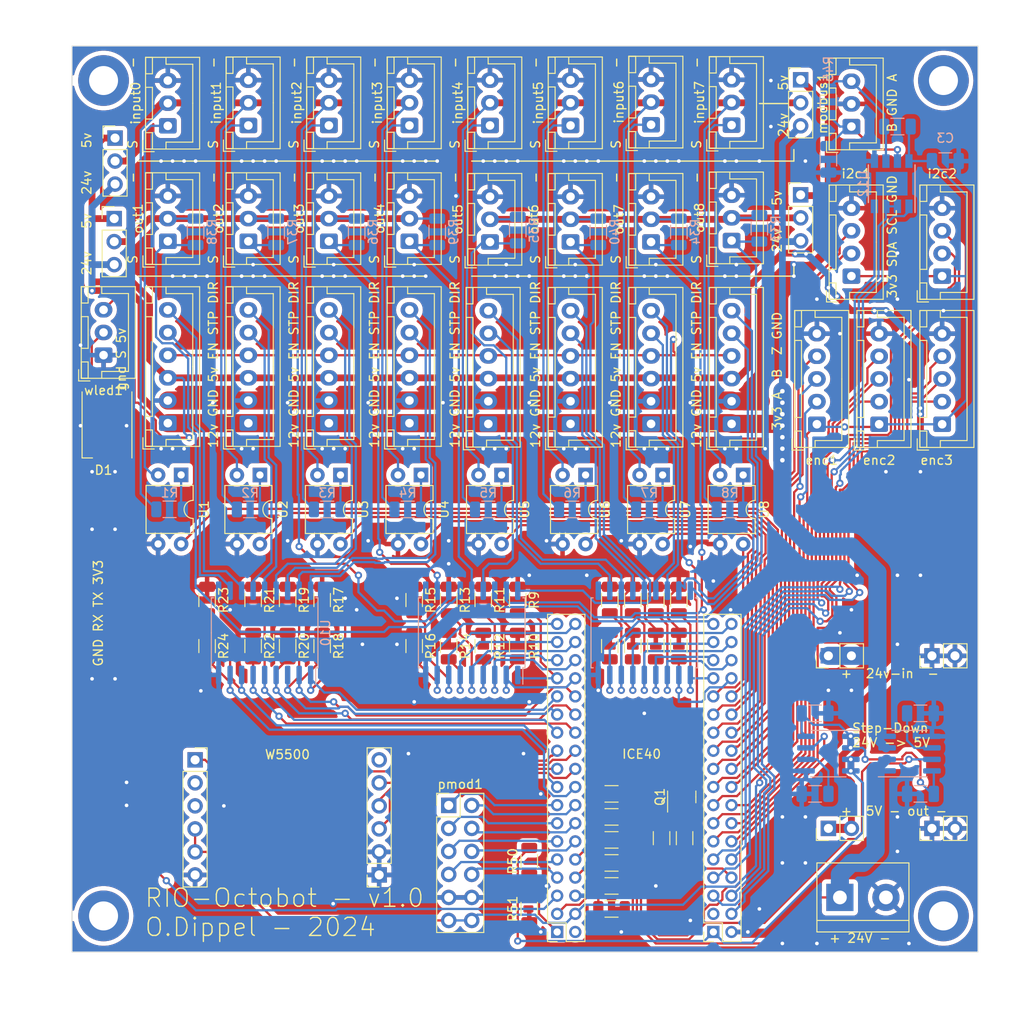
<source format=kicad_pcb>
(kicad_pcb (version 20221018) (generator pcbnew)
  (layers (0 "F.Cu" signal) (31 "B.Cu" signal) (34 "B.Paste" user) (35 "F.Paste" user) (36 "B.SilkS" user "B.Silkscreen") (37 "F.SilkS" user "F.Silkscreen") (38 "B.Mask" user) (39 "F.Mask" user) (44 "Edge.Cuts" user))
  (net 0 "")
  (net 1 "ad3")
  (net 2 "reset")
  (net 3 "ad4")
  (net 4 "3v3")
  (net 5 "m7")
  (net 6 "gnd")
  (net 7 "m6")
  (net 8 "ad1")
  (net 9 "p3")
  (net 10 "ad2")
  (net 11 "p2")
  (net 12 "p1")
  (net 13 "m3")
  (net 14 "n1")
  (net 15 "m1")
  (net 16 "l1")
  (net 17 "k3")
  (net 18 "j3")
  (net 19 "j1")
  (net 20 "h3")
  (net 21 "h1")
  (net 22 "g3")
  (net 23 "g1")
  (net 24 "f3")
  (net 25 "e1")
  (net 26 "d1")
  (net 27 "c1")
  (net 28 "d3")
  (net 29 "c3")
  (net 30 "b1")
  (net 31 "a1")
  (net 32 "a2")
  (net 33 "a3")
  (net 34 "c4")
  (net 35 "a4")
  (net 36 "c5")
  (net 37 "5v")
  (net 38 "m12")
  (net 39 "p8")
  (net 40 "n14")
  (net 41 "p14")
  (net 42 "k12")
  (net 43 "l12")
  (net 44 "h11")
  (net 45 "l14")
  (net 46 "j12")
  (net 47 "k14")
  (net 48 "g12")
  (net 49 "h12")
  (net 50 "f12")
  (net 51 "g14")
  (net 52 "e12")
  (net 53 "f14")
  (net 54 "d12")
  (net 55 "e14")
  (net 56 "c12")
  (net 57 "d14")
  (net 58 "b14")
  (net 59 "c14")
  (net 60 "a11")
  (net 61 "a12")
  (net 62 "c10")
  (net 63 "c11")
  (net 64 "a10")
  (net 65 "d10")
  (net 66 "d6")
  (net 67 "d7")
  (net 68 "c7")
  (net 69 "c6")
  (net 70 "a7")
  (net 71 "a6")
  (net 72 "12v")
  (net 73 "Net-(R1-Pad1)")
  (net 74 "Net-(R2-Pad1)")
  (net 75 "Net-(R3-Pad1)")
  (net 76 "Net-(R4-Pad1)")
  (net 77 "Net-(R5-Pad1)")
  (net 78 "Net-(R6-Pad1)")
  (net 79 "Net-(R7-Pad1)")
  (net 80 "Net-(R8-Pad1)")
  (net 81 "Net-(U9-O6)")
  (net 83 "Net-(J1-Pin_5)")
  (net 84 "Net-(J1-Pin_6)")
  (net 86 "Net-(input1-Pin_1)")
  (net 87 "Net-(input2-Pin_1)")
  (net 88 "Net-(input3-Pin_1)")
  (net 89 "Net-(input4-Pin_1)")
  (net 90 "Net-(input5-Pin_1)")
  (net 91 "Net-(input6-Pin_1)")
  (net 92 "Net-(input7-Pin_1)")
  (net 93 "/input4/power")
  (net 94 "/input0/power")
  (net 95 "Net-(J5-Pin_5)")
  (net 96 "Net-(J5-Pin_6)")
  (net 97 "Net-(J11-Pin_2)")
  (net 98 "Net-(J12-Pin_2)")
  (net 99 "Net-(J2-Pin_5)")
  (net 100 "Net-(J2-Pin_6)")
  (net 101 "Net-(J3-Pin_5)")
  (net 102 "Net-(J3-Pin_6)")
  (net 103 "Net-(J4-Pin_5)")
  (net 104 "Net-(J4-Pin_6)")
  (net 105 "Net-(U9-O8)")
  (net 106 "Net-(U9-O7)")
  (net 107 "Net-(U9-O5)")
  (net 108 "Net-(U9-O2)")
  (net 109 "Net-(U9-O1)")
  (net 111 "Net-(U9-O4)")
  (net 112 "Net-(J6-Pin_5)")
  (net 113 "Net-(J6-Pin_6)")
  (net 114 "Net-(J7-Pin_5)")
  (net 115 "Net-(J7-Pin_6)")
  (net 116 "Net-(J8-Pin_5)")
  (net 117 "Net-(J8-Pin_6)")
  (net 118 "Net-(input0-Pin_1)")
  (net 119 "Net-(U9-O3)")
  (net 120 "Net-(Q1-B)")
  (net 121 "Net-(U12-B)")
  (net 122 "Net-(U12-A)")
  (net 123 "Net-(U13-VIOUT)")
  (net 124 "Net-(U13-FILTER)")
  (net 125 "Net-(D1-DOUT)")
  (net 126 "Net-(+24V-1-Pin_1)")
  (net 127 "Net-(J1-Pin_4)")
  (net 128 "Net-(U13-VCC)")
  (net 129 "Net-(U14-FILTER)")
  (net 130 "Net-(U14-VIOUT)")
  (footprint "MountingHole:MountingHole_3.2mm_M3_DIN965_Pad_TopBottom" (layer "F.Cu") (at 185.475 135.335)
    (fp_text reference "H2" hide)
    (fp_text value "MountingHole" hide)
  )
  (footprint "Resistor_SMD:R_1206_3216Metric" (layer "F.Cu") (at 113.085 105.5475 -90)
    (fp_text reference "R20")
    (fp_text value "10k")
  )
  (footprint "Connector_JST:JST_XH_B6B-XH-A_1x06_P2.50mm_Vertical" (layer "F.Cu") (at 126.53 80.945 90)
    (fp_text reference "J4" hide)
    (fp_text value "Conn_01x06")
  )
  (footprint "TerminalBlock:TerminalBlock_bornier-2_P5.08mm" (layer "F.Cu") (at 174.045 133.295)
    (fp_text reference "+24V-1" hide)
    (fp_text value "Screw_Terminal_01x02" hide)
  )
  (footprint "Resistor_SMD:R_1206_3216Metric" (layer "F.Cu") (at 148.8375 132.025)
    (fp_text reference "R41" hide)
    (fp_text value "20k" hide)
  )
  (footprint "Resistor_SMD:R_1206_3216Metric" (layer "F.Cu") (at 138.485 105.5475 -90)
    (fp_text reference "R10")
    (fp_text value "10k")
  )
  (footprint "Connector_JST:JST_XH_B6B-XH-A_1x06_P2.50mm_Vertical" (layer "F.Cu") (at 144.31 81.025 90)
    (fp_text reference "J6" hide)
    (fp_text value "Conn_01x06")
  )
  (footprint "Connector_JST:JST_XH_B3B-XH-A_1x03_P2.50mm_Vertical" (layer "F.Cu") (at 99.86 60.865 90)
    (fp_text reference "out1")
    (fp_text value "Conn_01x03")
  )
  (footprint "Resistor_SMD:R_1206_3216Metric" (layer "F.Cu") (at 113.085 100.4675 -90)
    (fp_text reference "R19")
    (fp_text value "10k")
  )
  (footprint "LED_SMD:LED_WS2812B_PLCC4_5.0x5.0mm_P3.2mm" (layer "F.Cu") (at 93.145 81.135 -90)
    (fp_text reference "D1")
    (fp_text value "WS2812B" hide)
  )
  (footprint "Connector_JST:JST_XH_B3B-XH-A_1x03_P2.50mm_Vertical" (layer "F.Cu") (at 99.86 48.125 90)
    (fp_text reference "input0")
    (fp_text value "Conn_01x03")
  )
  (footprint "Package_DIP:DIP-4_W7.62mm" (layer "F.Cu") (at 136.695 86.665 -90)
    (fp_text reference "U5")
    (fp_text value "PC817")
  )
  (footprint "Resistor_SMD:R_1206_3216Metric" (layer "F.Cu") (at 148.8375 129.485 180)
    (fp_text reference "R48" hide)
    (fp_text value "20k" hide)
  )
  (footprint "Connector_JST:JST_XH_B6B-XH-A_1x06_P2.50mm_Vertical" (layer "F.Cu") (at 99.86 80.945 90)
    (fp_text reference "J1" hide)
    (fp_text value "Conn_01x06")
  )
  (footprint "Connector_JST:JST_XH_B3B-XH-A_1x03_P2.50mm_Vertical" (layer "F.Cu") (at 126.53 48.085 90)
    (fp_text reference "input3")
    (fp_text value "Conn_01x03")
  )
  (footprint "Connector_JST:JST_XH_B3B-XH-A_1x03_P2.50mm_Vertical" (layer "F.Cu") (at 153.2 60.945 90)
    (fp_text reference "out7")
    (fp_text value "Conn_01x03")
  )
  (footprint "Resistor_SMD:R_1206_3216Metric" (layer "F.Cu") (at 148.645 100.4675 -90)
    (fp_text reference "R31" hide)
    (fp_text value "R")
  )
  (footprint "Connector_PinHeader_2.54mm:PinHeader_1x02_P2.54mm_Vertical" (layer "F.Cu") (at 172.775 125.675 90)
    (fp_text reference "out+1" hide)
    (fp_text value "Conn_01x02" hide)
  )
  (footprint "Connector_PinHeader_2.54mm:PinHeader_1x03_P2.54mm_Vertical" (layer "F.Cu") (at 169.71 55.745)
    (fp_text reference "J12" hide)
    (fp_text value "Conn_01x03")
  )
  (footprint "Connector_JST:JST_XH_B5B-XH-A_1x05_P2.50mm_Vertical" (layer "F.Cu") (at 185.33 81.065 90)
    (fp_text reference "enc3")
    (fp_text value "Conn_01x05" hide)
  )
  (footprint "Resistor_SMD:R_1206_3216Metric" (layer "F.Cu") (at 109.275 100.4675 -90)
    (fp_text reference "R21")
    (fp_text value "10k")
  )
  (footprint "Connector_JST:JST_XH_B3B-XH-A_1x03_P2.50mm_Vertical" (layer "F.Cu") (at 135.42 48.085 90)
    (fp_text reference "input4")
    (fp_text value "Conn_01x03")
  )
  (footprint "Package_DIP:DIP-4_W7.62mm" (layer "F.Cu") (at 118.915 86.665 -90)
    (fp_text reference "U3")
    (fp_text value "PC817")
  )
  (footprint "Resistor_SMD:R_1206_3216Metric" (layer "F.Cu") (at 148.8375 134.565 180)
    (fp_text reference "R42" hide)
    (fp_text value "1k" hide)
  )
  (footprint "Resistor_SMD:R_1206_3216Metric" (layer "F.Cu") (at 154.36 126.7525 -90)
    (fp_text reference "R55" hide)
    (fp_text value "10k" hide)
  )
  (footprint "Resistor_SMD:R_1206_3216Metric" (layer "F.Cu") (at 153.725 105.5475 -90)
    (fp_text reference "R28" hide)
    (fp_text value "R")
  )
  (footprint "Connector_JST:JST_XH_B3B-XH-A_1x03_P2.50mm_Vertical" (layer "F.Cu") (at 162.09 60.785 90)
    (fp_text reference "out8")
    (fp_text value "Conn_01x03")
  )
  (footprint "Package_DIP:DIP-4_W7.62mm" (layer "F.Cu") (at 163.365 86.665 -90)
    (fp_text reference "U8")
    (fp_text value "PC817")
  )
  (footprint "Package_DIP:DIP-4_W7.62mm" (layer "F.Cu") (at 154.475 86.665 -90)
    (fp_text reference "U7")
    (fp_text value "PC817")
  )
  (footprint "Connector_JST:JST_XH_B6B-XH-A_1x06_P2.50mm_Vertical" (layer "F.Cu") (at 135.24 81.025 90)
    (fp_text reference "J5" hide)
    (fp_text value "Conn_01x06")
  )
  (footprint "Connector_PinSocket_2.54mm:PinSocket_1x06_P2.54mm_Vertical" (layer "F.Cu") (at 102.87 118.11)
    (fp_text reference "J15" hide)
    (fp_text value "Conn_01x06")
  )
  (footprint "Resistor_SMD:R_1206_3216Metric" (layer "F.Cu") (at 130.865 100.4675 -90)
    (fp_text reference "R13")
    (fp_text value "10k")
  )
  (footprint "Resistor_SMD:R_1206_3216Metric" (layer "F.Cu") (at 130.865 105.5475 -90)
    (fp_text reference "R14")
    (fp_text value "10k")
  )
  (footprint "Resistor_SMD:R_1206_3216Metric" (layer "F.Cu") (at 116.895 100.4675 -90)
    (fp_text reference "R17")
    (fp_text value "10k")
  )
  (footprint "Resistor_SMD:R_1206_3216Metric" (layer "F.Cu") (at 156.9 126.7525 90)
    (fp_text reference "R43" hide)
    (fp_text value "1k")
  )
  (footprint "Connector_JST:JST_XH_B3B-XH-A_1x03_P2.50mm_Vertical" (layer "F.Cu") (at 135.42 60.945 90)
    (fp_text reference "out5")
    (fp_text value "Conn_01x03")
  )
  (footprint "Resistor_SMD:R_1206_3216Metric" (layer "F.Cu") (at 127.055 105.5475 -90)
    (fp_text reference "R16")
    (fp_text value "10k")
  )
  (footprint "Connector_JST:JST_XH_B3B-XH-A_1x03_P2.50mm_Vertical" (layer "F.Cu") (at 92.765 73.435 90)
    (fp_text reference "wled1")
    (fp_text value "Conn_01x03" hide)
  )
  (footprint "Connector_PinSocket_2.54mm:PinSocket_1x06_P2.54mm_Vertical" (layer "F.Cu") (at 123.19 130.81 180)
    (fp_text reference "J16" hide)
    (fp_text value "Conn_01x06")
  )
  (footprint "Connector_JST:JST_XH_B4B-XH-A_1x04_P2.50mm_Vertical" (layer "F.Cu") (at 175.315 64.715 90)
    (fp_text reference "i2c1")
    (fp_text value "Conn_01x04" hide)
  )
  (footprint "Resistor_SMD:R_1206_3216Metric" (layer "F.Cu") (at 134.675 105.5475 -90)
    (fp_text reference "R12")
    (fp_text value "10k")
  )
  (footprint "Resistor_SMD:R_1206_3216Metric" (layer "F.Cu") (at 109.275 105.5475 -90)
    (fp_text reference "R22")
    (fp_text value "10k")
  )
  (footprint "Resistor_SMD:R_1206_3216Metric" (layer "F.Cu") (at 104.195 105.5475 -90)
    (fp_text reference "R24")
    (fp_text value "10k")
  )
  (footprint "Connector_JST:JST_XH_B3B-XH-A_1x03_P2.50mm_Vertical" (layer "F.Cu") (at 144.31 60.945 90)
    (fp_text reference "out6")
    (fp_text value "Conn_01x03")
  )
  (footprint "Connector_PinHeader_2.54mm:PinHeader_2x06_P2.54mm_Vertical" (layer "F.Cu") (at 130.865 123.135)
    (fp_text reference "pmod1")
    (fp_text value "Conn_02x06_Odd_Even")
  )
  (footprint "Resistor_SMD:R_1206_3216Metric" (layer "F.Cu") (at 156.265 105.5475 -90)
    (fp_text reference "R26" hide)
    (fp_text value "R")
  )
  (footprint "Connector_JST:JST_XH_B3B-XH-A_1x03_P2.50mm_Vertical" (layer "F.Cu") (at 126.53 60.865 90)
    (fp_text reference "out4")
    (fp_text value "Conn_01x03")
  )
  (footprint "Connector_JST:JST_XH_B3B-XH-A_1x03_P2.50mm_Vertical" (layer "F.Cu") (at 153.2 48.005 90)
    (fp_text reference "input6")
    (fp_text value "Conn_01x03")
  )
  (footprint "Connector_PinHeader_2.54mm:PinHeader_1x03_P2.54mm_Vertical" (layer "F.Cu") (at 169.71 43.045)
    (fp_text reference "J10" hide)
    (fp_text value "Conn_01x03")
  )
  (footprint "MountingHole:MountingHole_3.2mm_M3_DIN965_Pad_TopBottom" (layer "F.Cu") (at 92.765 43.125)
    (fp_text reference "H4" hide)
    (fp_text value "MountingHole" hide)
  )
  (footprint "Connector_JST:JST_XH_B3B-XH-A_1x03_P2.50mm_Vertical" (layer "F.Cu") (at 175.315 48.205 90)
    (fp_text reference "modbus1")
    (fp_text value "Conn_01x03" hide)
  )
  (footprint "Package_DIP:DIP-4_W7.62mm" (layer "F.Cu") (at 101.3275 86.655 -90)
    (fp_text reference "U1")
    (fp_text value "PC817")
  )
  (footprint "Resistor_SMD:R_1206_3216Metric" (layer "F.Cu") (at 104.195 100.4675 -90)
    (fp_text reference "R23")
    (fp_text value "10k")
  )
  (footprint "Connector_JST:JST_XH_B3B-XH-A_1x03_P2.50mm_Vertical" (layer "F.Cu") (at 108.75 48.085 90)
    (fp_text reference "input1")
    (fp_text value "Conn_01x03")
  )
  (footprint "Resistor_SMD:R_1206_3216Metric" (layer "F.Cu") (at 153.725 100.4675 -90)
    (fp_text reference "R27" hide)
    (fp_text value "R")
  )
  (footprint "Connector_JST:JST_XH_B6B-XH-A_1x06_P2.50mm_Vertical" (layer "F.Cu") (at 153.2 81.025 90)
    (fp_text reference "J7" hide)
    (fp_text value "Conn_01x06")
  )
  (footprint "Resistor_SMD:R_1206_3216Metric" (layer "F.Cu") (at 116.895 105.5475 -90)
    (fp_text reference "R18")
    (fp_text value "10k")
  )
  (footprint "Package_TO_SOT_SMD:SOT-23" (layer "F.Cu") (at 156.585 122.1975 90)
    (fp_text reference "Q1")
    (fp_text value "BC817")
  )
  (footprint "Connector_PinHeader_2.54mm:PinHeader_1x02_P2.54mm_Vertical" (layer "F.Cu") (at 172.775 106.625 90)
    (fp_text reference "in+1" hide)
    (fp_text value "Conn_01x02" hide)
  )
  (footprint "Connector_JST:JST_XH_B6B-XH-A_1x06_P2.50mm_Vertical" (layer "F.Cu") (at 108.75 80.945 90)
    (fp_text reference "J2" hide)
    (fp_text value "Conn_01x06")
  )
  (footprint "Connector_JST:JST_XH_B6B-XH-A_1x06_P2.50mm_Vertical" (layer "F.Cu") (at 162.09 81.025 90)
    (fp_text reference "J8" hide)
    (fp_text value "Conn_01x06")
  )
  (footprint "Resistor_SMD:R_1206_3216Metric" (layer "F.Cu") (at 139.755 134.565 90)
    (fp_text reference "R51")
    (fp_text value "20k")
  )
  (footprint "Resistor_SMD:R_1206_3216Metric" (layer "F.Cu") (at 156.265 100.4675 -90)
    (fp_text reference "R25" hide)
    (fp_text value "R")
  )
  (footprint "Connector_JST:JST_XH_B3B-XH-A_1x03_P2.50mm_Vertical" (layer "F.Cu") (at 117.64 60.865 90)
    (fp_text reference "out3")
    (fp_text value "Conn_01x03")
  )
  (footprint "Connector_JST:JST_XH_B3B-XH-A_1x03_P2.50mm_Vertical" (layer "F.Cu") (at 144.31 48.085 90)
    (fp_text reference "input5")
    (fp_text value "Conn_01x03")
  )
  (footprint "Connector_PinHeader_2.54mm:PinHeader_1x03_P2.54mm_Vertical" (layer "F.Cu") (at 94.035 49.475)
    (fp_text reference "J9" hide)
    (fp_text value "Conn_01x03" hide)
  )
  (footprint "Resistor_SMD:R_1206_3216Metric" (layer "F.Cu") (at 148.8375 124.405 180)
    (fp_text reference "R54" hide)
    (fp_text value "20k" hide)
  )
  (footprint "Connector_PinHeader_2.54mm:PinHeader_1x03_P2.54mm_Vertical" (layer "F.Cu") (at 93.94 58.365)
    (fp_text reference "J11" hide)
    (fp_text value "Conn_01x03" hide)
  )
  (footprint "Resistor_SMD:R_1206_3216Metric" (layer "F.Cu") (at 134.675 100.4675 -90)
    (fp_text reference "R11")
    (fp_text value "10k")
  )
  (footprint "Resistor_SMD:R_1206_3216Metric" (layer "F.Cu") (at 127.055 100.4675 -90)
    (fp_text reference "R15")
    (fp_text value "10k")
  )
  (footprint "Resistor_SMD:R_1206_3216Metric" (layer "F.Cu") (at 151.185 105.5475 -90)
    (fp_text reference "R30" hide)
    (fp_text value "R")
  )
  (footprint "Connector_JST:JST_XH_B4B-XH-A_1x04_P2.50mm_Vertical" (layer "F.Cu") (at 185.33 64.715 90)
    (fp_text reference "i2c2")
    (fp_text value "Conn_01x04" hide)
  )
  (footprint "MountingHole:MountingHole_3.2mm_M3_DIN965_Pad_TopBottom" (layer "F.Cu") (at 185.475 43.125)
    (fp_text reference "H3" hide)
    (fp_text value "MountingHole" hide)
  )
  (footprint "Resistor_SMD:R_1206_3216Metric" (layer "F.Cu") (at 148.645 105.5475 -90)
    (fp_text reference "R32" hide)
    (fp_text value "R")
  )
  (footprint "Resistor_SMD:R_1206_3216Metric" (layer "F.Cu") (at 139.755 129.2925 90)
    (fp_text reference "R50")
    (fp_text value "20k")
  )
  (footprint "Package_DIP:DIP-4_W7.62mm" (layer "F.Cu") (at 145.97 86.665 -90)
    (fp_text reference "U6")
    (fp_text value "PC817")
  )
  (footprint "Connector_JST:JST_XH_B5B-XH-A_1x05_P2.50mm_Vertical" (layer "F.Cu") (at 171.505 81.065 90)
    (fp_text reference "enc1")
    (fp_text value "Conn_01x05" hide)
  )
  (footprint "Connector_JST:JST_XH_B5B-XH-A_1x05_P2.50mm_Vertical" (layer "F.Cu") (at 178.38 81.065 90)
    (fp_text reference "enc2")
    (fp_text value "Conn_01x05" hide)
  )
  (footprint "Connector_JST:JST_XH_B3B-XH-A_1x03_P2.50mm_Vertical" (layer "F.Cu") (at 117.64 48.085 90)
    (fp_text reference "input2")
    (fp_text value "Conn_01x03")
  )
  (footprint "Package_DIP:DIP-4_W7.62mm" (layer "F.Cu") (at 110.025 86.665 -90)
    (fp_text reference "U2")
    (fp_text value "PC817")
  )
  (footprint "Connector_PinHeader_2.54mm:PinHeader_1x02_P2.54mm_Vertical" (layer "F.Cu") (at 184.205 125.675 90)
    (fp_text reference "out-1" hide)
    (fp_text value "Conn_01x02" hide)
  )
  (footprint "Resistor_SMD:R_1206_3216Metric" (layer "F.Cu") (at 148.8375 126.945 180)
    (fp_text reference "R47" hide)
    (fp_text value "20k" hide)
  )
  (footprint "Connector_JST:JST_XH_B3B-XH-A_1x03_P2.50mm_Vertical" (layer "F.Cu") (at 162.09 48.045 90)
    (fp_text reference "input7")
    (fp_text value "Conn_01x03")
  )
  (footprint "Resistor_SMD:R_1206_3216Metric" (layer "F.Cu") (at 148.8375 121.865 180)
    (fp_text reference "R53" hide)
    (fp_text value "20k" hide)
  )
  (footprint "Connector_PinSocket_2.00mm:PinSocket_2x18_P2.00mm_Vertical" (layer "F.Cu") (at 142.835 137.105 180)
    (fp_text reference "pl2" hide)
    (fp_text value "Conn_02x18_Odd_Even")
  )
  (footprint "Connector_PinHeader_2.54mm:PinHeader_1x02_P2.54mm_Vertical" (layer "F.Cu") (at 184.205 106.625 90)
    (fp_text reference "in-1" hide)
    (fp_text value "Conn_01x02" hide)
  )
  (footprint "Connector_PinSocket_2.00mm:PinSocket_2x18_P2.00mm_Vertical" (layer "F.Cu") (at 160.075 137.105 180)
    (fp_text reference "pl3" hide)
    (fp_text value "Conn_02x18_Odd_Even" hide)
  )
  (footprint "Connector_JST:JST_XH_B3B-XH-A_1x03_P2.50mm_Vertical" (layer "F.Cu") (at 108.75 60.865 90)
    (fp_text reference "out2")
    (fp_text value "Conn_01x03")
  )
  (footprint "MountingHole:MountingHole_3.2mm_M3_DIN965_Pad_TopBottom" (layer "F.Cu") (at 92.765 135.335)
    (fp_text reference "H1" hide)
    (fp_text value "MountingHole" hide)
  )
  (footprint "Resistor_SMD:R_1206_3216Metric" (layer "F.Cu") (at 151.185 100.4675 -90)
    (fp_text reference "R29" hide)
    (fp_text value "R")
  )
  (footprint "Connector_JST:JST_XH_B6B-XH-A_1x06_P2.50mm_Vertical" (layer "F.Cu") (at 117.64 80.945 90)
    (fp_text reference "J3" hide)
    (fp_text value "Conn_01x06")
  )
  (footprint "Package_DIP:DIP-4_W7.62mm" (layer "F.Cu") (at 127.805 86.665 -90)
    (fp_text reference "U4")
    (fp_text value "PC817")
  )
  (footprint "Resistor_SMD:R_1206_3216Metric" (layer "F.Cu") (at 138.485 100.4675 -90)
    (fp_text reference "R9")
    (fp_text value "10k")
  )
  (footprint "Resistor_SMD:R_1206_3216Metric" (layer "B.Cu") (at 129.595 59.8275 90)
    (fp_text reference "R39")
    (fp_text value "3k3")
  )
  (footprint "Capacitor_SMD:C_1206_3216Metric" (layer "B.Cu") (at 182.935 112.975)
    (fp_text reference "C1" hide)
    (fp_text value "1n")
  )
  (footprint "Resistor_SMD:R_1206_3216Metric" (layer "B.Cu") (at 172.775 45.4725 -90)
    (fp_text reference "R45")
    (fp_text value "120")
  )
  (footprint "Resistor_SMD:R_1206_3216Metric" (layer "B.Cu") (at 147.375 59.8275 90)
    (fp_text reference "R40")
    (fp_text value "3k3")
  )
  (footprint "Resistor_SMD:R_1206_3216Metric" (layer "B.Cu") (at 108.9425 90.465 180)
    (fp_text reference "R2")
    (fp_text value "3k3")
  )
  (footprint "Capacitor_SMD:C_1206_3216Metric" (layer "B.Cu") (at 182.935 121.865 180)
    (fp_text reference "C2" hide)
    (fp_text value "100n")
  )
  (footprint "Resistor_SMD:R_1206_3216Metric" (layer "B.Cu") (at 117.4475 90.465 180)
    (fp_text reference "R3")
    (fp_text value "3k3")
  )
  (footprint "Package_SO:SOIC-18W_7.5x11.6mm_P1.27mm" (layer "B.Cu") (at 152.455 104.085 90)
    (fp_text reference "U11" hide)
    (fp_text value "ULN2803A")
  )
  (footprint "Resistor_SMD:R_1206_3216Metric" (layer "B.Cu") (at 156.265 59.8275 90)
    (fp_text reference "R34")
    (fp_text value "3k3")
  )
  (footprint "Resistor_SMD:R_1206_3216Metric" (layer "B.Cu") (at 153.0075 90.465 180)
    (fp_text reference "R7")
    (fp_text value "3k3")
  )
  (footprint "Package_SO:SOIC-18W_7.5x11.6mm_P1.27mm" (layer "B.Cu") (at 133.405 104.085 90)
    (fp_text reference "U9" hide)
    (fp_text value "ULN2803A")
  )
  (footprint "Resistor_SMD:R_1206_3216Metric" (layer "B.Cu") (at 180.395 48.205 180)
    (fp_text reference "R46" hide)
    (fp_text value "20k")
  )
  (footprint "Resistor_SMD:R_1206_3216Metric" (layer "B.Cu") (at 161.8975 90.465 180)
    (fp_text reference "R8")
    (fp_text value "3k3")
  )
  (footprint "Capacitor_SMD:C_1206_3216Metric" (layer "B.Cu") (at 171.3 121.865 180)
    (fp_text reference "C4" hide)
    (fp_text value "1n")
  )
  (footprint "Resistor_SMD:R_1206_3216Metric" (layer "B.Cu") (at 138.485 59.635 90)
    (fp_text reference "R35")
    (fp_text value "3k3")
  )
  (footprint "Package_SO:Diodes_SO-8EP" (layer "B.Cu") (at 179.76 54.5125 90)
    (fp_text reference "U12")
    (fp_text value "MAX485E")
  )
  (footprint "Package_SO:SOIC-8_3.9x4.9mm_P1.27mm" (layer "B.Cu") (at 181.73 117.42)
    (fp_text reference "U13" hide)
    (fp_text value "ACS712xLCTR-20A")
  )
  (footprint "Resistor_SMD:R_1206_3216Metric" (layer "B.Cu") (at 144.5025 90.465 180)
    (fp_text reference "R6")
    (fp_text value "3k3")
  )
  (footprint "Resistor_SMD:R_1206_3216Metric" (layer "B.Cu") (at 135.2275 90.465 180)
    (fp_text reference "R5")
    (fp_text value "3k3")
  )
  (footprint "Resistor_SMD:R_1206_3216Metric" (layer "B.Cu") (at 100.0525 90.455 180)
    (fp_text reference "R1")
    (fp_text value "3k3")
  )
  (footprint "Capacitor_SMD:C_1206_3216Metric" (layer "B.Cu") (at 185.68 52.015)
    (fp_text reference "C3")
    (fp_text value "100n")
  )
  (footprint "Package_SO:SOIC-18W_7.5x11.6mm_P1.27mm" (layer "B.Cu") (at 110.545 104.085 90)
    (fp_text reference "U10")
    (fp_text value "ULN2803A")
  )
  (footprint "Resistor_SMD:R_1206_3216Metric" (layer "B.Cu") (at 165.155 59.4425 90)
    (fp_text reference "R33")
    (fp_text value "3k3")
  )
  (footprint "Capacitor_SMD:C_1206_3216Metric" (layer "B.Cu") (at 171.3 112.975)
    (fp_text reference "C5" hide)
    (fp_text value "100n")
  )
  (footprint "Resistor_SMD:R_1206_3216Metric" (layer "B.Cu") (at 102.925 59.8275 90)
    (fp_text reference "R38")
    (fp_text value "3k3")
  )
  (footprint "Resistor_SMD:R_1206_3216Metric" (layer "B.Cu") (at 111.815 59.8275 90)
    (fp_text reference "R37")
    (fp_text value "3k3")
  )
  (footprint "Package_SO:SOIC-8_3.9x4.9mm_P1.27mm" (layer "B.Cu") (at 172.775 117.42 180)
    (fp_text reference "U14" hide)
    (fp_text value "ACS712xLCTR-5A")
  )
  (footprint "Resistor_SMD:R_1206_3216Metric" (layer "B.Cu") (at 172.775 51.8225 -90)
    (fp_text reference "R44" hide)
    (fp_text value "20k")
  )
  (footprint "Resistor_SMD:R_1206_3216Metric" (layer "B.Cu") (at 120.705 59.8275 90)
    (fp_text reference "R36")
    (fp_text value "3k3")
  )
  (footprint "Resistor_SMD:R_1206_3216Metric" (layer "B.Cu") (at 126.3375 90.465 180)
    (fp_text reference "R4")
    (fp_text value "3k3")
  )
  (gr_line (start 142.295 64.715) (end 143.565 64.715) (stroke (width 0.15)) (layer "F.SilkS"))
  (gr_line (start 96.575 64.715) (end 128.325 64.715) (stroke (width 0.15)) (layer "F.SilkS"))
  (gr_line (start 165.155 45.665) (end 168.305 45.665) (stroke (width 0.15)) (layer "F.SilkS"))
  (gr_line (start 168.965 64.715) (end 168.965 63.445) (stroke (width 0.15)) (layer "F.SilkS"))
  (gr_line (start 133.405 52.015) (end 142.295 52.015) (stroke (width 0.15)) (layer "F.SilkS"))
  (gr_line (start 142.295 52.015) (end 143.565 52.015) (stroke (width 0.15)) (layer "F.SilkS"))
  (gr_line (start 96.575 52.015) (end 129.595 52.015) (stroke (width 0.15)) (layer "F.SilkS"))
  (gr_line (start 143.565 64.715) (end 168.965 64.715) (stroke (width 0.15)) (layer "F.SilkS"))
  (gr_line (start 133.405 64.715) (end 142.295 64.715) (stroke (width 0.15)) (layer "F.SilkS"))
  (gr_line (start 168.965 52.015) (end 168.965 50.745) (stroke (width 0.15)) (layer "F.SilkS"))
  (gr_line (start 143.565 52.015) (end 168.965 52.015) (stroke (width 0.15)) (layer "F.SilkS"))
  (gr_rect (start 89.285 39.315) (end 189.285 139.315) (stroke (width 0.1)) (fill none) (layer "Edge.Cuts"))
  (gr_text "S" (at 141.025 63.445 90) (layer "F.SilkS") (effects (font (size 1 1)) (justify left bottom)))
  (gr_text "12v GND 5v EN STP DIR" (at 158.805 83.765 90) (layer "F.SilkS") (effects (font (size 1 1)) (justify left bottom)))
  (gr_text "-" (at 158.805 54.555 90) (layer "F.SilkS") (effects (font (size 1 1)) (justify left bottom)))
  (gr_text "S" (at 123.245 50.745 90) (layer "F.SilkS") (effects (font (size 1 1)) (justify left bottom)))
  (gr_text "S" (at 114.355 63.445 90) (layer "F.SilkS") (effects (font (size 1 1)) (justify left bottom)))
  (gr_text "12v GND 5v EN STP DIR" (at 123.245 83.765 90) (layer "F.SilkS") (effects (font (size 1 1)) (justify left bottom)))
  (gr_text "S" (at 105.465 63.445 90) (layer "F.SilkS") (effects (font (size 1 1)) (justify left bottom)))
  (gr_text "-" (at 123.245 41.855 90) (layer "F.SilkS") (effects (font (size 1 1)) (justify left bottom)))
  (gr_text "S" (at 123.245 63.445 90) (layer "F.SilkS") (effects (font (size 1 1)) (justify left bottom)))
  (gr_text "5v" (at 167.695 57.035 90) (layer "F.SilkS") (effects (font (size 1 1)) (justify left bottom)))
  (gr_text "3v3 SDA SCL GND" (at 180.395 67.255 90) (layer "F.SilkS") (effects (font (size 1 1)) (justify left bottom)))
  (gr_text "3v3 A  B  Z GND" (at 167.695 81.855 90) (layer "F.SilkS") (effects (font (size 1 1)) (justify left bottom)))
  (gr_text "-" (at 105.465 41.855 90) (layer "F.SilkS") (effects (font (size 1 1)) (justify left bottom)))
  (gr_text "GND RX TX 3V3" (at 92.765 107.895 90) (layer "F.SilkS") (effects (font (size 1 1)) (justify left bottom)))
  (gr_text "S" (at 149.915 50.745 90) (layer "F.SilkS") (effects (font (size 1 1)) (justify left bottom)))
  (gr_text "S" (at 96.575 63.445 90) (layer "F.SilkS") (effects (font (size 1 1)) (justify left bottom)))
  (gr_text "24v" (at 168.38 49.455 90) (layer "F.SilkS") (effects (font (size 1 1)) (justify left bottom)))
  (gr_text "-" (at 114.355 41.855 90) (layer "F.SilkS") (effects (font (size 1 1)) (justify left bottom)))
  (gr_text "ICE40" (at 149.915 118.055) (layer "F.SilkS") (effects (font (size 1 1)) (justify left bottom)))
  (gr_text "-" (at 132.135 41.855 90) (layer "F.SilkS") (effects (font (size 1 1)) (justify left bottom)))
  (gr_text "5v" (at 91.495 50.685 90) (layer "F.SilkS") (effects (font (size 1 1)) (justify left bottom)))
  (gr_text "+  24v-in  -" (at 174.045 109.165) (layer "F.SilkS") (effects (font (size 1 1)) (justify left bottom)))
  (gr_text "+ 24V -" (at 172.775 138.375) (layer "F.SilkS") (effects (font (size 1 1)) (justify left bottom)))
  (gr_text "12v GND 5v EN STP DIR" (at 105.465 83.765 90) (layer "F.SilkS") (effects (font (size 1 1)) (justify left bottom)))
  (gr_text "-" (at 114.355 54.555 90) (layer "F.SilkS") (effects (font (size 1 1)) (justify left bottom)))
  (gr_text "5v" (at 168.38 44.315 90) (layer "F.SilkS") (effects (font (size 1 1)) (justify left bottom)))
  (gr_text "Step-Down\n24V -> 5V" (at 175.315 116.785) (layer "F.SilkS") (effects (font (size 1 1)) (justify left bottom)))
  (gr_text "-" (at 96.575 41.855 90) (layer "F.SilkS") (effects (font (size 1 1)) (justify left bottom)))
  (gr_text "gnd S 5v" (at 95.305 77.415 90) (layer "F.SilkS") (effects (font (size 1 1)) (justify left bottom)))
  (gr_text "12v GND 5v EN STP DIR" (at 114.355 83.765 90) (layer "F.SilkS") (effects (font (size 1 1)) (justify left bottom)))
  (gr_text "S" (at 158.805 63.445 90) (layer "F.SilkS") (effects (font (size 1 1)) (justify left bottom)))
  (gr_text "S" (at 114.355 50.745 90) (layer "F.SilkS") (effects (font (size 1 1)) (justify left bottom)))
  (gr_text "-" (at 123.245 54.555 90) (layer "F.SilkS") (effects (font (size 1 1)) (justify left bottom)))
  (gr_text "S" (at 96.575 50.745 90) (layer "F.SilkS") (effects (font (size 1 1)) (justify left bottom)))
  (gr_text "-" (at 149.915 41.855 90) (layer "F.SilkS") (effects (font (size 1 1)) (justify left bottom)))
  (gr_text "12v GND 5v EN STP DIR" (at 141.025 83.765 90) (layer "F.SilkS") (effects (font (size 1 1)) (justify left bottom)))
  (gr_text "+  5V - out -" (at 174.045 124.345) (layer "F.SilkS") (effects (font (size 1 1)) (justify left bottom)))
  (gr_text "RIO-Octobot - v1.0\nO.Dippel - 2024" (at 97.21 137.74) (layer "F.SilkS") (effects (font (size 2 2)) (justify left bottom)))
  (gr_text "12v GND 5v EN STP DIR" (at 149.915 83.765 90) (layer "F.SilkS") (effects (font (size 1 1)) (justify left bottom)))
  (gr_text "-" (at 96.575 54.555 90) (layer "F.SilkS") (effects (font (size 1 1)) (justify left bottom)))
  (gr_text "S" (at 158.805 50.745 90) (layer "F.SilkS") (effects (font (size 1 1)) (justify left bottom)))
  (gr_text "12v GND 5v EN STP DIR" (at 132.135 83.765 90) (layer "F.SilkS") (effects (font (size 1 1)) (justify left bottom)))
  (gr_text "S" (at 132.135 63.445 90) (layer "F.SilkS") (effects (font (size 1 1)) (justify left bottom)))
  (gr_text "-" (at 105.465 54.555 90) (layer "F.SilkS") (effects (font (size 1 1)) (justify left bottom)))
  (gr_text "S" (at 141.025 50.745 90) (layer "F.SilkS") (effects (font (size 1 1)) (justify left bottom)))
  (gr_text "W5500" (at 110.49 118.11) (layer "F.SilkS") (effects (font (size 1 1)) (justify left bottom)))
  (gr_text "24v" (at 91.495 64.715 90) (layer "F.SilkS") (effects (font (size 1 1)) (justify left bottom)))
  (gr_text "24v" (at 167.695 62.175 90) (layer "F.SilkS") (effects (font (size 1 1)) (justify left bottom)))
  (gr_text "-" (at 141.025 41.855 90) (layer "F.SilkS") (effects (font (size 1 1)) (justify left bottom)))
  (gr_text "-" (at 132.135 54.555 90) (layer "F.SilkS") (effects (font (size 1 1)) (justify left bottom)))
  (gr_text "B GND A" (at 180.395 48.915 90) (layer "F.SilkS") (effects (font (size 1 1)) (justify left bottom)))
  (gr_text "S" (at 149.915 63.445 90) (layer "F.SilkS") (effects (font (size 1 1)) (justify left bottom)))
  (gr_text "-" (at 141.025 54.555 90) (layer "F.SilkS") (effects (font (size 1 1)) (justify left bottom)))
  (gr_text "-" (at 149.915 54.555 90) (layer "F.SilkS") (effects (font (size 1 1)) (justify left bottom)))
  (gr_text "24v" (at 91.495 55.825 90) (layer "F.SilkS") (effects (font (size 1 1)) (justify left bottom)))
  (gr_text "-" (at 158.805 41.855 90) (layer "F.SilkS") (effects (font (size 1 1)) (justify left bottom)))
  (gr_text "5v" (at 91.495 59.575 90) (layer "F.SilkS") (effects (font (size 1 1)) (justify left bottom)))
  (gr_text "S" (at 105.465 50.745 90) (layer "F.SilkS") (effects (font (size 1 1)) (justify left bottom)))
  (gr_text "S" (at 132.135 50.745 90) (layer "F.SilkS") (effects (font (size 1 1)) (justify left bottom)))
  (segment (start 140.8325 133.1025) (end 140.8325 135.1025) (width 0.25) (layer "F.Cu") (net 1))
  (segment (start 140.8325 135.1025) (end 142.835 137.105) (width 0.25) (layer "F.Cu") (net 1))
  (segment (start 139.755 130.755) (end 139.755 133.1025) (width 0.25) (layer "F.Cu") (net 1))
  (segment (start 140.8325 133.1025) (end 139.755 133.1025) (width 0.25) (layer "F.Cu") (net 1))
  (segment (start 145.295 134.105) (end 147.375 132.025) (width 0.25) (layer "F.Cu") (net 3))
  (segment (start 143.835 134.105) (end 145.295 134.105) (width 0.25) (layer "F.Cu") (net 3))
  (segment (start 147.375 134.565) (end 147.375 132.025) (width 0.25) (layer "F.Cu") (net 3))
  (segment (start 142.835 135.105) (end 143.835 134.105) (width 0.25) (layer "F.Cu") (net 3))
  (segment (start 178.38 81.065) (end 178.084951 81.360049) (width 0.25) (layer "F.Cu") (net 4))
  (segment (start 165.184406 120.236204) (end 169.338198 116.082412) (width 0.25) (layer "F.Cu") (net 4))
  (segment (start 165.184406 120.624406) (end 165.184406 120.236204) (width 0.25) (layer "F.Cu") (net 4))
  (segment (start 178.084951 81.360049) (end 174.564549 81.360049) (width 0.25) (layer "F.Cu") (net 4))
  (segment (start 170.4395 82.5645) (end 170.37 82.495) (width 0.25) (layer "F.Cu") (net 4))
  (segment (start 111.705 135.835) (end 104.14 128.27) (width 0.25) (layer "F.Cu") (net 4))
  (segment (start 170.37 82.2) (end 171.505 81.065) (width 0.25) (layer "F.Cu") (net 4))
  (segment (start 104.14 128.27) (end 102.87 128.27) (width 0.25) (layer "F.Cu") (net 4))
  (segment (start 169.338198 116.082412) (end 169.338198 97.539545) (width 0.25) (layer "F.Cu") (net 4))
  (segment (start 169.338198 97.539545) (end 170.04 96.837743) (width 0.25) (layer "F.Cu") (net 4))
  (segment (start 170.4395 89.7155) (end 170.4395 82.5645) (width 0.25) (layer "F.Cu") (net 4))
  (segment (start 185.33 64.715) (end 175.315 64.715) (width 0.25) (layer "F.Cu") (net 4))
  (segment (start 102.87 128.27) (end 102.87 125.73) (width 0.25) (layer "F.Cu") (net 4))
  (segment (start 170.04 96.837743) (end 170.04 90.115) (width 0.25) (layer "F.Cu") (net 4))
  (segment (start 170.37 82.495) (end 170.37 82.2) (width 0.25) (layer "F.Cu") (net 4))
  (segment (start 170.04 90.115) (end 170.4395 89.7155) (width 0.25) (layer "F.Cu") (net 4))
  (segment (start 130.865 135.835) (end 111.705 135.835) (width 0.25) (layer "F.Cu") (net 4))
  (via (at 174.564549 81.360049) (size 0.8) (drill 0.4) (layers "F.Cu" "B.Cu") (net 4))
  (via (at 165.184406 120.624406) (size 0.8) (drill 0.4) (layers "F.Cu" "B.Cu") (net 4))
  (segment (start 188.015 64.715) (end 188.015 78.38) (width 0.25) (layer "B.Cu") (net 4))
  (segment (start 134.04 135.2) (end 140.39 135.2) (width 0.25) (layer "B.Cu") (net 4))
  (segment (start 171.800049 81.360049) (end 171.505 81.065) (width 0.25) (layer "B.Cu") (net 4))
  (segment (start 133.405 135.835) (end 130.865 135.835) (width 0.25) (layer "B.Cu") (net 4))
  (segment (start 162.489214 132.105) (end 164.785 129.809214) (width 0.25) (layer "B.Cu") (net 4))
  (segment (start 174.564549 81.360049) (end 171.800049 81.360049) (width 0.25) (layer "B.Cu") (net 4))
  (segment (start 156.725 134.105) (end 158.725 132.105) (width 0.25) (layer "B.Cu") (net 4))
  (segment (start 178.38 81.065) (end 185.33 81.065) (width 0.25) (layer "B.Cu") (net 4))
  (segment (start 184.205 52.015) (end 188.015 55.825) (width 0.25) (layer "B.Cu") (net 4))
  (segment (start 164.785 121.023812) (end 165.184406 120.624406) (width 0.25) (layer "B.Cu") (net 4))
  (segment (start 140.39 135.2) (end 141.295 136.105) (width 0.25) (layer "B.Cu") (net 4))
  (segment (start 188.015 55.825) (end 188.015 64.715) (width 0.25) (layer "B.Cu") (net 4))
  (segment (start 164.785 129.809214) (end 164.785 121.023812) (width 0.25) (layer "B.Cu") (net 4))
  (segment (start 145.835 134.105) (end 156.725 134.105) (width 0.25) (layer "B.Cu") (net 4))
  (segment (start 158.725 132.105) (end 162.489214 132.105) (width 0.25) (layer "B.Cu") (net 4))
  (segment (start 181.665 52.015) (end 184.205 52.015) (width 0.25) (layer "B.Cu") (net 4))
  (segment (start 143.835 136.105) (end 144.835 135.105) (width 0.25) (layer "B.Cu") (net 4))
  (segment (start 181.665 52.015) (end 181.665 48.3975) (width 0.25) (layer "B.Cu") (net 4))
  (segment (start 144.835 135.105) (end 145.835 134.105) (width 0.25) (layer "B.Cu") (net 4))
  (segment (start 188.015 78.38) (end 185.33 81.065) (width 0.25) (layer "B.Cu") (net 4))
  (segment (start 141.295 136.105) (end 143.835 136.105) (width 0.25) (layer "B.Cu") (net 4))
  (segment (start 185.33 64.715) (end 188.015 64.715) (width 0.25) (layer "B.Cu") (net 4))
  (segment (start 181.665 48.3975) (end 181.8575 48.205) (width 0.25) (layer "B.Cu") (net 4))
  (segment (start 133.405 135.835) (end 134.04 135.2) (width 0.25) (layer "B.Cu") (net 4))
  (segment (start 92.765 124.515) (end 92.765 85.615) (width 0.25) (layer "F.Cu") (net 5))
  (segment (start 99.695 131.445) (end 92.765 124.515) (width 0.25) (layer "F.Cu") (net 5))
  (segment (start 92.765 85.615) (end 94.795 83.585) (width 0.25) (layer "F.Cu") (net 5))
  (via (at 99.695 131.445) (size 0.8) (drill 0.4) (layers "F.Cu" "B.Cu") (net 5))
  (segment (start 118.555305 134.565) (end 141.375 134.565) (width 0.25) (layer "B.Cu") (net 5))
  (segment (start 118.410305 134.71) (end 118.555305 134.565) (width 0.25) (layer "B.Cu") (net 5))
  (segment (start 99.695 131.445) (end 102.96 134.71) (width 0.25) (layer "B.Cu") (net 5))
  (segment (start 141.375 134.565) (end 142.835 133.105) (width 0.25) (layer "B.Cu") (net 5))
  (segment (start 102.96 134.71) (end 118.410305 134.71) (width 0.25) (layer "B.Cu") (net 5))
  (segment (start 151.185 103.833604) (end 149.915 102.563604) (width 0.25) (layer "F.Cu") (net 6))
  (segment (start 133.405 99.005) (end 134.675 99.005) (width 0.25) (layer "F.Cu") (net 6))
  (segment (start 148.885 78.445) (end 157.295 78.445) (width 2) (layer "F.Cu") (net 6))
  (segment (start 157.775 78.445) (end 162.09 78.445) (width 2) (layer "F.Cu") (net 6))
  (segment (start 139.755 78.685) (end 139.995 78.445) (width 2) (layer "F.Cu") (net 6))
  (segment (start 151.71 138.9) (end 149.915 137.105) (width 0.4) (layer "F.Cu") (net 6))
  (segment (start 99.86 78.445) (end 104.59 78.445) (width 2) (layer "F.Cu") (net 6))
  (segment (start 131.7055 78.445) (end 132.135 78.445) (width 0.75) (layer "F.Cu") (net 6))
  (segment (start 130.47 78.445) (end 132.135 78.445) (width 2) (layer "F.Cu") (net 6))
  (segment (start 165.315 78.525) (end 162.09 78.525) (width 2) (layer "F.Cu") (net 6))
  (segment (start 157.535 78.685) (end 157.775 78.445) (width 2) (layer "F.Cu") (net 6))
  (segment (start 153.725 104.085) (end 153.725 103.680673) (width 0.25) (layer "F.Cu") (net 6))
  (segment (start 149.915 100.275) (end 151.185 99.005) (width 0.25) (layer "F.Cu") (net 6))
  (segment (start 147.375 104.085) (end 147.375 110.435) (width 0.25) (layer "F.Cu") (net 6))
  (segment (start 121.975 78.685) (end 122.215 78.445) (width 2) (layer "F.Cu") (net 6))
  (segment (start 113.325 78.445) (end 121.735 78.445) (width 2) (layer "F.Cu") (net 6))
  (segment (start 129.595 99.005) (end 132.135 99.005) (width 0.25) (layer "F.Cu") (net 6))
  (segment (start 155.065 100.205) (end 156.265 99.005) (width 0.25) (layer "F.Cu") (net 6))
  (segment (start 113.085 78.685) (end 113.325 78.445) (width 2) (layer "F.Cu") (net 6))
  (segment (start 155.065 102.480673) (end 155.065 100.205) (width 0.25) (layer "F.Cu") (net 6))
  (segment (start 149.915 102.563604) (end 149.915 100.275) (width 0.25) (layer "F.Cu") (net 6))
  (segment (start 148.645 78.685) (end 148.885 78.445) (width 2) (layer "F.Cu") (net 6))
  (segment (start 129.99 78.445) (end 130.23 78.685) (width 2) (layer "F.Cu") (net 6))
  (segment (start 152.525 102.480673) (end 152.525 100.205) (width 0.25) (layer "F.Cu") (net 6))
  (segment (start 138.485 104.085) (end 137.619327 104.085) (width 0.25) (layer "F.Cu") (net 6))
  (segment (start 105.07 78.445) (end 112.845 78.445) (width 2) (layer "F.Cu") (net 6))
  (segment (start 156.265 104.085) (end 156.265 103.680673) (width 0.25) (layer "F.Cu") (net 6))
  (segment (start 157.295 78.445) (end 157.535 78.685) (width 2) (layer "F.Cu") (net 6))
  (segment (start 153.725 103.680673) (end 152.525 102.480673) (width 0.25) (layer "F.Cu") (net 6))
  (segment (start 112.845 78.445) (end 113.085 78.685) (width 2) (layer "F.Cu") (net 6))
  (segment (start 121.735 78.445) (end 121.975 78.685) (width 2) (layer "F.Cu") (net 6))
  (segment (start 167.695 138.375) (end 167.17 138.9) (width 0.4) (layer "F.Cu") (net 6))
  (segment (start 152.525 100.205) (end 153.725 99.005) (width 0.25) (layer "F.Cu") (net 6))
  (segment (start 132.135 78.445) (end 139.515 78.445) (width 2) (layer "F.Cu") (net 6))
  (segment (start 139.995 78.445) (end 148.405 78.445) (width 2) (layer "F.Cu") (net 6))
  (segment (start 139.515 78.445) (end 139.755 78.685) (width 2) (layer "F.Cu") (net 6))
  (segment (start 156.265 103.680673) (end 155.065 102.480673) (width 0.25) (layer "F.Cu") (net 6))
  (segment (start 104.59 78.445) (end 104.83 78.685) (width 2) (layer "F.Cu") (net 6))
  (segment (start 130.23 78.685) (end 130.47 78.445) (width 2) (layer "F.Cu") (net 6))
  (segment (start 122.215 78.445) (end 129.99 78.445) (width 2) (layer "F.Cu") (net 6))
  (segment (start 167.17 138.9) (end 151.71 138.9) (width 0.4) (layer "F.Cu") (net 6))
  (segment (start 151.185 103.820673) (end 151.185 104.085) (width 0.25) (layer "F.Cu") (net 6))
  (segment (start 148.645 104.085) (end 147.375 104.085) (width 0.25) (layer "F.Cu") (net 6))
  (segment (start 151.185 104.085) (end 151.185 103.833604) (width 0.25) (layer "F.Cu") (net 6))
  (segment (start 91.495 83.945) (end 91.465 83.915) (width 0.25) (layer "F.Cu") (net 6))
  (segment (start 104.83 78.685) (end 105.07 78.445) (width 2) (layer "F.Cu") (net 6))
  (segment (start 148.405 78.445) (end 148.645 78.685) (width 2) (layer "F.Cu") (net 6))
  (via (at 139.12 117.42) (size 0.8) (drill 0.4) (layers "F.Cu" "B.Cu") (net 6))
  (via (at 175.315 110.435) (size 0.8) (drill 0.4) (layers "F.Cu" "B.Cu") (net 6))
  (via (at 181.665 76.145) (size 0.8) (drill 0.4) (layers "F.Cu" "B.Cu") (net 6))
  (via (at 134.675 83.765) (size 0.8) (drill 0.4) (layers "F.Cu" "B.Cu") (net 6))
  (via (at 157.535 94.56) (size 0.8) (drill 0.4) (layers "F.Cu" "B.Cu") (net 6))
  (via (at 141.025 121.865) (size 0.8) (drill 0.4) (layers "F.Cu" "B.Cu") (net 6))
  (via (at 153.725 83.765) (size 0.8) (drill 0.4) (layers "F.Cu" "B.Cu") (net 6))
  (via (at 163.885 137.105) (size 0.8) (drill 0.4) (layers "F.Cu" "B.Cu") (net 6))
  (via (at 113.085 93.925) (size 0.8) (drill 0.4) (layers "F.Cu" "B.Cu") (net 6))
  (via (at 135.945 83.765) (size 0.8) (drill 0.4) (layers "F.Cu" "B.Cu") (net 6))
  (via (at 166.425 43.125) (size 0.8) (drill 0.4) (layers "F.Cu" "B.Cu") (net 6))
  (via (at 130.23 78.685) (size 0.8) (drill 0.4) (layers "F.Cu" "B.Cu") (net 6))
  (via (at 152.455 83.765) (size 0.8) (drill 0.4) (layers "F.Cu" "B.Cu") (net 6))
  (via (at 109.275 63.445) (size 0.8) (drill 0.4) (layers "F.Cu" "B.Cu") (net 6))
  (via (at 127.055 52.015) (size 0.8) (drill 0.4) (layers "F.Cu" "B.Cu") (net 6))
  (via (at 131.662008 55.865) (size 0.8) (drill 0.4) (layers "F.Cu" "B.Cu") (net 6))
  (via (at 127.055 63.445) (size 0.8) (drill 0.4) (layers "F.Cu" "B.Cu") (net 6))
  (via (at 103.505 110.49) (size 0.8) (drill 0.4) (layers "F.Cu" "B.Cu") (net 6))
  (via (at 118.165 64.715) (size 0.8) (drill 0.4) (layers "F.Cu" "B.Cu") (net 6))
  (via (at 162.615 64.715) (size 0.8) (drill 0.4) (layers "F.Cu" "B.Cu") (net 6))
  (via (at 139.755 111.705) (size 0.8) (drill 0.4) (layers "F.Cu" "B.Cu") (net 6))
  (via (at 147.375 110.435) (size 0.8) (drill 0.4) (layers "F.Cu" "B.Cu") (net 6))
  (via (at 156.265 52.015) (size 0.8) (drill 0.4) (layers "F.Cu" "B.Cu") (net 6))
  (via (at 143.565 52.015) (size 0.8) (drill 0.4) (layers "F.Cu" "B.Cu") (net 6))
  (via (at 180.395 67.255) (size 0.8) (drill 0.4) (layers "F.Cu" "B.Cu") (net 6))
  (via (at 138.485 64.715) (size 0.8) (drill 0.4) (layers "F.Cu" "B.Cu") (net 6))
  (via (at 167.695 124.405) (size 0.8) (drill 0.4) (layers "F.Cu" "B.Cu") (net 6))
  (via (at 180.395 62.175) (size 0.8) (drill 0.4) (layers "F.Cu" "B.Cu") (net 6))
  (via (at 139.755 78.685) (size 0.8) (drill 0.4) (layers "F.Cu" "B.Cu") (net 6))
  (via (at 102.925 64.715) (size 0.8) (drill 0.4) (layers "F.Cu" "B.Cu") (net 6))
  (via (at 170.235 129.485) (size 0.8) (drill 0.4) (layers "F.Cu" "B.Cu") (net 6))
  (via (at 161.345 64.715) (size 0.8) (drill 0.4) (layers "F.Cu" "B.Cu") (net 6))
  (via (at 106.735 101.545) (size 0.8) (drill 0.4) (layers "F.Cu" "B.Cu") (net 6))
  (via (at 106.045 123.19) (size 0.8) (drill 0.4) (layers "F.Cu" "B.Cu") (net 6))
  (via (at 119.435 64.715) (size 0.8) (drill 0.4) (layers "F.Cu" "B.Cu") (net 6))
  (via (at 128.325 64.715) (size 0.8) (drill 0.4) (layers "F.Cu" "B.Cu") (net 6))
  (via (at 130.865 96.465) (size 0.8) (drill 0.4) (layers "F.Cu" "B.Cu") (net 6))
  (via (at 139.755 64.715) (size 0.8) (drill 0.4) (layers "F.Cu" "B.Cu") (net 6))
  (via (at 94.035 86.305) (size 0.8) (drill 0.4) (layers "F.Cu" "B.Cu") (net 6))
  (via (at 109.275 64.715) (size 0.8) (drill 0.4) (layers "F.Cu" "B.Cu") (net 6))
  (via (at 157.535 78.685) (size 0.8) (drill 0.4) (layers "F.Cu" "B.Cu") (net 6))
  (via (at 141.66 132.025) (size 0.8) (drill 0.4) (layers "F.Cu" "B.Cu") (net 6))
  (via (at 144.835 63.445) (size 0.8) (drill 0.4) (layers "F.Cu" "B.Cu") (net 6))
  (via (at 118.165 63.445) (size 0.8) (drill 0.4) (layers "F.Cu" "B.Cu") (net 6))
  (via (at 160.075 98.37) (size 0.8) (drill 0.4) (layers "F.Cu" "B.Cu") (net 6))
  (via (at 153.725 52.015) (size 0.8) (drill 0.4) (layers "F.Cu" "B.Cu") (net 6))
  (via (at 118.165 83.765) (size 0.8) (drill 0.4) (layers "F.Cu" "B.Cu") (net 6))
  (via (at 102.925 52.015) (size 0.8) (drill 0.4) (layers "F.Cu" "B.Cu") (net 6))
  (via (at 174.045 71.065) (size 0.8) (drill 0.4) (layers "F.Cu" "B.Cu") (net 6))
  (via (at 165.155 134.565) (size 0.8) (drill 0.4) (layers "F.Cu" "B.Cu") (net 6))
  (via (at 141.66 93.925) (size 0.8) (drill 0.4) (layers "F.Cu" "B.Cu") (net 6))
  (via (at 99.115 52.015) (size 0.8) (drill 0.4) (layers "F.Cu" "B.Cu") (net 6))
  (via (at 100.385 52.015) (size 0.8) (drill 0.4) (layers "F.Cu" "B.Cu") (net 6))
  (via (at 90.225 72.335) (size 0.8) (drill 0.4) (layers "F.Cu" "B.Cu") (net 6))
  (via (at 165.155 52.015) (size 0.8) (drill 0.4) (layers "F.Cu" "B.Cu") (net 6))
  (via (at 116.895 64.715) (size 0.8) (drill 0.4) (layers "F.Cu" "B.Cu") (net 6))
  (via (at 94.035 92.655) (size 0.8) (drill 0.4) (layers "F.Cu" "B.Cu") (net 6))
  (via (at 109.275 83.765) (size 0.8) (drill 0.4) (layers "F.Cu" "B.Cu") (net 6))
  (via (at 149.915 93.925) (size 0.8) (drill 0.4) (layers "F.Cu" "B.Cu") (net 6))
  (via (at 152.455 112.975) (size 0.8) (drill 0.4) (layers "F.Cu" "B.Cu") (net 6))
  (via (at 121.975 78.685) (size 0.8) (drill 0.4) (layers "F.Cu" "B.Cu") (net 6))
  (via (at 116.895 83.765) (size 0.8) (drill 0.4) (layers "F.Cu" "B.Cu") (net 6))
  (via (at 137.215 64.715) (size 0.8) (drill 0.4) (layers "F.Cu" "B.Cu") (net 6))
  (via (at 172.775 110.435) (size 0.8) (drill 0.4) (layers "F.Cu" "B.Cu") (net 6))
  (via (at 174.045 104.085) (size 0.8) (drill 0.4) (layers "F.Cu" "B.Cu") (net 6))
  (via (at 125.785 64.715) (size 0.8) (drill 0.4) (layers "F.Cu" "B.Cu") (net 6))
  (via (at 165.79 83.765) (size 0.8) (drill 0.4) (layers "F.Cu" "B.Cu") (net 6))
  (via (at 153.725 132.025) (size 0.8) (drill 0.4) (layers "F.Cu" "B.Cu") (net 6))
  (via (at 144.835 52.015) (size 0.8) (drill 0.4) (layers "F.Cu" "B.Cu") (net 6))
  (via (at 108.005 83.765) (size 0.8) (drill 0.4) (layers "F.Cu" "B.Cu") (net 6))
  (via (at 95.305 123.135) (size 0.8) (drill 0.4) (layers "F.Cu" "B.Cu") (net 6))
  (via (at 118.11 133.985) (size 0.8) (drill 0.4) (layers "F.Cu" "B.Cu") (net 6))
  (via (at 152.455 52.015) (size 0.8) (drill 0.4) (layers "F.Cu" "B.Cu") (net 6))
  (via (at 108.005 52.015) (size 0.8) (drill 0.4) (layers "F.Cu" "B.Cu") (net 6))
  (via (at 134.675 52.015) (size 0.8) (drill 0.4) (layers "F.Cu" "B.Cu") (net 6))
  (via (at 135.945 64.715) (size 0.8) (drill 0.4) (layers "F.Cu" "B.Cu") (net 6))
  (via (at 185.475 68.525) (size 0.8) (drill 0.4) (layers "F.Cu" "B.Cu") (net 6))
  (via (at 138.485 52.015) (size 0.8) (drill 0.4) (layers "F.Cu" "B.Cu") (net 6))
  (via (at 119.435 52.015) (size 0.8) (drill 0.4) (layers "F.Cu" "B.Cu") (net 6))
  (via (at 120.705 101.545) (size 0.8) (drill 0.4) (layers "F.Cu" "B.Cu") (net 6))
  (via (at 137.215 63.445) (size 0.8) (drill 0.4) (layers "F.Cu" "B.Cu") (net 6))
  (via (at 126.42 117.42) (size 0.8) (drill 0.4) (layers "F.Cu" "B.Cu") (net 6))
  (via (at 129.595 52.015) (size 0.8) (drill 0.4) (layers "F.Cu" "B.Cu") (net 6))
  (via (at 111.815 52.015) (size 0.8) (drill 0.4) (layers "F.Cu" "B.Cu") (net 6))
  (via (at 125.15 105.355) (size 0.8) (drill 0.4) (layers "F.Cu" "B.Cu") (net 6))
  (via (at 146.105 52.015) (size 0.8) (drill 0.4) (layers "F.Cu" "B.Cu") (net 6))
  (via (at 167.695 138.375) (size 0.8) (drill 0.4) (layers "F.Cu" "B.Cu") (net 6))
  (via (at 171.505 138.375) (size 0.8) (drill 0.4) (layers "F.Cu" "B.Cu") (net 6))
  (via (at 100.385 83.765) (size 0.8) (drill 0.4) (layers "F.Cu" "B.Cu") (net 6))
  (via (at 148.645 78.685) (size 0.8) (drill 0.4) (layers "F.Cu" "B.Cu") (net 6))
  (via (at 125.785 83.765) (size 0.8) (drill 0.4) (layers "F.Cu" "B.Cu") (net 6))
  (via (at 154.995 83.765) (size 0.8) (drill 0.4) (layers "F.Cu" "B.Cu") (net 6))
  (via (at 182.935 97.735) (size 0.8) (drill 0.4) (layers "F.Cu" "B.Cu") (net 6))
  (via (at 162.615 63.445) (size 0.8) (drill 0.4) (layers "F.Cu" "B.Cu") (net 6))
  (via (at 157.535 135.835) (size 0.8) (drill 0.4) (layers "F.Cu" "B.Cu") (net 6))
  (via (at 127.055 64.715) (size 0.8) (drill 0.4) (layers "F.Cu" "B.Cu") (net 6))
  (via (at 108.005 64.715) (size 0.8) (drill 0.4) (layers "F.Cu" "B.Cu") (net 6))
  (via (at 113.085 78.685) (size 0.8) (drill 0.4) (layers "F.Cu" "B.Cu") (net 6))
  (via (at 127.055 111.705) (size 0.8) (drill 0.4) (layers "F.Cu" "B.Cu") (net 6))
  (via (at 116.895 52.015) (size 0.8) (drill 0.4) (layers "F.Cu" "B.Cu") (net 6))
  (via (at 125.15 100.275) (size 0.8) (drill 0.4) (layers "F.Cu" "B.Cu") (net 6))
  (via (at 154.995 52.015) (size 0.8) (drill 0.4) (layers "F.Cu" "B.Cu") (net 6))
  (via (at 135.945 52.015) (size 0.8) (drill 0.4) (layers "F.Cu" "B.Cu") (net 6))
  (via (at 137.215 83.765) (size 0.8) (drill 0.4) (layers "F.Cu" "B.Cu") (net 6))
  (via (at 161.345 52.015) (size 0.8) (drill 0.4) (layers "F.Cu" "B.Cu") (net 6))
  (via (at 175.315 101.545) (size 0.8) (drill 0.4) (layers "F.Cu" "B.Cu") (net 6))
  (via (at 128.325 52.015) (size 0.8) (drill 0.4) (layers "F.Cu" "B.Cu") (net 6))
  (via (at 162.615 83.765) (size 0.8) (drill 0.4) (layers "F.Cu" "B.Cu") (net 6))
  (via (at 179.125 86.305) (size 0.8) (drill 0.4) (layers "F.Cu" "B.Cu") (net 6))
  (via (at 162.615 52.015) (size 0.8) (drill 0.4) (layers "F.Cu" "B.Cu") (net 6))
  (via (at 91.495 92.655) (size 0.8) (drill 0.4) (layers "F.Cu" "B.Cu") (net 6))
  (via (at 95.305 81.225) (size 0.8) (drill 0.4) (layers "F.Cu" "B.Cu") (net 6))
  (via (at 95.305 120.595) (size 0.8) (drill 0.4) (layers "F.Cu" "B.Cu") (net 6))
  (via (at 141.025 137.105) (size 0.8) (drill 0.4) (layers "F.Cu" "B.Cu") (net 6))
  (via (at 110.545 64.715) (size 0.8) (drill 0.4) (layers "F.Cu" "B.Cu") (net 6))
  (via (at 170.235 52.015) (size 0.8) (drill 0.4) (layers "F.Cu" "B.Cu") (net 6))
  (via (at 153.725 64.715) (size 0.8) (drill 0.4) (layers "F.Cu" "B.Cu") (net 6))
  (via (at 121.34 105.355) (size 0.8) (drill 0.4) (layers "F.Cu" "B.Cu") (net 6))
  (via (at 180.395 124.405) (size 0.8) (drill 0.4) (layers "F.Cu" "B.Cu") (net 6))
  (via (at 109.275 52.015) (size 0.8) (drill 0.4) (layers "F.Cu" "B.Cu") (net 6))
  (via (at 94.035 109.165) (size 0.8) (drill 0.4) (layers "F.Cu" "B.Cu") (net 6))
  (via (at 110.545 52.015) (size 0.8) (drill 0.4) (layers "F.Cu" "B.Cu") (net 6))
  (via (at 91.495 109.165) (size 0.8) (drill 0.4) (layers "F.Cu" "B.Cu") (net 6))
  (via (at 101.655 52.015) (size 0.8) (drill 0.4) (layers "F.Cu" "B.Cu") (net 6))
  (via (at 168.965 64.715) (size 0.8) (drill 0.4) (layers "F.Cu" "B.Cu") (net 6))
  (via (at 143.565 64.715) (size 0.8) (drill 0.4) (layers "F.Cu" "B.Cu") (net 6))
  (via (at 139.755 97.735) (size 0.8) (drill 0.4) (layers "F.Cu" "B.Cu") (net 6))
  (via (at 171.505 67.255) (size 0.8) (drill 0.4) (layers "F.Cu" "B.Cu") (net 6))
  (via (at 167.695 129.485) (size 0.8) (drill 0.4) (layers "F.Cu" "B.Cu") (net 6))
  (via (at 154.995 64.715) (size 0.8) (drill 0.4) (layers "F.Cu" "B.Cu") (net 6))
  (via (at 181.665 138.375) (size 0.8) (drill 0.4) (layers "F.Cu" "B.Cu") (net 6))
  (via (at 118.165 52.015) (size 0.8) (drill 0.4) (layers "F.Cu" "B.Cu") (net 6))
  (via (at 152.455 64.715) (size 0.8) (drill 0.4) (layers "F.Cu" "B.Cu") (net 6))
  (via (at 166.425 48.205) (size 0.8) (drill 0.4) (layers "F.Cu" "B.Cu") (net 6))
  (via (at 101.655 83.765) (size 0.8) (drill 0.4) (layers "F.Cu" "B.Cu") (net 6))
  (via (at 180.395 128.215) (size 0.8) (drill 0.4) (layers "F.Cu" "B.Cu") (net 6))
  (via (at 182.935 86.305) (size 0.8) (drill 0.4) (layers "F.Cu" "B.Cu") (net 6))
  (via (at 180.395 97.735) (size 0.8) (drill 0.4) (layers "F.Cu" "B.Cu") (net 6))
  (via (at 104.195 64.715) (size 0.8) (drill 0.4) (layers "F.Cu" "B.Cu") (net 6))
  (via (at 119.435 83.765) (size 0.8) (drill 0.4) (layers "F.Cu" "B.Cu") (net 6))
  (via (at 147.375 52.015) (size 0.8) (drill 0.4) (layers "F.Cu" "B.Cu") (net 6))
  (via (at 161.345 83.765) (size 0.8) (drill 0.4) (layers "F.Cu" "B.Cu") (net 6))
  (via (at 100.385 64.715) (size 0.8) (drill 0.4) (layers "F.Cu" "B.Cu") (net 6))
  (via (at 127.055 83.765) (size 0.8) (drill 0.4) (layers "F.Cu" "B.Cu") (net 6))
  (via (at 146.105 64.715) (size 0.8) (drill 0.4) (layers "F.Cu" "B.Cu") (net 6))
  (via (at 119.435 100.275) (size 0.8) (drill 0.4) (layers "F.Cu" "B.Cu") (net 6))
  (via (at 120.705 52.015) (size 0.8) (drill 0.4) (layers "F.Cu" "B.Cu") (net 6))
  (via (at 104.83 78.685) (size 0.8) (drill 0.4) (layers "F.Cu" "B.Cu") (net 6))
  (via (at 149.915 137.105) (size 0.8) (drill 0.4) (layers "F.Cu" "B.Cu") (net 6))
  (via (at 161.98 101.545) (size 0.8) (drill 0.4) (layers "F.Cu" "B.Cu") (net 6))
  (via (at 146.105 83.765) (size 0.8) (drill 0.4) (layers "F.Cu" "B.Cu") (net 6))
  (via (at 91.495 86.305) (size 0.8) (drill 0.4) (layers "F.Cu" "B.Cu") (net 6))
  (via (at 125.785 52.015) (size 0.8) (drill 0.4) (layers "F.Cu" "B.Cu") (net 6))
  (via (at 137.215 52.015) (size 0.8) (drill 0.4) (layers "F.Cu" "B.Cu") (net 6))
  (via (at 144.835 64.715) (size 0.8) (drill 0.4) (layers "F.Cu" "B.Cu") (net 6))
  (via (at 146.105 97.735) (size 0.8) (drill 0.4) (layers "F.Cu" "B.Cu") (net 6))
  (via (at 99.115 83.765) (size 0.8) (drill 0.4) (layers "F.Cu" "B.Cu") (net 6))
  (via (at 101.655 64.715) (size 0.8) (drill 0.4) (layers "F.Cu" "B.Cu") (net 6))
  (via (at 153.725 63.445) (size 0.8) (drill 0.4) (layers "F.Cu" "B.Cu") (net 6))
  (via (at 180.395 105.355) (size 0.8) (drill 0.4) (layers "F.Cu" "B.Cu") (net 6))
  (via (at 170.235 124.405) (size 0.8) (drill 0.4) (layers "F.Cu" "B.Cu") (net 6))
  (via (at 90.225 81.225) (size 0.8) (drill 0.4) (layers "F.Cu" "B.Cu") (net 6))
  (via (at 175.95 97.735) (size 0.8) (drill 0.4) (layers "F.Cu" "B.Cu") (net 6))
  (via (at 144.835 83.765) (size 0.8) (drill 0.4) (layers "F.Cu" "B.Cu") (net 6))
  (via (at 143.565 83.765) (size 0.8) (drill 0.4) (layers "F.Cu" "B.Cu") (net 6))
  (via (at 130.865 93.925) (size 0.8) (drill 0.4) (layers "F.Cu" "B.Cu") (net 6))
  (via (at 121.975 93.925) (size 0.8) (drill 0.4) (layers "F.Cu" "B.Cu") (net 6))
  (via (at 168.965 63.445) (size 0.8) (drill 0.4) (layers "F.Cu" "B.Cu") (net 6))
  (segment (start 101.655 52.015) (end 101.41 52.26) (width 0.75) (layer "B.Cu") (net 6))
  (segment (start 147.375 110.435) (end 147.375 108.735) (width 0.25) (layer "B.Cu") (net 6))
  (segment (start 134.04 130.12) (end 141.85 130.12) (width 0.25) (layer "B.Cu") (net 7))
  (segment (start 141.85 130.12) (end 142.835 131.105) (width 0.25) (layer "B.Cu") (net 7))
  (segment (start 133.405 130.755) (end 134.04 130.12) (width 0.25) (layer "B.Cu") (net 7))
  (segment (start 147.375 126.945) (end 147.375 129.485) (width 0.25) (layer "F.Cu") (net 8))
  (segment (start 146.455 129.485) (end 147.375 129.485) (width 0.25) (layer "F.Cu") (net 8))
  (segment (start 144.835 131.105) (end 146.455 129.485) (width 0.25) (layer "F.Cu") (net 8))
  (segment (start 132.23 129.39) (end 142.55 129.39) (width 0.25) (layer "B.Cu") (net 9))
  (segment (start 142.55 129.39) (end 142.835 129.105) (width 0.25) (layer "B.Cu") (net 9))
  (segment (start 130.865 130.755) (end 132.23 129.39) (width 0.25) (layer "B.Cu") (net 9))
  (segment (start 144.835 129.105) (end 146.4875 127.4525) (width 0.25) (layer "F.Cu") (net 10))
  (segment (start 147.375 121.865) (end 147.375 124.405) (width 0.25) (layer "F.Cu") (net 10))
  (segment (start 146.4875 125.2925) (end 147.375 124.405) (width 0.25) (layer "F.Cu") (net 10))
  (segment (start 146.4875 127.4525) (end 146.4875 125.2925) (width 0.25) (layer "F.Cu") (net 10))
  (segment (start 142.835 127.105) (end 140.865 127.105) (width 0.25) (layer "B.Cu") (net 11))
  (segment (start 132.04 127.04) (end 130.865 128.215) (width 0.25) (layer "B.Cu") (net 11))
  (segment (start 140.8 127.04) (end 132.04 127.04) (width 0.25) (layer "B.Cu") (net 11))
  (segment (start 140.865 127.105) (end 140.8 127.04) (width 0.25) (layer "B.Cu") (net 11))
  (segment (start 133.515 128.105) (end 133.405 128.215) (width 0.25) (layer "B.Cu") (net 12))
  (segment (start 144.835 127.105) (end 143.835 128.105) (width 0.25) (layer "B.Cu") (net 12))
  (segment (start 143.835 128.105) (end 133.515 128.105) (width 0.25) (layer "B.Cu") (net 12))
  (segment (start 134.55335 124.405) (end 132.135 124.405) (width 0.25) (layer "B.Cu") (net 13))
  (segment (start 135.25335 125.105) (end 134.55335 124.405) (width 0.25) (layer "B.Cu") (net 13))
  (segment (start 132.135 124.405) (end 130.865 125.675) (width 0.25) (layer "B.Cu") (net 13))
  (segment (start 142.835 125.105) (end 135.25335 125.105) (width 0.25) (layer "B.Cu") (net 13))
  (segment (start 144.835 125.105) (end 143.835 126.105) (width 0.25) (layer "B.Cu") (net 14))
  (segment (start 133.835 126.105) (end 133.405 125.675) (width 0.25) (layer "B.Cu") (net 14))
  (segment (start 143.835 126.105) (end 133.835 126.105) (width 0.25) (layer "B.Cu") (net 14))
  (segment (start 132.135 121.865) (end 130.865 123.135) (width 0.25) (layer "B.Cu") (net 15))
  (segment (start 142.835 123.105) (end 135.915 123.105) (width 0.25) (layer "B.Cu") (net 15))
  (segment (start 135.915 123.105) (end 134.675 121.865) (width 0.25) (layer "B.Cu") (net 15))
  (segment (start 134.675 121.865) (end 132.135 121.865) (width 0.25) (layer "B.Cu") (net 15))
  (segment (start 143.835 124.105) (end 135.795 124.105) (width 0.25) (layer "B.Cu") (net 16))
  (segment (start 135.795 124.105) (end 134.825 123.135) (width 0.25) (layer "B.Cu") (net 16))
  (segment (start 134.825 123.135) (end 133.405 123.135) (width 0.25) (layer "B.Cu") (net 16))
  (segment (start 144.835 123.105) (end 143.835 124.105) (width 0.25) (layer "B.Cu") (net 16))
  (segment (start 104.195 101.93) (end 106.735 104.47) (width 0.25) (layer "F.Cu") (net 17))
  (segment (start 106.735 104.47) (end 106.735 108.913604) (width 0.25) (layer "F.Cu") (net 17))
  (segment (start 107.185 109.363604) (end 107.185 109.615) (width 0.25) (layer "F.Cu") (net 17))
  (segment (start 107.185 109.615) (end 108.005 110.435) (width 0.25) (layer "F.Cu") (net 17))
  (segment (start 106.735 108.913604) (end 107.185 109.363604) (width 0.25) (layer "F.Cu") (net 17))
  (via (at 108.005 110.435) (size 0.8) (drill 0.4) (layers "F.Cu" "B.Cu") (net 17))
  (segment (start 139.175 114.3) (end 141.835 116.96) (width 0.25) (layer "B.Cu") (net 17))
  (segment (start 108.005 108.735) (end 108.005 110.435) (width 0.25) (layer "B.Cu") (net 17))
  (segment (start 111.87 114.3) (end 139.175 114.3) (width 0.25) (layer "B.Cu") (net 17))
  (segment (start 108.005 110.435) (end 111.87 114.3) (width 0.25) (layer "B.Cu") (net 17))
  (segment (start 141.835 116.96) (end 141.835 120.105) (width 0.25) (layer "B.Cu") (net 17))
  (segment (start 141.835 120.105) (end 142.835 121.105) (width 0.25) (layer "B.Cu") (net 17))
  (segment (start 104.195 107.01) (end 106.735 109.55) (width 0.25) (layer "F.Cu") (net 18))
  (segment (start 106.735 109.55) (end 106.735 110.435) (width 0.25) (layer "F.Cu") (net 18))
  (via (at 106.735 110.435) (size 0.8) (drill 0.4) (layers "F.Cu" "B.Cu") (net 18))
  (segment (start 142.420786 122.105) (end 143.835 122.105) (width 0.25) (layer "B.Cu") (net 18))
  (segment (start 113.975 114.785) (end 113.985 114.775) (width 0.25) (layer "B.Cu") (net 18))
  (segment (start 106.735 110.435) (end 111.085 114.785) (width 0.25) (layer "B.Cu") (net 18))
  (segment (start 106.735 108.735) (end 106.735 110.435) (width 0.25) (layer "B.Cu") (net 18))
  (segment (start 141.385 117.146396) (end 141.385 121.069214) (width 0.25) (layer "B.Cu") (net 18))
  (segment (start 113.985 114.775) (end 139.013604 114.775) (width 0.25) (layer "B.Cu") (net 18))
  (segment (start 139.013604 114.775) (end 141.385 117.146396) (width 0.25) (layer "B.Cu") (net 18))
  (segment (start 111.085 114.785) (end 113.975 114.785) (width 0.25) (layer "B.Cu") (net 18))
  (segment (start 143.835 122.105) (end 144.835 121.105) (width 0.25) (layer "B.Cu") (net 18))
  (segment (start 141.385 121.069214) (end 142.420786 122.105) (width 0.25) (layer "B.Cu") (net 18))
  (segment (start 124.645 121.1) (end 123.19 122.555) (width 0.25) (layer "F.Cu") (net 19))
  (segment (start 126.642792 119.105) (end 124.647792 121.1) (width 0.25) (layer "F.Cu") (net 19))
  (segment (start 142.835 119.105) (end 126.642792 119.105) (width 0.25) (layer "F.Cu") (net 19))
  (segment (start 123.19 122.555) (end 123.19 123.19) (width 0.25) (layer "F.Cu") (net 19))
  (segment (start 124.647792 121.1) (end 124.645 121.1) (width 0.25) (layer "F.Cu") (net 19))
  (segment (start 124.831396 121.55) (end 124.365 122.016396) (width 0.25) (layer "F.Cu") (net 20))
  (segment (start 142.420786 120.105) (end 141.870786 119.555) (width 0.25) (layer "F.Cu") (net 20))
  (segment (start 124.365 122.016396) (end 124.365 124.555) (width 0.25) (layer "F.Cu") (net 20))
  (segment (start 144.835 119.105) (end 143.835 120.105) (width 0.25) (layer "F.Cu") (net 20))
  (segment (start 126.829188 119.555) (end 124.834188 121.55) (width 0.25) (layer "F.Cu") (net 20))
  (segment (start 124.834188 121.55) (end 124.831396 121.55) (width 0.25) (layer "F.Cu") (net 20))
  (segment (start 124.365 124.555) (end 123.19 125.73) (width 0.25) (layer "F.Cu") (net 20))
  (segment (start 141.870786 119.555) (end 126.829188 119.555) (width 0.25) (layer "F.Cu") (net 20))
  (segment (start 143.835 120.105) (end 142.420786 120.105) (width 0.25) (layer "F.Cu") (net 20))
  (segment (start 141.608604 118.205) (end 126.27 118.205) (width 0.25) (layer "F.Cu") (net 21))
  (segment (start 103.97 118.11) (end 102.87 118.11) (width 0.25) (layer "F.Cu") (net 21))
  (segment (start 142.285 117.655) (end 142.158604 117.655) (width 0.25) (layer "F.Cu") (net 21))
  (segment (start 126.27 118.205) (end 125.095 119.38) (width 0.25) (layer "F.Cu") (net 21))
  (segment (start 125.095 119.38) (end 105.24 119.38) (width 0.25) (layer "F.Cu") (net 21))
  (segment (start 142.158604 117.655) (end 141.608604 118.205) (width 0.25) (layer "F.Cu") (net 21))
  (segment (start 105.24 119.38) (end 103.97 118.11) (width 0.25) (layer "F.Cu") (net 21))
  (segment (start 142.835 117.105) (end 142.285 117.655) (width 0.25) (layer "F.Cu") (net 21))
  (segment (start 126.456396 118.655) (end 124.461396 120.65) (width 0.25) (layer "F.Cu") (net 22))
  (segment (start 141.795 118.655) (end 126.456396 118.655) (width 0.25) (layer "F.Cu") (net 22))
  (segment (start 124.461396 120.65) (end 123.19 120.65) (width 0.25) (layer "F.Cu") (net 22))
  (segment (start 144.835 117.105) (end 143.835 118.105) (width 0.25) (layer "F.Cu") (net 22))
  (segment (start 143.835 118.105) (end 142.345 118.105) (width 0.25) (layer "F.Cu") (net 22))
  (segment (start 142.345 118.105) (end 141.795 118.655) (width 0.25) (layer "F.Cu") (net 22))
  (segment (start 109.275 101.93) (end 110.545 103.2) (width 0.25) (layer "F.Cu") (net 23))
  (segment (start 110.545 103.2) (end 110.545 110.435) (width 0.25) (layer "F.Cu") (net 23))
  (via (at 110.545 110.435) (size 0.8) (drill 0.4) (layers "F.Cu" "B.Cu") (net 23))
  (segment (start 110.545 108.735) (end 110.545 110.435) (width 0.25) (layer "B.Cu") (net 23))
  (segment (start 113.81 113.7) (end 141.43 113.7) (width 0.25) (layer "B.Cu") (net 23))
  (segment (start 110.545 110.435) (end 113.81 113.7) (width 0.25) (layer "B.Cu") (net 23))
  (segment (start 141.43 113.7) (end 142.835 115.105) (width 0.25) (layer "B.Cu") (net 23))
  (segment (start 112.945 114.105) (end 143.835 114.105) (width 0.25) (layer "F.Cu") (net 24))
  (segment (start 143.835 114.105) (end 144.835 115.105) (width 0.25) (layer "F.Cu") (net 24))
  (segment (start 112.1325 113.2925) (end 112.945 114.105) (width 0.25) (layer "F.Cu") (net 24))
  (segment (start 109.275 107.01) (end 109.275 110.435) (width 0.25) (layer "F.Cu") (net 24))
  (via (at 112.1325 113.2925) (size 0.8) (drill 0.4) (layers "F.Cu" "B.Cu") (net 24))
  (via (at 109.275 110.435) (size 0.8) (drill 0.4) (layers "F.Cu" "B.Cu") (net 24))
  (segment (start 109.275 110.435) (end 109.275 108.735) (width 0.25) (layer "B.Cu") (net 24))
  (segment (start 112.1325 113.2925) (end 109.275 110.435) (width 0.25) (layer "B.Cu") (net 24))
  (segment (start 114.355 108.913604) (end 113.085 110.183604) (width 0.25) (layer "F.Cu") (net 25))
  (segment (start 113.085 101.93) (end 114.355 103.2) (width 0.25) (layer "F.Cu") (net 25))
  (segment (start 114.355 103.2) (end 114.355 108.913604) (width 0.25) (layer "F.Cu") (net 25))
  (segment (start 113.085 110.183604) (end 113.085 110.435) (width 0.25) (layer "F.Cu") (net 25))
  (via (at 113.085 110.435) (size 0.8) (drill 0.4) (layers "F.Cu" "B.Cu") (net 25))
  (segment (start 113.085 108.735) (end 113.085 110.435) (width 0.25) (layer "B.Cu") (net 25))
  (segment (start 141.546396 113.03) (end 142.153198 112.423198) (width 0.25) (layer "B.Cu") (net 25))
  (segment (start 120.515305 113.03) (end 141.546396 113.03) (width 0.25) (layer "B.Cu") (net 25))
  (segment (start 118.71 112.43) (end 118.89 112.25) (width 0.25) (layer "B.Cu") (net 25))
  (segment (start 118.89 112.25) (end 119.735305 112.25) (width 0.25) (layer "B.Cu") (net 25))
  (segment (start 113.085 110.435) (end 115.08 112.43) (width 0.25) (layer "B.Cu") (net 25))
  (segment (start 142.153198 112.423198) (end 142.835 113.105) (width 0.25) (layer "B.Cu") (net 25))
  (segment (start 119.735305 112.25) (end 120.515305 113.03) (width 0.25) (layer "B.Cu") (net 25))
  (segment (start 115.08 112.43) (end 118.71 112.43) (width 0.25) (layer "B.Cu") (net 25))
  (segment (start 120.115 113.655) (end 140.870786 113.655) (width 0.25) (layer "F.Cu") (net 26))
  (segment (start 142.420786 112.105) (end 143.835 112.105) (width 0.25) (layer "F.Cu") (net 26))
  (segment (start 113.085 107.01) (end 111.815 108.28) (width 0.25) (layer "F.Cu") (net 26))
  (segment (start 111.815 108.28) (end 111.815 110.435) (width 0.25) (layer "F.Cu") (net 26))
  (segment (start 140.870786 113.655) (end 142.420786 112.105) (width 0.25) (layer "F.Cu") (net 26))
  (segment (start 143.835 112.105) (end 144.835 113.105) (width 0.25) (layer "F.Cu") (net 26))
  (segment (start 119.435 112.975) (end 120.115 113.655) (width 0.25) (layer "F.Cu") (net 26))
  (via (at 119.435 112.975) (size 0.8) (drill 0.4) (layers "F.Cu" "B.Cu") (net 26))
  (via (at 111.815 110.435) (size 0.8) (drill 0.4) (layers "F.Cu" "B.Cu") (net 26))
  (segment (start 119.435 112.975) (end 114.355 112.975) (width 0.25) (layer "B.Cu") (net 26))
  (segment (start 111.815 110.435) (end 111.815 108.735) (width 0.25) (layer "B.Cu") (net 26))
  (segment (start 114.355 112.975) (end 111.815 110.435) (width 0.25) (layer "B.Cu") (net 26))
  (segment (start 116.895 101.93) (end 118.55 101.93) (width 0.25) (layer "F.Cu") (net 27))
  (segment (start 118.55 101.93) (end 119.435 102.815) (width 0.25) (layer "F.Cu") (net 27))
  (segment (start 119.435 102.815) (end 119.435 106.625) (width 0.25) (layer "F.Cu") (net 27))
  (segment (start 119.435 106.625) (end 115.625 110.435) (width 0.25) (layer "F.Cu") (net 27))
  (via (at 115.625 110.435) (size 0.8) (drill 0.4) (layers "F.Cu" "B.Cu") (net 27))
  (segment (start 117.138299 110.678299) (end 118.8 110.678299) (width 0.25) (layer "B.Cu") (net 27))
  (segment (start 115.625 108.735) (end 115.625 109.165) (width 0.25) (layer "B.Cu") (net 27))
  (segment (start 115.625 110.435) (end 115.625 108.735) (width 0.25) (layer "B.Cu") (net 27))
  (segment (start 115.625 109.165) (end 117.138299 110.678299) (width 0.25) (layer "B.Cu") (net 27))
  (segment (start 141.36 112.58) (end 142.835 111.105) (width 0.25) (layer "B.Cu") (net 27))
  (segment (start 118.8 110.678299) (end 120.701701 112.58) (width 0.25) (layer "B.Cu") (net 27))
  (segment (start 120.701701 112.58) (end 141.36 112.58) (width 0.25) (layer "B.Cu") (net 27))
  (segment (start 143.835 110.105) (end 144.835 111.105) (width 0.25) (layer "F.Cu") (net 28))
  (segment (start 119.735305 112.25) (end 120.690305 113.205) (width 0.25) (layer "F.Cu") (net 28))
  (segment (start 139.320786 113.205) (end 142.420786 110.105) (width 0.25) (layer "F.Cu") (net 28))
  (segment (start 118.71 112.25) (end 119.735305 112.25) (width 0.25) (layer "F.Cu") (net 28))
  (segment (start 116.895 107.01) (end 114.355 109.55) (width 0.25) (layer "F.Cu") (net 28))
  (segment (start 114.355 109.55) (end 114.355 110.435) (width 0.25) (layer "F.Cu") (net 28))
  (segment (start 142.420786 110.105) (end 143.835 110.105) (width 0.25) (layer "F.Cu") (net 28))
  (segment (start 120.690305 113.205) (end 139.320786 113.205) (width 0.25) (layer "F.Cu") (net 28))
  (segment (start 118.165 111.705) (end 118.71 112.25) (width 0.25) (layer "F.Cu") (net 28))
  (via (at 118.165 111.705) (size 0.8) (drill 0.4) (layers "F.Cu" "B.Cu") (net 28))
  (via (at 114.355 110.435) (size 0.8) (drill 0.4) (layers "F.Cu" "B.Cu") (net 28))
  (segment (start 114.355 110.435) (end 114.355 108.735) (width 0.25) (layer "B.Cu") (net 28))
  (segment (start 118.165 111.705) (end 115.625 111.705) (width 0.25) (layer "B.Cu") (net 28))
  (segment (start 115.625 111.705) (end 114.355 110.435) (width 0.25) (layer "B.Cu") (net 28))
  (segment (start 141.025 102.815) (end 141.025 107.295) (width 0.25) (layer "F.Cu") (net 29))
  (segment (start 141.025 107.295) (end 142.835 109.105) (width 0.25) (layer "F.Cu") (net 29))
  (segment (start 138.485 101.93) (end 140.14 101.93) (width 0.25) (layer "F.Cu") (net 29))
  (segment (start 140.14 101.93) (end 141.025 102.815) (width 0.25) (layer "F.Cu") (net 29))
  (segment (start 138.855 109.105) (end 142.835 109.105) (width 0.25) (layer "B.Cu") (net 29))
  (segment (start 138.485 108.735) (end 138.855 109.105) (width 0.25) (layer "B.Cu") (net 29))
  (segment (start 138.485 107.01) (end 137.215 108.28) (width 0.25) (layer "F.Cu") (net 30))
  (segment (start 137.215 108.28) (end 137.215 110.435) (width 0.25) (layer "F.Cu") (net 30))
  (via (at 137.215 110.435) (size 0.8) (drill 0.4) (layers "F.Cu" "B.Cu") (net 30))
  (segment (start 143.835 110.105) (end 144.835 109.105) (width 0.25) (layer "B.Cu") (net 30))
  (segment (start 137.215 110.435) (end 137.215 108.735) (width 0.25) (layer "B.Cu") (net 30))
  (segment (start 137.215 109.161751) (end 138.158249 110.105) (width 0.25) (layer "B.Cu") (net 30))
  (segment (start 138.158249 110.105) (end 143.835 110.105) (width 0.25) (layer "B.Cu") (net 30))
  (segment (start 137.215 108.735) (end 137.215 109.161751) (width 0.25) (layer "B.Cu") (net 30))
  (segment (start 134.675 107.01) (end 134.675 110.435) (width 0.25) (layer "F.Cu") (net 31))
  (via (at 134.675 110.435) (size 0.8) (drill 0.4) (layers "F.Cu" "B.Cu") (net 31))
  (segment (start 135.945 106.625) (end 141.025 106.625) (width 0.25) (layer "B.Cu") (net 31))
  (segment (start 141.025 106.625) (end 141.505 107.105) (width 0.25) (layer "B.Cu") (net 31))
  (segment (start 134.675 108.735) (end 134.675 107.895) (width 0.25) (layer "B.Cu") (net 31))
  (segment (start 141.505 107.105) (end 142.835 107.105) (width 0.25) (layer "B.Cu") (net 31))
  (segment (start 134.675 107.895) (end 135.945 106.625) (width 0.25) (layer "B.Cu") (net 31))
  (segment (start 134.675 110.435) (end 134.675 108.735) (width 0.25) (layer "B.Cu") (net 31))
  (segment (start 134.675 101.93) (end 135.945 103.2) (width 0.25) (layer "F.Cu") (net 32))
  (segment (start 135.945 103.2) (end 135.945 110.435) (width 0.25) (layer "F.Cu") (net 32))
  (via (at 135.945 110.435) (size 0.8) (drill 0.4) (layers "F.Cu" "B.Cu") (net 32))
  (segment (start 135.945 108.735) (end 135.945 107.261396) (width 0.25) (layer "B.Cu") (net 32))
  (segment (start 140.205 107.075) (end 141.235 108.105) (width 0.25) (layer "B.Cu") (net 32))
  (segment (start 135.945 110.435) (end 135.945 108.735) (width 0.25) (layer "B.Cu") (net 32))
  (segment (start 135.945 107.261396) (end 136.131396 107.075) (width 0.25) (layer "B.Cu") (net 32))
  (segment (start 141.235 108.105) (end 143.835 108.105) (width 0.25) (layer "B.Cu") (net 32))
  (segment (start 136.131396 107.075) (end 140.205 107.075) (width 0.25) (layer "B.Cu") (net 32))
  (segment (start 143.835 108.105) (end 144.835 107.105) (width 0.25) (layer "B.Cu") (net 32))
  (segment (start 132.135 108.28) (end 132.135 110.435) (width 0.25) (layer "F.Cu") (net 33))
  (segment (start 130.865 107.01) (end 132.135 108.28) (width 0.25) (layer "F.Cu") (net 33))
  (via (at 132.135 110.435) (size 0.8) (drill 0.4) (layers "F.Cu" "B.Cu") (net 33))
  (segment (start 132.135 107.258604) (end 134.288604 105.105) (width 0.25) (layer "B.Cu") (net 33))
  (segment (start 132.135 108.735) (end 132.135 107.258604) (width 0.25) (layer "B.Cu") (net 33))
  (segment (start 134.288604 105.105) (end 142.835 105.105) (width 0.25) (layer "B.Cu") (net 33))
  (segment (start 132.135 110.435) (end 132.135 108.735) (width 0.25) (layer "B.Cu") (net 33))
  (segment (start 132.065 104.155) (end 132.065 104.2075) (width 0.25) (layer "F.Cu") (net 34))
  (segment (start 132.135 103.2) (end 132.135 104.085) (width 0.25) (layer "F.Cu") (net 34))
  (segment (start 132.065 104.2075) (end 133.405 105.5475) (width 0.25) (layer "F.Cu") (net 34))
  (segment (start 130.865 101.93) (end 132.135 103.2) (width 0.25) (layer "F.Cu") (net 34))
  (segment (start 133.405 105.5475) (end 133.405 110.435) (width 0.25) (layer "F.Cu") (net 34))
  (segment (start 132.135 104.085) (end 132.065 104.155) (width 0.25) (layer "F.Cu") (net 34))
  (via (at 133.405 110.435) (size 0.8) (drill 0.4) (layers "F.Cu" "B.Cu") (net 34))
  (segment (start 135.195 106.105) (end 143.835 106.105) (width 0.25) (layer "B.Cu") (net 34))
  (segment (start 133.405 110.435) (end 133.405 108.735) (width 0.25) (layer "B.Cu") (net 34))
  (segment (start 133.405 108.735) (end 133.405 107.895) (width 0.25) (layer "B.Cu") (net 34))
  (segment (start 133.405 107.895) (end 135.195 106.105) (width 0.25) (layer "B.Cu") (net 34))
  (segment (start 143.835 106.105) (end 144.835 105.105) (width 0.25) (layer "B.Cu") (net 34))
  (segment (start 129.595 109.55) (end 129.595 110.435) (width 0.25) (layer "F.Cu") (net 35))
  (segment (start 127.055 107.01) (end 129.595 109.55) (width 0.25) (layer "F.Cu") (net 35))
  (via (at 129.595 110.435) (size 0.8) (drill 0.4) (layers "F.Cu" "B.Cu") (net 35))
  (segment (start 132.481396 103.105) (end 142.835 103.105) (width 0.25) (layer "B.Cu") (net 35))
  (segment (start 129.595 110.435) (end 129.595 108.735) (width 0.25) (layer "B.Cu") (net 35))
  (segment (start 129.595 105.991396) (end 132.481396 103.105) (width 0.25) (layer "B.Cu") (net 35))
  (segment (start 129.595 108.735) (end 129.595 105.991396) (width 0.25) (layer "B.Cu") (net 35))
  (segment (start 128.255 106.555) (end 130.865 109.165) (width 0.25) (layer "F.Cu") (net 36))
  (segment (start 130.865 109.165) (end 130.865 110.435) (width 0.25) (layer "F.Cu") (net 36))
  (segment (start 128.255 103.13) (end 128.255 106.555) (width 0.25) (layer "F.Cu") (net 36))
  (segment (start 127.055 101.93) (end 128.255 103.13) (width 0.25) (layer "F.Cu") (net 36))
  (via (at 130.865 110.435) (size 0.8) (drill 0.4) (layers "F.Cu" "B.Cu") (net 36))
  (segment (start 130.865 108.735) (end 130.865 106.607792) (width 0.25) (layer "B.Cu") (net 36))
  (segment (start 130.865 106.607792) (end 133.367792 104.105) (width 0.25) (layer "B.Cu") (net 36))
  (segment (start 143.835 104.105) (end 144.835 103.105) (width 0.25) (layer "B.Cu") (net 36))
  (segment (start 130.865 110.435) (end 130.865 108.735) (width 0.25) (layer "B.Cu") (net 36))
  (segment (start 133.367792 104.105) (end 143.835 104.105) (width 0.25) (layer "B.Cu") (net 36))
  (segment (start 162.735 76.025) (end 162.09 76.025) (width 0.75) (layer "F.Cu") (net 37))
  (segment (start 96.195 78.685) (end 94.795 78.685) (width 0.25) (layer "F.Cu") (net 37))
  (segment (start 98.535 80.645) (end 98.535 81.758173) (width 0.25) (layer "F.Cu") (net 37))
  (segment (start 139.755 127.83) (end 138.485 129.1) (width 0.25) (layer "F.Cu") (net 37))
  (segment (start 169.79 55.825) (end 171.505 55.825) (width 0.75) (layer "F.Cu") (net 37))
  (segment (start 93.94 58.365) (end 91.495 58.365) (width 0.75) (layer "F.Cu") (net 37))
  (segment (start 91.495 50.745) (end 92.765 49.475) (width 0.75) (layer "F.Cu") (net 37))
  (segment (start 169.044745 62.175) (end 167.695 62.175) (width 0.75) (layer "F.Cu") (net 37))
  (segment (start 91.495 65.35) (end 91.495 60.905) (width 0.75) (layer "F.Cu") (net 37))
  (segment (start 99.86 75.945) (end 97.845 73.93) (width 0.75) (layer "F.Cu") (net 37))
  (segment (start 182.935 82.339353) (end 181.665 83.609353) (width 0.75) (layer "F.Cu") (net 37))
  (segment (start 96.195 67.938452) (end 96.195 78.685) (width 0.25) (layer "F.Cu") (net 37))
  (segment (start 181.665 83.609353) (end 181.665 106.625) (width 0.75) (layer "F.Cu") (net 37))
  (segment (start 92.765 68.435) (end 94.2 67) (width 0.25) (layer "F.Cu") (net 37))
  (segment (start 97.845 67.255) (end 95.94 65.35) (width 0.75) (layer "F.Cu") (net 37))
  (segment (start 91.495 58.365) (end 91.495 60.905) (width 0.75) (layer "F.Cu") (net 37))
  (segment (start 175.315 68.525) (end 177.855 68.525) (width 0.75) (layer "F.Cu") (net 37))
  (segment (start 162.09 75.945) (end 99.86 75.945) (width 0.75) (layer "F.Cu") (net 37))
  (segment (start 97.845 73.93) (end 97.845 67.255) (width 0.75) (layer "F.Cu") (net 37))
  (segment (start 94.2 67) (end 95.256548 67) (width 0.25) (layer "F.Cu") (net 37))
  (segment (start 181.665 106.625) (end 176.585 111.705) (width 0.75) (layer "F.Cu") (net 37))
  (segment (start 95.256548 67) (end 96.195 67.938452) (width 0.25) (layer "F.Cu") (net 37))
  (segment (start 99.321327 82.5445) (end 102.2205 82.5445) (width 0.25) (layer "F.Cu") (net 37))
  (segment (start 91.495 60.905) (end 91.495 50.745) (width 0.75) (layer "F.Cu") (net 37))
  (segment (start 169.119745 62.25) (end 170.300255 62.25) (width 0.75) (layer "F.Cu") (net 37))
  (segment (start 94.795 78.685) (end 96.575 78.685) (width 0.25) (layer "F.Cu") (net 37))
  (segment (start 169.71 55.745) (end 169.79 55.825) (width 0.75) (layer "F.Cu") (net 37))
  (segment (start 182.935 79.955) (end 182.935 79.2895) (width 0.75) (layer "F.Cu") (net 37))
  (segment (start 175.315 118.055) (end 175.25 118.055) (width 0.75) (layer "F.Cu") (net 37))
  (segment (start 175.25 119.325) (end 175.25 118.055) (width 0.75) (layer "F.Cu") (net 37))
  (segment (start 98.535 81.758173) (end 99.321327 82.5445) (width 0.25) (layer "F.Cu") (net 37))
  (segment (start 176.585 116.785) (end 175.315 118.055) (width 0.75) (layer "F.Cu") (net 37))
  (segment (start 163.885 74.875) (end 162.735 76.025) (width 0.75) (layer "F.Cu") (net 37))
  (segment (start 95.94 65.35) (end 91.495 65.35) (width 0.75) (layer "F.Cu") (net 37))
  (segment (start 163.885 65.985) (end 163.885 74.875) (width 0.75) (layer "F.Cu") (net 37))
  (segment (start 170.300255 62.25) (end 171.505 61.045255) (width 0.75) (layer "F.Cu") (net 37))
  (segment (start 171.505 44.84) (end 169.71 43.045) (width 0.75) (layer "F.Cu") (net 37))
  (segment (start 172.775 65.985) (end 175.315 68.525) (width 0.75) (layer "F.Cu") (net 37))
  (segment (start 169.119745 62.25) (end 169.044745 62.175) (width 0.75) (layer "F.Cu") (net 37))
  (segment (start 176.585 111.705) (end 176.585 116.785) (width 0.75) (layer "F.Cu") (net 37))
  (segment (start 138.485 129.1) (end 138.485 138.105) (width 0.25) (layer "F.Cu") (net 37))
  (segment (start 92.765 49.475) (end 94.035 49.475) (width 0.75) (layer "F.Cu") (net 37))
  (segment (start 96.575 78.685) (end 98.535 80.645) (width 0.25) (layer "F.Cu") (net 37))
  (segment (start 182.935 79.955) (end 182.935 82.339353) (width 0.75) (layer "F.Cu") (net 37))
  (segment (start 171.505 61.045255) (end 171.505 44.84) (width 0.75) (layer "F.Cu") (net 37))
  (segment (start 177.855 68.525) (end 179.125 68.525) (width 0.75) (layer "F.Cu") (net 37))
  (segment (start 167.695 62.175) (end 163.885 65.985) (width 0.75) (layer "F.Cu") (net 37))
  (via (at 182.935 79.2895) (size 0.8) (drill 0.4) (layers "F.Cu" "B.Cu") (net 37))
  (via (at 138.485 138.105) (size 0.8) (drill 0.4) (layers "F.Cu" "B.Cu") (net 37))
  (via (at 172.775 65.985) (size 0.8) (drill 0.4) (layers "F.Cu" "B.Cu") (net 37))
  (via (at 175.25 118.055) (size 0.8) (drill 0.4) (layers "F.Cu" "B.Cu") (net 37))
  (via (at 182.935 79.955) (size 0.8) (drill 0.4) (layers "F.Cu" "B.Cu") (net 37))
  (via (at 169.119745 62.25) (size 0.8) (drill 0.4) (layers "F.Cu" "B.Cu") (net 37))
  (via (at 179.125 68.525) (size 0.8) (drill 0.4) (layers "F.Cu" "B.Cu") (net 37))
  (via (at 175.25 119.325) (size 0.8) (drill 0.4) (layers "F.Cu" "B.Cu") (net 37))
  (via (at 102.2205 82.5445) (size 0.8) (drill 0.4) (layers "F.Cu" "B.Cu") (net 37))
  (via (at 170.300255 62.25) (size 0.8) (drill 0.4) (layers "F.Cu" "B.Cu") (net 37))
  (via (at 173.7275 66.9375) (size 0.8) (drill 0.4) (layers "F.Cu" "B.Cu") (net 37))
  (via (at 177.855 68.525) (size 0.8) (drill 0.4) (layers "F.Cu" "B.Cu") (net 37))
  (segment (start 182.935 79.2895) (end 182.935 72.335) (width 0.75) (layer "B.Cu") (net 37))
  (segment (start 170.418859 62.25) (end 169.119745 62.25) (width 0.75) (layer "B.Cu") (net 37))
  (segment (start 173.7275 66.9375) (end 172.775 65.985) (width 0.75) (layer "B.Cu") (net 37))
  (segment (start 182.935 72.335) (end 179.125 68.525) (width 0.75) (layer "B.Cu") (net 37))
  (segment (start 176.585 126.066701) (end 176.585 120.66) (width 0.25) (layer "B.Cu") (net 37))
  (segment (start 101.455 75.945) (end 99.86 75.945) (width 0.25) (layer "B.Cu") (net 37))
  (segment (start 182.935 79.955) (end 182.935 79.2895) (width 0.75) (layer "B.Cu") (net 37))
  (segment (start 172.775 65.985) (end 172.775 64.606141) (width 0.75) (layer "B.Cu") (net 37))
  (segment (start 101.655 81.979) (end 101.655 76.145) (width 0.25) (layer "B.Cu") (net 37))
  (segment (start 175.25 118.055) (end 175.25 119.325) (width 0.75) (layer "B.Cu") (net 37))
  (segment (start 101.655 76.145) (end 101.455 75.945) (width 0.25) (layer "B.Cu") (net 37))
  (segment (start 160.075 137.105) (end 159.075 138.105) (width 0.25) (layer "B.Cu") (net 37))
  (segment (start 161.265 138.295) (end 164.356701 138.295) (width 0.25) (layer "B.Cu") (net 37))
  (segment (start 172.775 64.606141) (end 170.418859 62.25) (width 0.75) (layer "B.Cu") (net 37))
  (segment (start 102.2205 82.5445) (end 101.655 81.979) (width 0.25) (layer "B.Cu") (net 37))
  (segment (start 179.125 68.525) (end 177.855 68.525) (width 0.75) (layer "B.Cu") (net 37))
  (segment (start 176.585 120.66) (end 175.25 119.325) (width 0.25) (layer "B.Cu") (net 37))
  (segment (start 159.075 138.105) (end 138.485 138.105) (width 0.25) (layer "B.Cu") (net 37))
  (segment (start 160.075 137.105) (end 161.265 138.295) (width 0.25) (layer "B.Cu") (net 37))
  (segment (start 164.356701 138.295) (end 176.585 126.066701) (width 0.25) (layer "B.Cu") (net 37))
  (segment (start 173.5895 88.0305) (end 173.5895 91.020272) (width 0.25) (layer "F.Cu") (net 39))
  (segment (start 173.5895 91.020272) (end 173.19 91.419773) (width 0.25) (layer "F.Cu") (net 39))
  (segment (start 173.203618 100.292071) (end 173.203618 102.19948) (width 0.25) (layer "F.Cu") (net 39))
  (segment (start 172.588098 102.815) (end 171.862698 102.815) (width 0.25) (layer "F.Cu") (net 39))
  (segment (start 173.19 91.419773) (end 173.19 98.142515) (width 0.25) (layer "F.Cu") (net 39))
  (segment (start 172.488198 98.844317) (end 172.488198 99.603772) (width 0.25) (layer "F.Cu") (net 39))
  (segment (start 173.19 98.142515) (end 172.488198 98.844317) (width 0.25) (layer "F.Cu") (net 39))
  (segment (start 172.488198 99.603772) (end 172.515319 99.603772) (width 0.25) (layer "F.Cu") (net 39))
  (segment (start 173.203618 102.19948) (end 172.588098 102.815) (width 0.25) (layer "F.Cu") (net 39))
  (segment (start 172.515319 99.603772) (end 173.203618 100.292071) (width 0.25) (layer "F.Cu") (net 39))
  (segment (start 174.045 87.575) (end 173.5895 88.0305) (width 0.25) (layer "F.Cu") (net 39))
  (via (at 174.045 87.575) (size 0.8) (drill 0.4) (layers "F.Cu" "B.Cu") (net 39))
  (via (at 171.862698 102.815) (size 0.8) (drill 0.4) (layers "F.Cu" "B.Cu") (net 39))
  (segment (start 165.439406 104.442574) (end 165.439406 118.581309) (width 0.25) (layer "B.Cu") (net 39))
  (segment (start 180.038896 58.0875) (end 181.121 58.0875) (width 0.25) (layer "B.Cu") (net 39))
  (segment (start 174.139 86.605305) (end 174.139 86.216396) (width 0.25) (layer "B.Cu") (net 39))
  (segment (start 162.12561 135.105) (end 162.075 135.105) (width 0.25) (layer "B.Cu") (net 39))
  (segment (start 165.439406 118.581309) (end 166.809406 119.951309) (width 0.25) (layer "B.Cu") (net 39))
  (segment (start 181.665 57.5435) (end 181.665 57.01) (width 0.25) (layer "B.Cu") (net 39))
  (segment (start 178.755 65.085) (end 178.755 59.371396) (width 0.25) (layer "B.Cu") (net 39))
  (segment (start 166.135 121.97191) (end 166.135 130.368402) (width 0.25) (layer "B.Cu") (net 39))
  (segment (start 176.585 67.255) (end 178.755 65.085) (width 0.25) (layer "B.Cu") (net 39))
  (segment (start 174.139 86.216396) (end 174.540172 85.815224) (width 0.25) (layer "B.Cu") (net 39))
  (segment (start 181.121 58.0875) (end 181.665 57.5435) (width 0.25) (layer "B.Cu") (net 39))
  (segment (start 174.540172 85.81262) (end 176.585 83.767792) (width 0.25) (layer "B.Cu") (net 39))
  (segment (start 166.809406 119.951309) (end 166.809406 121.297503) (width 0.25) (layer "B.Cu") (net 39))
  (segment (start 174.045 86.699305) (end 174.139 86.605305) (width 0.25) (layer "B.Cu") (net 39))
  (segment (start 176.585 83.767792) (end 176.585 67.255) (width 0.25) (layer "B.Cu") (net 39))
  (segment (start 166.135 130.368402) (end 163.525 132.978402) (width 0.25) (layer "B.Cu") (net 39))
  (segment (start 174.045 87.575) (end 174.045 86.699305) (width 0.25) (layer "B.Cu") (net 39))
  (segment (start 168.52198 101.36) (end 165.439406 104.442574) (width 0.25) (layer "B.Cu") (net 39))
  (segment (start 163.525 133.70561) (end 162.12561 135.105) (width 0.25) (layer "B.Cu") (net 39))
  (segment (start 171.862698 102.815) (end 170.407698 101.36) (width 0.25) (layer "B.Cu") (net 39))
  (segment (start 163.525 132.978402) (end 163.525 133.70561) (width 0.25) (layer "B.Cu") (net 39))
  (segment (start 174.540172 85.815224) (end 174.540172 85.81262) (width 0.25) (layer "B.Cu") (net 39))
  (segment (start 170.407698 101.36) (end 168.52198 101.36) (width 0.25) (layer "B.Cu") (net 39))
  (segment (start 178.755 59.371396) (end 180.038896 58.0875) (width 0.25) (layer "B.Cu") (net 39))
  (segment (start 166.809406 121.297503) (end 166.135 121.97191) (width 0.25) (layer "B.Cu") (net 39))
  (segment (start 173.414 86.305) (end 173.1395 86.5795) (width 0.25) (layer "F.Cu") (net 40))
  (segment (start 172.328923 100.053772) (end 172.753618 100.478467) (width 0.25) (layer "F.Cu") (net 40))
  (segment (start 172.74 97.956119) (end 172.038198 98.657921) (width 0.25) (layer "F.Cu") (net 40))
  (segment (start 172.753618 100.478467) (end 172.753618 101.545) (width 0.25) (layer "F.Cu") (net 40))
  (segment (start 173.1395 90.833876) (end 172.74 91.233377) (width 0.25) (layer "F.Cu") (net 40))
  (segment (start 172.753618 101.545) (end 172.470116 101.828502) (width 0.25) (layer "F.Cu") (net 40))
  (segment (start 173.1395 86.5795) (end 173.1395 90.833876) (width 0.25) (layer "F.Cu") (net 40))
  (segment (start 172.74 91.233377) (end 172.74 97.956119) (width 0.25) (layer "F.Cu") (net 40))
  (segment (start 172.038198 98.657921) (end 172.038198 100.053772) (width 0.25) (layer "F.Cu") (net 40))
  (segment (start 172.038198 100.053772) (end 172.328923 100.053772) (width 0.25) (layer "F.Cu") (net 40))
  (segment (start 172.470116 101.828502) (end 172.470116 101.908383) (width 0.25) (layer "F.Cu") (net 40))
  (via (at 172.470116 101.908383) (size 0.8) (drill 0.4) (layers "F.Cu" "B.Cu") (net 40))
  (via (at 173.414 86.305) (size 0.8) (drill 0.4) (layers "F.Cu" "B.Cu") (net 40))
  (segment (start 172.470116 101.908383) (end 172.065505 101.503772) (width 0.25) (layer "B.Cu") (net 40))
  (segment (start 173.414 86.305) (end 174.090172 85.628828) (width 0.25) (layer "B.Cu") (net 40))
  (segment (start 179.125 58.365) (end 179.125 57.01) (width 0.25) (layer "B.Cu") (net 40))
  (segment (start 166.359406 121.111107) (end 165.685 121.785514) (width 0.25) (layer "B.Cu") (net 40))
  (segment (start 168.335584 100.91) (end 164.989406 104.256178) (width 0.25) (layer "B.Cu") (net 40))
  (segment (start 165.685 130.182006) (end 163.075 132.792006) (width 0.25) (layer "B.Cu") (net 40))
  (segment (start 180.395 57.01) (end 179.125 57.01) (width 0.25) (layer "B.Cu") (net 40))
  (segment (start 163.075 132.792006) (end 163.075 133.519214) (width 0.25) (layer "B.Cu") (net 40))
  (segment (start 171.134541 100.91) (end 168.335584 100.91) (width 0.25) (layer "B.Cu") (net 40))
  (segment (start 166.359406 120.137705) (end 166.359406 121.111107) (width 0.25) (layer "B.Cu") (net 40))
  (segment (start 174.090172 85.626224) (end 176.135 83.581396) (width 0.25) (layer "B.Cu") (net 40))
  (segment (start 174.090172 85.628828) (end 174.090172 85.626224) (width 0.25) (layer "B.Cu") (net 40))
  (segment (start 164.989406 118.767705) (end 166.359406 120.137705) (width 0.25) (layer "B.Cu") (net 40))
  (segment (start 163.075 133.519214) (end 162.489214 134.105) (width 0.25) (layer "B.Cu") (net 40))
  (segment (start 176.135 67.068604) (end 178.305 64.898604) (width 0.25) (layer "B.Cu") (net 40))
  (segment (start 162.489214 134.105) (end 161.075 134.105) (width 0.25) (layer "B.Cu") (net 40))
  (segment (start 176.135 83.581396) (end 176.135 67.068604) (width 0.25) (layer "B.Cu") (net 40))
  (segment (start 171.728313 101.503772) (end 171.134541 100.91) (width 0.25) (layer "B.Cu") (net 40))
  (segment (start 165.685 121.785514) (end 165.685 130.182006) (width 0.25) (layer "B.Cu") (net 40))
  (segment (start 178.305 64.898604) (end 178.305 59.185) (width 0.25) (layer "B.Cu") (net 40))
  (segment (start 161.075 134.105) (end 160.075 133.105) (width 0.25) (layer "B.Cu") (net 40))
  (segment (start 172.065505 101.503772) (end 171.728313 101.503772) (width 0.25) (layer "B.Cu") (net 40))
  (segment (start 164.989406 104.256178) (end 164.989406 118.767705) (width 0.25) (layer "B.Cu") (net 40))
  (segment (start 178.305 59.185) (end 179.125 58.365) (width 0.25) (layer "B.Cu") (net 40))
  (segment (start 172.29 91.046981) (end 172.29 97.769723) (width 0.25) (layer "F.Cu") (net 41))
  (segment (start 172.6895 90.64748) (end 172.29 91.046981) (width 0.25) (layer "F.Cu") (net 41))
  (segment (start 173.192591 85.035) (end 172.6895 85.538091) (width 0.25) (layer "F.Cu") (net 41))
  (segment (start 171.588198 100.338352) (end 172.028618 100.778772) (width 0.25) (layer "F.Cu") (net 41))
  (segment (start 172.6895 85.538091) (end 172.6895 90.64748) (width 0.25) (layer "F.Cu") (net 41))
  (segment (start 171.588198 98.471525) (end 171.588198 100.338352) (width 0.25) (layer "F.Cu") (net 41))
  (segment (start 172.29 97.769723) (end 171.588198 98.471525) (width 0.25) (layer "F.Cu") (net 41))
  (via (at 172.028618 100.778772) (size 0.8) (drill 0.4) (layers "F.Cu" "B.Cu") (net 41))
  (via (at 173.192591 85.035) (size 0.8) (drill 0.4) (layers "F.Cu" "B.Cu") (net 41))
  (segment (start 173.192591 85.035) (end 174.045 85.035) (width 0.25) (layer "B.Cu") (net 41))
  (segment (start 174.045 85.035) (end 175.685 83.395) (width 0.25) (layer "B.Cu") (net 41))
  (segment (start 164.539406 118.954101) (end 165.909406 120.324101) (width 0.25) (layer "B.Cu") (net 41))
  (segment (start 175.685 83.395) (end 175.685 66.882208) (width 0.25) (layer "B.Cu") (net 41))
  (segment (start 164.539406 104.069782) (end 164.539406 118.954101) (width 0.25) (layer "B.Cu") (net 41))
  (segment (start 165.909406 120.924711) (end 165.235 121.599117) (width 0.25) (layer "B.Cu") (net 41))
  (segment (start 172.028618 100.778772) (end 171.659846 100.41) (width 0.25) (layer "B.Cu") (net 41))
  (segment (start 177.855 64.712208) (end 177.855 57.01) (width 0.25) (layer "B.Cu") (net 41))
  (segment (start 171.659846 100.41) (end 168.199188 100.41) (width 0.25) (layer "B.Cu") (net 41))
  (segment (start 168.199188 100.41) (end 164.539406 104.069782) (width 0.25) (layer "B.Cu") (net 41))
  (segment (start 165.235 129.99561) (end 162.12561 133.105) (width 0.25) (layer "B.Cu") (net 41))
  (segment (start 175.685 66.882208) (end 177.855 64.712208) (width 0.25) (layer "B.Cu") (net 41))
  (segment (start 165.235 121.599117) (end 165.235 129.99561) (width 0.25) (layer "B.Cu") (net 41))
  (segment (start 165.909406 120.324101) (end 165.909406 120.924711) (width 0.25) (layer "B.Cu") (net 41))
  (segment (start 174.99 92.349188) (end 175.395 91.944188) (width 0.25) (layer "F.Cu") (net 42))
  (segment (start 176.463976 88.090517) (end 176.463976 84.051608) (width 0.25) (layer "F.Cu") (net 42))
  (segment (start 180.077149 84.051608) (end 181.48 82.648757) (width 0.25) (layer "F.Cu") (net 42))
  (segment (start 181.48 82.648757) (end 181.48 78.87) (width 0.25) (layer "F.Cu") (net 42))
  (segment (start 176.463976 84.051608) (end 180.077149 84.051608) (width 0.25) (layer "F.Cu") (net 42))
  (segment (start 176.226232 99.629421) (end 174.99 98.393189) (width 0.25) (layer "F.Cu") (net 42))
  (segment (start 175.395 91.944188) (end 175.395 89.159493) (width 0.25) (layer "F.Cu") (net 42))
  (segment (start 181.785 78.565) (end 185.33 78.565) (width 0.25) (layer "F.Cu") (net 42))
  (segment (start 175.395 89.159493) (end 176.463976 88.090517) (width 0.25) (layer "F.Cu") (net 42))
  (segment (start 176.226232 99.638268) (end 176.226232 99.629421) (width 0.25) (layer "F.Cu") (net 42))
  (segment (start 174.99 98.393189) (end 174.99 92.349188) (width 0.25) (layer "F.Cu") (net 42))
  (segment (start 181.48 78.87) (end 181.785 78.565) (width 0.25) (layer "F.Cu") (net 42))
  (via (at 176.226232 99.638268) (size 0.8) (drill 0.4) (layers "F.Cu" "B.Cu") (net 42))
  (segment (start 164.089406 103.883386) (end 164.089406 128.504808) (width 0.25) (layer "B.Cu") (net 42))
  (segment (start 176.226232 99.638268) (end 175.41 100.4545) (width 0.25) (layer "B.Cu") (net 42))
  (segment (start 175.41 100.4545) (end 172.9545 100.4545) (width 0.25) (layer "B.Cu") (net 42))
  (segment (start 172.9545 100.4545) (end 172.405 99.905) (width 0.25) (layer "B.Cu") (net 42))
  (segment (start 164.089406 128.504808) (end 162.489214 130.105) (width 0.25) (layer "B.Cu") (net 42))
  (segment (start 171.822792 99.96) (end 168.012792 99.96) (width 0.25) (layer "B.Cu") (net 42))
  (segment (start 172.405 99.905) (end 171.877792 99.905) (width 0.25) (layer "B.Cu") (net 42))
  (segment (start 160.44 131.105) (end 160.075 131.105) (width 0.25) (layer "B.Cu") (net 42))
  (segment (start 171.877792 99.905) (end 171.822792 99.96) (width 0.25) (layer "B.Cu") (net 42))
  (segment (start 162.489214 130.105) (end 161.44 130.105) (width 0.25) (layer "B.Cu") (net 42))
  (segment (start 168.012792 99.96) (end 164.089406 103.883386) (width 0.25) (layer "B.Cu") (net 42))
  (segment (start 161.44 130.105) (end 160.44 131.105) (width 0.25) (layer "B.Cu") (net 42))
  (segment (start 156.9 128.215) (end 154.36 128.215) (width 0.25) (layer "F.Cu") (net 43))
  (segment (start 161.075 130.105) (end 158.155 130.105) (width 0.25) (layer "F.Cu") (net 43))
  (segment (start 161.075 130.105) (end 162.075 131.105) (width 0.25) (layer "F.Cu") (net 43))
  (segment (start 158.155 130.105) (end 156.265 128.215) (width 0.25) (layer "F.Cu") (net 43))
  (segment (start 175.563976 87.717725) (end 175.563976 83.151608) (width 0.25) (layer "F.Cu") (net 44))
  (segment (start 180.58 82.275965) (end 180.58 78.497208) (width 0.25) (layer "F.Cu") (net 44))
  (segment (start 179.704357 83.151608) (end 180.58 82.275965) (width 0.25) (layer "F.Cu") (net 44))
  (segment (start 174.495 88.75) (end 174.531701 88.75) (width 0.25) (layer "F.Cu") (net 44))
  (segment (start 184.03 74.865) (end 185.33 73.565) (width 0.25) (layer "F.Cu") (net 44))
  (segment (start 175.563976 83.151608) (end 179.704357 83.151608) (width 0.25) (layer "F.Cu") (net 44))
  (segment (start 182.685 77.665) (end 184.03 76.32) (width 0.25) (layer "F.Cu") (net 44))
  (segment (start 174.495 91.571396) (end 174.495 88.75) (width 0.25) (layer "F.Cu") (net 44))
  (segment (start 174.09 98.515307) (end 174.09 91.976396) (width 0.25) (layer "F.Cu") (net 44))
  (segment (start 174.531701 88.75) (end 175.563976 87.717725) (width 0.25) (layer "F.Cu") (net 44))
  (segment (start 174.045 99.2795) (end 174.045 98.560307) (width 0.25) (layer "F.Cu") (net 44))
  (segment (start 174.045 98.560307) (end 174.09 98.515307) (width 0.25) (layer "F.Cu") (net 44))
  (segment (start 184.03 76.32) (end 184.03 74.865) (width 0.25) (layer "F.Cu") (net 44))
  (segment (start 174.09 91.976396) (end 174.495 91.571396) (width 0.25) (layer "F.Cu") (net 44))
  (segment (start 181.412208 77.665) (end 182.685 77.665) (width 0.25) (layer "F.Cu") (net 44))
  (segment (start 180.58 78.497208) (end 181.412208 77.665) (width 0.25) (layer "F.Cu") (net 44))
  (via (at 174.045 99.2795) (size 0.8) (drill 0.4) (layers "F.Cu" "B.Cu") (net 44))
  (segment (start 163.189406 127.404808) (end 162.489214 128.105) (width 0.25) (layer "B.Cu") (net 44))
  (segment (start 171.45 99.06) (end 167.64 99.06) (width 0.25) (layer "B.Cu") (net 44))
  (segment (start 163.189406 103.510594) (end 163.189406 127.404808) (width 0.25) (layer "B.Cu") (net 44))
  (segment (start 173.7705 99.005) (end 171.505 99.005) (width 0.25) (layer "B.Cu") (net 44))
  (segment (start 167.64 99.06) (end 163.189406 103.510594) (width 0.25) (layer "B.Cu") (net 44))
  (segment (start 161.075 128.105) (end 160.075 129.105) (width 0.25) (layer "B.Cu") (net 44))
  (segment (start 162.489214 128.105) (end 161.075 128.105) (width 0.25) (layer "B.Cu") (net 44))
  (segment (start 171.505 99.005) (end 171.45 99.06) (width 0.25) (layer "B.Cu") (net 44))
  (segment (start 174.045 99.2795) (end 173.7705 99.005) (width 0.25) (layer "B.Cu") (net 44))
  (segment (start 175.277458 99.317042) (end 174.54 98.579585) (width 0.25) (layer "F.Cu") (net 45))
  (segment (start 174.54 98.579585) (end 174.54 92.162792) (width 0.25) (layer "F.Cu") (net 45))
  (segment (start 176.013976 83.601608) (end 179.890753 83.601608) (width 0.25) (layer "F.Cu") (net 45))
  (segment (start 176.013976 87.904121) (end 176.013976 83.601608) (width 0.25) (layer "F.Cu") (net 45))
  (segment (start 179.890753 83.601608) (end 181.03 82.462361) (width 0.25) (layer "F.Cu") (net 45))
  (segment (start 174.54 92.162792) (end 174.945 91.757792) (width 0.25) (layer "F.Cu") (net 45))
  (segment (start 175.083356 99.511144) (end 175.277458 99.317042) (width 0.25) (layer "F.Cu") (net 45))
  (segment (start 174.945 91.757792) (end 174.945 88.973097) (width 0.25) (layer "F.Cu") (net 45))
  (segment (start 174.945 88.973097) (end 176.013976 87.904121) (width 0.25) (layer "F.Cu") (net 45))
  (segment (start 181.598604 78.115) (end 183.28 78.115) (width 0.25) (layer "F.Cu") (net 45))
  (segment (start 183.28 78.115) (end 185.33 76.065) (width 0.25) (layer "F.Cu") (net 45))
  (segment (start 181.03 78.683604) (end 181.598604 78.115) (width 0.25) (layer "F.Cu") (net 45))
  (segment (start 181.03 82.462361) (end 181.03 78.683604) (width 0.25) (layer "F.Cu") (net 45))
  (via (at 175.083356 99.511144) (size 0.8) (drill 0.4) (layers "F.Cu" "B.Cu") (net 45))
  (segment (start 171.636396 99.51) (end 167.826396 99.51) (width 0.25) (layer "B.Cu") (net 45))
  (segment (start 173.140896 100.0045) (end 172.591396 99.455) (width 0.25) (layer "B.Cu") (net 45))
  (segment (start 171.691396 99.455) (end 171.636396 99.51) (width 0.25) (layer "B.Cu") (net 45))
  (segment (start 167.826396 99.51) (end 163.639406 103.69699) (width 0.25) (layer "B.Cu") (net 45))
  (segment (start 163.639406 127.591204) (end 162.12561 129.105) (width 0.25) (layer "B.Cu") (net 45))
  (segment (start 174.59 100.0045) (end 173.140896 100.0045) (width 0.25) (layer "B.Cu") (net 45))
  (segment (start 163.639406 103.69699) (end 163.639406 127.591204) (width 0.25) (layer "B.Cu") (net 45))
  (segment (start 172.591396 99.455) (end 171.691396 99.455) (width 0.25) (layer "B.Cu") (net 45))
  (segment (start 162.12561 129.105) (end 162.075 129.105) (width 0.25) (layer "B.Cu") (net 45))
  (segment (start 175.083356 99.511144) (end 174.59 100.0045) (width 0.25) (layer "B.Cu") (net 45))
  (segment (start 179.68 72.413604) (end 186.108604 65.985) (width 0.25) (layer "F.Cu") (net 46))
  (segment (start 186.745 65.438173) (end 186.745 62.625) (width 0.25) (layer "F.Cu") (net 46))
  (segment (start 179.331565 82.251608) (end 179.68 81.903173) (width 0.25) (layer "F.Cu") (net 46))
  (segment (start 171.138198 117.79099) (end 171.138198 98.285129) (width 0.25) (layer "F.Cu") (net 46))
  (segment (start 172.2395 84.939688) (end 174.92758 82.251608) (width 0.25) (layer "F.Cu") (net 46))
  (segment (start 179.68 81.903173) (end 179.68 72.413604) (width 0.25) (layer "F.Cu") (net 46))
  (segment (start 162.824188 126.105) (end 171.138198 117.79099) (width 0.25) (layer "F.Cu") (net 46))
  (segment (start 172.2395 90.461084) (end 172.2395 84.939688) (width 0.25) (layer "F.Cu") (net 46))
  (segment (start 186.198173 65.985) (end 186.745 65.438173) (width 0.25) (layer "F.Cu") (net 46))
  (segment (start 186.108604 65.985) (end 186.198173 65.985) (width 0.25) (layer "F.Cu") (net 46))
  (segment (start 186.335 62.215) (end 185.33 62.215) (width 0.25) (layer "F.Cu") (net 46))
  (segment (start 161.075 126.105) (end 162.824188 126.105) (width 0.25) (layer "F.Cu") (net 46))
  (segment (start 171.84 90.860584) (end 172.2395 90.461084) (width 0.25) (layer "F.Cu") (net 46))
  (segment (start 171.138198 98.285129) (end 171.84 97.583327) (width 0.25) (layer "F.Cu") (net 46))
  (segment (start 186.745 62.625) (end 186.335 62.215) (width 0.25) (layer "F.Cu") (net 46))
  (segment (start 160.075 127.105) (end 161.075 126.105) (width 0.25) (layer "F.Cu") (net 46))
  (segment (start 174.92758 82.251608) (end 179.331565 82.251608) (width 0.25) (layer "F.Cu") (net 46))
  (segment (start 171.84 97.583327) (end 171.84 90.860584) (width 0.25) (layer "F.Cu") (net 46))
  (segment (start 180.13 72.6) (end 186.295 66.435) (width 0.25) (layer "F.Cu") (net 47))
  (segment (start 173.653618 102.385876) (end 173.653618 100.105675) (width 0.25) (layer "F.Cu") (net 47))
  (segment (start 179.517961 82.701608) (end 180.13 82.089569) (width 0.25) (layer "F.Cu") (net 47))
  (segment (start 186.295 66.435) (end 186.384569 66.435) (width 0.25) (layer "F.Cu") (net 47))
  (segment (start 171.588198 103.54) (end 172.499494 103.54) (width 0.25) (layer "F.Cu") (net 47))
  (segment (start 172.938198 99.030713) (end 173.64 98.328911) (width 0.25) (layer "F.Cu") (net 47))
  (segment (start 172.938198 99.390255) (end 172.938198 99.030713) (width 0.25) (layer "F.Cu") (net 47))
  (segment (start 175.113976 87.531329) (end 175.113976 82.701608) (width 0.25) (layer "F.Cu") (net 47))
  (segment (start 172.499494 103.54) (end 173.653618 102.385876) (width 0.25) (layer "F.Cu") (net 47))
  (segment (start 180.13 82.089569) (end 180.13 72.6) (width 0.25) (layer "F.Cu") (net 47))
  (segment (start 173.64 98.328911) (end 173.64 91.79) (width 0.25) (layer "F.Cu") (net 47))
  (segment (start 162.460584 127.105) (end 171.588198 117.977386) (width 0.25) (layer "F.Cu") (net 47))
  (segment (start 174.045 88.3) (end 174.345305 88.3) (width 0.25) (layer "F.Cu") (net 47))
  (segment (start 162.075 127.105) (end 162.460584 127.105) (width 0.25) (layer "F.Cu") (net 47))
  (segment (start 174.045 91.385) (end 174.045 88.3) (width 0.25) (layer "F.Cu") (net 47))
  (segment (start 187.195 61.58) (end 185.33 59.715) (width 0.25) (layer "F.Cu") (net 47))
  (segment (start 186.384569 66.435) (end 187.195 65.62457) (width 0.25) (layer "F.Cu") (net 47))
  (segment (start 175.113976 82.701608) (end 179.517961 82.701608) (width 0.25) (layer "F.Cu") (net 47))
  (segment (start 173.64 91.79) (end 174.045 91.385) (width 0.25) (layer "F.Cu") (net 47))
  (segment (start 174.345305 88.3) (end 175.113976 87.531329) (width 0.25) (layer "F.Cu") (net 47))
  (segment (start 173.653618 100.105675) (end 172.938198 99.390255) (width 0.25) (layer "F.Cu") (net 47))
  (segment (start 171.588198 117.977386) (end 171.588198 103.54) (width 0.25) (layer "F.Cu") (net 47))
  (segment (start 187.195 65.62457) (end 187.195 61.58) (width 0.25) (layer "F.Cu") (net 47))
  (segment (start 170.238198 117.418198) (end 170.238198 97.912337) (width 0.25) (layer "F.Cu") (net 48))
  (segment (start 163.551396 124.105) (end 170.238198 117.418198) (width 0.25) (layer "F.Cu") (net 48))
  (segment (start 178.198604 76.065) (end 178.38 76.065) (width 0.25) (layer "F.Cu") (net 48))
  (segment (start 170.94 97.210535) (end 170.94 90.487792) (width 0.25) (layer "F.Cu") (net 48))
  (segment (start 161.075 124.105) (end 163.551396 124.105) (width 0.25) (layer "F.Cu") (net 48))
  (segment (start 173.255 81.008604) (end 178.198604 76.065) (width 0.25) (layer "F.Cu") (net 48))
  (segment (start 173.255 82.089569) (end 173.255 81.008604) (width 0.25) (layer "F.Cu") (net 48))
  (segment (start 173.225 82.119569) (end 173.255 82.089569) (width 0.25) (layer "F.Cu") (net 48))
  (segment (start 171.3395 84.566896) (end 173.225 82.681396) (width 0.25) (layer "F.Cu") (net 48))
  (segment (start 173.225 82.681396) (end 173.225 82.119569) (width 0.25) (layer "F.Cu") (net 48))
  (segment (start 170.94 90.487792) (end 171.3395 90.088292) (width 0.25) (layer "F.Cu") (net 48))
  (segment (start 160.075 125.105) (end 161.075 124.105) (width 0.25) (layer "F.Cu") (net 48))
  (segment (start 171.3395 90.088292) (end 171.3395 84.566896) (width 0.25) (layer "F.Cu") (net 48))
  (segment (start 170.238198 97.912337) (end 170.94 97.210535) (width 0.25) (layer "F.Cu") (net 48))
  (segment (start 171.7895 84.753292) (end 173.675 82.867792) (width 0.25) (layer "F.Cu") (net 49))
  (segment (start 176.335 78.565) (end 178.38 78.565) (width 0.25) (layer "F.Cu") (net 49))
  (segment (start 173.675 82.867792) (end 173.675 82.305965) (width 0.25) (layer "F.Cu") (net 49))
  (segment (start 173.675 82.305965) (end 173.705 82.275965) (width 0.25) (layer "F.Cu") (net 49))
  (segment (start 170.688198 98.098733) (end 171.39 97.396931) (width 0.25) (layer "F.Cu") (net 49))
  (segment (start 171.7895 90.274688) (end 171.7895 84.753292) (width 0.25) (layer "F.Cu") (net 49))
  (segment (start 163.187792 125.105) (end 170.688198 117.604594) (width 0.25) (layer "F.Cu") (net 49))
  (segment (start 170.688198 117.604594) (end 170.688198 98.098733) (width 0.25) (layer "F.Cu") (net 49))
  (segment (start 173.705 81.195) (end 176.335 78.565) (width 0.25) (layer "F.Cu") (net 49))
  (segment (start 171.39 90.674188) (end 171.7895 90.274688) (width 0.25) (layer "F.Cu") (net 49))
  (segment (start 173.705 82.275965) (end 173.705 81.195) (width 0.25) (layer "F.Cu") (net 49))
  (segment (start 162.075 125.105) (end 163.187792 125.105) (width 0.25) (layer "F.Cu") (net 49))
  (segment (start 171.39 97.396931) (end 171.39 90.674188) (width 0.25) (layer "F.Cu") (net 49))
  (segment (start 161.075 122.105) (end 160.075 123.105) (width 0.25) (layer "F.Cu") (net 50))
  (segment (start 162.679214 122.105) (end 161.075 122.105) (width 0.25) (layer "F.Cu") (net 50))
  (segment (start 169.59 91.385) (end 169.59 96.651347) (width 0.25) (layer "F.Cu") (net 50))
  (segment (start 169.59 91.385) (end 169.59 89.203206) (width 0.25) (layer "F.Cu") (net 50))
  (segment (start 168.888198 115.896016) (end 162.679214 122.105) (width 0.25) (layer "F.Cu") (net 50))
  (segment (start 169.59 89.203206) (end 169.7145 89.078706) (width 0.25) (layer "F.Cu") (net 50))
  (segment (start 169.59 96.651347) (end 168.888198 97.353149) (width 0.25) (layer "F.Cu") (net 50))
  (segment (start 168.888198 97.353149) (end 168.888198 115.896016) (width 0.25) (layer "F.Cu") (net 50))
  (via (at 169.7145 89.078706) (size 0.8) (drill 0.4) (layers "F.Cu" "B.Cu") (net 50))
  (segment (start 170.367049 88.426157) (end 170.367049 82.627049) (width 0.25) (layer "B.Cu") (net 50))
  (segment (start 170.205 82.465) (end 170.205 79.865) (width 0.25) (layer "B.Cu") (net 50))
  (segment (start 170.367049 82.627049) (end 170.205 82.465) (width 0.25) (layer "B.Cu") (net 50))
  (segment (start 169.7145 89.078706) (end 170.367049 88.426157) (width 0.25) (layer "B.Cu") (net 50))
  (segment (start 170.205 79.865) (end 171.505 78.565) (width 0.25) (layer "B.Cu") (net 50))
  (segment (start 172.775 82.495) (end 172.775 81.933173) (width 0.25) (layer "F.Cu") (net 51))
  (segment (start 170.49 97.024139) (end 170.49 90.301396) (width 0.25) (layer "F.Cu") (net 51))
  (segment (start 172.775 81.933173) (end 172.805 81.903173) (width 0.25) (layer "F.Cu") (net 51))
  (segment (start 170.8895 84.3805) (end 172.775 82.495) (width 0.25) (layer "F.Cu") (net 51))
  (segment (start 177.08 74.865) (end 178.38 73.565) (width 0.25) (layer "F.Cu") (net 51))
  (segment (start 170.8895 89.901896) (end 170.8895 84.3805) (width 0.25) (layer "F.Cu") (net 51))
  (segment (start 172.805 81.903173) (end 172.805 80.822208) (width 0.25) (layer "F.Cu") (net 51))
  (segment (start 163.915 123.105) (end 169.788198 117.231802) (width 0.25) (layer "F.Cu") (net 51))
  (segment (start 172.805 80.822208) (end 177.08 76.547208) (width 0.25) (layer "F.Cu") (net 51))
  (segment (start 177.08 76.547208) (end 177.08 74.865) (width 0.25) (layer "F.Cu") (net 51))
  (segment (start 169.788198 97.725941) (end 170.49 97.024139) (width 0.25) (layer "F.Cu") (net 51))
  (segment (start 162.075 123.105) (end 163.915 123.105) (width 0.25) (layer "F.Cu") (net 51))
  (segment (start 170.49 90.301396) (end 170.8895 89.901896) (width 0.25) (layer "F.Cu") (net 51))
  (segment (start 169.788198 117.231802) (end 169.788198 97.725941) (width 0.25) (layer "F.Cu") (net 51))
  (segment (start 161.075 120.105) (end 160.075 121.105) (width 0.25) (layer "F.Cu") (net 52))
  (segment (start 169.92 74.875) (end 171.23 73.565) (width 0.25) (layer "F.Cu") (net 52))
  (segment (start 162.679214 120.105) (end 161.075 120.105) (width 0.25) (layer "F.Cu") (net 52))
  (segment (start 171.23 73.565) (end 171.505 73.565) (width 0.25) (layer "F.Cu") (net 52))
  (segment (start 167.988198 96.980357) (end 167.988198 114.796016) (width 0.25) (layer "F.Cu") (net 52))
  (segment (start 169.92 86.62) (end 169.92 74.875) (width 0.25) (layer "F.Cu") (net 52))
  (segment (start 167.988198 114.796016) (end 162.679214 120.105) (width 0.25) (layer "F.Cu") (net 52))
  (segment (start 168.54 96.428555) (end 167.988198 96.980357) (width 0.25) (layer "F.Cu") (net 52))
  (segment (start 168.54 88) (end 169.92 86.62) (width 0.25) (layer "F.Cu") (net 52))
  (segment (start 168.54 88) (end 168.54 96.428555) (width 0.25) (layer "F.Cu") (net 52))
  (segment (start 168.438198 114.982412) (end 162.77061 120.65) (width 0.25) (layer "F.Cu") (net 53))
  (segment (start 162.77061 120.65) (end 162.53 120.65) (width 0.25) (layer "F.Cu") (net 53))
  (segment (start 168.99 89.485) (end 168.99 96.614951) (width 0.25) (layer "F.Cu") (net 53))
  (segment (start 162.53 120.65) (end 162.075 121.105) (width 0.25) (layer "F.Cu") (net 53))
  (segment (start 168.99 88.574598) (end 169.642049 87.922549) (width 0.25) (layer "F.Cu") (net 53))
  (segment (start 168.99 89.485) (end 168.99 88.574598) (width 0.25) (layer "F.Cu") (net 53))
  (segment (start 168.438198 97.166753) (end 168.438198 114.982412) (width 0.25) (layer "F.Cu") (net 53))
  (segment (start 168.99 96.614951) (end 168.438198 97.166753) (width 0.25) (layer "F.Cu") (net 53))
  (via (at 169.642049 87.922549) (size 0.8) (drill 0.4) (layers "F.Cu" "B.Cu") (net 53))
  (segment (start 169.642049 77.927951) (end 171.505 76.065) (width 0.25) (layer "B.Cu") (net 53))
  (segment (start 169.642049 87.922549) (end 169.642049 77.927951) (width 0.25) (layer "B.Cu") (net 53))
  (segment (start 174.015 62.205) (end 174.015 61.015) (width 0.25) (layer "F.Cu") (net 54))
  (segment (start 161.075 118.105) (end 162.565 118.105) (width 0.25) (layer "F.Cu") (net 54))
  (segment (start 169.02 76.2) (end 168.965 76.145) (width 0.25) (layer "F.Cu") (net 54))
  (segment (start 169.02 86.228604) (end 169.02 76.2) (width 0.25) (layer "F.Cu") (net 54))
  (segment (start 167.088198 96.607565) (end 167.64 96.055763) (width 0.25) (layer "F.Cu") (net 54))
  (segment (start 168.965 67.255) (end 174.015 62.205) (width 0.25) (layer "F.Cu") (net 54))
  (segment (start 167.64 96.055763) (end 167.64 87.608604) (width 0.25) (layer "F.Cu") (net 54))
  (segment (start 167.088198 113.581802) (end 167.088198 96.607565) (width 0.25) (layer "F.Cu") (net 54))
  (segment (start 160.075 119.105) (end 161.075 118.105) (width 0.25) (layer "F.Cu") (net 54))
  (segment (start 167.64 87.608604) (end 169.02 86.228604) (width 0.25) (layer "F.Cu") (net 54))
  (segment (start 162.565 118.105) (end 167.088198 113.581802) (width 0.25) (layer "F.Cu") (net 54))
  (segment (start 174.015 61.015) (end 175.315 59.715) (width 0.25) (layer "F.Cu") (net 54))
  (segment (start 168.965 76.145) (end 168.965 67.255) (width 0.25) (layer "F.Cu") (net 54))
  (segment (start 168.09 87.813604) (end 169.2725 86.631104) (width 0.25) (layer "F.Cu") (net 55))
  (segment (start 169.47 86.415) (end 169.47 67.386396) (width 0.25) (layer "F.Cu") (net 55))
  (segment (start 174.641396 62.215) (end 175.315 62.215) (width 0.25) (layer "F.Cu") (net 55))
  (segment (start 167.538198 96.793961) (end 168.09 96.242159) (width 0.25) (layer "F.Cu") (net 55))
  (segment (start 169.2725 86.631104) (end 169.2725 86.6125) (width 0.25) (layer "F.Cu") (net 55))
  (segment (start 168.09 96.242159) (end 168.09 87.813604) (width 0.25) (layer "F.Cu") (net 55))
  (segment (start 167.538198 113.882412) (end 167.538198 96.793961) (width 0.25) (layer "F.Cu") (net 55))
  (segment (start 169.2725 86.6125) (end 169.47 86.415) (width 0.25) (layer "F.Cu") (net 55))
  (segment (start 162.31561 119.105) (end 167.538198 113.882412) (width 0.25) (layer "F.Cu") (net 55))
  (segment (start 169.47 67.386396) (end 174.641396 62.215) (width 0.25) (layer "F.Cu") (net 55))
  (segment (start 162.075 119.105) (end 162.31561 119.105) (width 0.25) (layer "F.Cu") (net 55))
  (segment (start 166.74 92.887029) (end 166.74 95.682971) (width 0.25) (layer "F.Cu") (net 56))
  (segment (start 166.188198 112.596016) (end 162.679214 116.105) (width 0.25) (layer "F.Cu") (net 56))
  (segment (start 162.679214 116.105) (end 161.075 116.105) (width 0.25) (layer "F.Cu") (net 56))
  (segment (start 164.707971 90.855) (end 166.74 92.887029) (width 0.25) (layer "F.Cu") (net 56))
  (segment (start 166.74 95.682971) (end 166.188198 96.234773) (width 0.25) (layer "F.Cu") (net 56))
  (segment (start 166.188198 96.234773) (end 166.188198 112.596016) (width 0.25) (layer "F.Cu") (net 56))
  (segment (start 110.025 94.285) (end 113.455 90.855) (width 0.25) (layer "F.Cu") (net 56))
  (segment (start 113.455 90.855) (end 164.707971 90.855) (width 0.25) (layer "F.Cu") (net 56))
  (segment (start 161.075 116.105) (end 160.075 117.105) (width 0.25) (layer "F.Cu") (net 56))
  (segment (start 162.77061 116.65) (end 162.53 116.65) (width 0.25) (layer "F.Cu") (net 57))
  (segment (start 166.638198 96.421169) (end 166.638198 112.782412) (width 0.25) (layer "F.Cu") (net 57))
  (segment (start 101.3275 94.275) (end 105.1975 90.405) (width 0.25) (layer "F.Cu") (net 57))
  (segment (start 167.19 95.869367) (end 166.638198 96.421169) (width 0.25) (layer "F.Cu") (net 57))
  (segment (start 105.1975 90.405) (end 164.894367 90.405) (width 0.25) (layer "F.Cu") (net 57))
  (segment (start 166.638198 112.782412) (end 162.77061 116.65) (width 0.25) (layer "F.Cu") (net 57))
  (segment (start 164.894367 90.405) (end 167.19 92.700633) (width 0.25) (layer "F.Cu") (net 57))
  (segment (start 162.53 116.65) (end 162.075 117.105) (width 0.25) (layer "F.Cu") (net 57))
  (segment (start 167.19 92.700633) (end 167.19 95.869367) (width 0.25) (layer "F.Cu") (net 57))
  (segment (start 164.335179 91.755) (end 165.84 93.259821) (width 0.25) (layer "F.Cu") (net 58))
  (segment (start 162.755 114.105) (end 161.075 114.105) (width 0.25) (layer "F.Cu") (net 58))
  (segment (start 161.075 114.105) (end 160.075 115.105) (width 0.25) (layer "F.Cu") (net 58))
  (segment (start 165.84 95.310179) (end 165.288198 95.861981) (width 0.25) (layer "F.Cu") (net 58))
  (segment (start 165.84 93.259821) (end 165.84 95.310179) (width 0.25) (layer "F.Cu") (net 58))
  (segment (start 165.288198 95.861981) (end 165.288198 111.571802) (width 0.25) (layer "F.Cu") (net 58))
  (segment (start 130.335 91.755) (end 164.335179 91.755) (width 0.25) (layer "F.Cu") (net 58))
  (segment (start 165.288198 111.571802) (end 162.755 114.105) (width 0.25) (layer "F.Cu") (net 58))
  (segment (start 127.805 94.285) (end 130.335 91.755) (width 0.25) (layer "F.Cu") (net 58))
  (segment (start 121.895 91.305) (end 164.521575 91.305) (width 0.25) (layer "F.Cu") (net 59))
  (segment (start 118.915 94.285) (end 121.895 91.305) (width 0.25) (layer "F.Cu") (net 59))
  (segment (start 166.29 95.496575) (end 165.738198 96.048377) (width 0.25) (layer "F.Cu") (net 59))
  (segment (start 166.29 93.073425) (end 166.29 95.496575) (width 0.25) (layer "F.Cu") (net 59))
  (segment (start 165.738198 96.048377) (end 165.738198 111.859188) (width 0.25) (layer "F.Cu") (net 59))
  (segment (start 164.521575 91.305) (end 166.29 93.073425) (width 0.25) (layer "F.Cu") (net 59))
  (segment (start 162.492386 115.105) (end 162.075 115.105) (width 0.25) (layer "F.Cu") (net 59))
  (segment (start 165.738198 111.859188) (end 162.492386 115.105) (width 0.25) (layer "F.Cu") (net 59))
  (segment (start 147.6 92.655) (end 163.962387 92.655) (width 0.25) (layer "F.Cu") (net 60))
  (segment (start 164.94 93.632613) (end 164.94 94.937387) (width 0.25) (layer "F.Cu") (net 60))
  (segment (start 162.489214 112.105) (end 161.075 112.105) (width 0.25) (layer "F.Cu") (net 60))
  (segment (start 163.962387 92.655) (end 164.94 93.632613) (width 0.25) (layer "F.Cu") (net 60))
  (segment (start 161.075 112.105) (end 160.075 113.105) (width 0.25) (layer "F.Cu") (net 60))
  (segment (start 164.335 95.542387) (end 164.335 110.259214) (width 0.25) (layer "F.Cu") (net 60))
  (segment (start 145.97 94.285) (end 147.6 92.655) (width 0.25) (layer "F.Cu") (net 60))
  (segment (start 164.94 94.937387) (end 164.335 95.542387) (width 0.25) (layer "F.Cu") (net 60))
  (segment (start 164.335 110.259214) (end 162.489214 112.105) (width 0.25) (layer "F.Cu") (net 60))
  (segment (start 162.625 112.555) (end 162.075 113.105) (width 0.25) (layer "F.Cu") (net 61))
  (segment (start 165.39 93.446217) (end 165.39 95.123783) (width 0.25) (layer "F.Cu") (net 61))
  (segment (start 162.67561 112.555) (end 162.625 112.555) (width 0.25) (layer "F.Cu") (net 61))
  (segment (start 138.775 92.205) (end 164.148783 92.205) (width 0.25) (layer "F.Cu") (net 61))
  (segment (start 164.785 95.728783) (end 164.785 110.44561) (width 0.25) (layer "F.Cu") (net 61))
  (segment (start 164.148783 92.205) (end 165.39 93.446217) (width 0.25) (layer "F.Cu") (net 61))
  (segment (start 136.695 94.285) (end 138.775 92.205) (width 0.25) (layer "F.Cu") (net 61))
  (segment (start 164.785 110.44561) (end 162.67561 112.555) (width 0.25) (layer "F.Cu") (net 61))
  (segment (start 165.39 95.123783) (end 164.785 95.728783) (width 0.25) (layer "F.Cu") (net 61))
  (segment (start 163.365 94.285) (end 163.365 109.229214) (width 0.25) (layer "F.Cu") (net 62))
  (segment (start 162.489214 110.105) (end 161.075 110.105) (width 0.25) (layer "F.Cu") (net 62))
  (segment (start 161.075 110.105) (end 160.075 111.105) (width 0.25) (layer "F.Cu") (net 62))
  (segment (start 163.365 109.229214) (end 162.489214 110.105) (width 0.25) (layer "F.Cu") (net 62))
  (segment (start 162.67561 110.555) (end 162.625 110.555) (width 0.25) (layer "F.Cu") (net 63))
  (segment (start 154.475 94.285) (end 155.6 93.16) (width 0.25) (layer "F.Cu") (net 63))
  (segment (start 155.6 93.16) (end 163.830991 93.16) (width 0.25) (layer "F.Cu") (net 63))
  (segment (start 163.885 95.355991) (end 163.885 109.34561) (width 0.25) (layer "F.Cu") (net 63))
  (segment (start 164.49 93.819009) (end 164.49 94.750991) (width 0.25) (layer "F.Cu") (net 63))
  (segment (start 163.885 109.34561) (end 162.67561 110.555) (width 0.25) (layer "F.Cu") (net 63))
  (segment (start 164.49 94.750991) (end 163.885 95.355991) (width 0.25) (layer "F.Cu") (net 63))
  (segment (start 163.830991 93.16) (end 164.49 93.819009) (width 0.25) (layer "F.Cu") (net 63))
  (segment (start 162.625 110.555) (end 162.075 111.105) (width 0.25) (layer "F.Cu") (net 63))
  (segment (start 156.265 101.93) (end 157.535 103.2) (width 0.25) (layer "F.Cu") (net 64))
  (segment (start 157.535 103.2) (end 157.535 110.435) (width 0.25) (layer "F.Cu") (net 64))
  (via (at 157.535 110.435) (size 0.8) (drill 0.4) (layers "F.Cu" "B.Cu") (net 64))
  (segment (start 157.535 109.105) (end 160.075 109.105) (width 0.25) (layer "B.Cu") (net 64))
  (segment (start 157.535 108.735) (end 157.535 110.435) (width 0.25) (layer "B.Cu") (net 64))
  (segment (start 157.535 108.735) (end 157.535 109.105) (width 0.25) (layer "B.Cu") (net 64))
  (segment (start 156.265 107.01) (end 156.265 110.435) (width 0.25) (layer "F.Cu") (net 65))
  (via (at 156.265 110.435) (size 0.8) (drill 0.4) (layers "F.Cu" "B.Cu") (net 65))
  (segment (start 161.075 110.105) (end 162.075 109.105) (width 0.25) (layer "B.Cu") (net 65))
  (segment (start 156.265 110.435) (end 156.265 108.735) (width 0.25) (layer "B.Cu") (net 65))
  (segment (start 158.805 111.705) (end 159.075 111.435) (width 0.25) (layer "B.Cu") (net 65))
  (segment (start 159.075 111.435) (end 159.075 110.690786) (width 0.25) (layer "B.Cu") (net 65))
  (segment (start 159.660786 110.105) (end 161.075 110.105) (width 0.25) (layer "B.Cu") (net 65))
  (segment (start 159.075 110.690786) (end 159.660786 110.105) (width 0.25) (layer "B.Cu") (net 65))
  (segment (start 156.265 110.435) (end 156.265 111.705) (width 0.25) (layer "B.Cu") (net 65))
  (segment (start 156.265 111.705) (end 158.805 111.705) (width 0.25) (layer "B.Cu") (net 65))
  (segment (start 153.725 107.01) (end 153.725 110.435) (width 0.25) (layer "F.Cu") (net 66))
  (via (at 153.725 110.435) (size 0.8) (drill 0.4) (layers "F.Cu" "B.Cu") (net 66))
  (segment (start 153.725 108.735) (end 153.725 106.745) (width 0.25) (layer "B.Cu") (net 66))
  (segment (start 159.715 106.745) (end 160.075 107.105) (width 0.25) (layer "B.Cu") (net 66))
  (segment (start 153.725 106.745) (end 159.715 106.745) (width 0.25) (layer "B.Cu") (net 66))
  (segment (start 153.725 110.435) (end 153.725 108.735) (width 0.25) (layer "B.Cu") (net 66))
  (segment (start 153.725 101.93) (end 154.995 103.2) (width 0.25) (layer "F.Cu") (net 67))
  (segment (start 154.995 103.2) (end 154.995 110.435) (width 0.25) (layer "F.Cu") (net 67))
  (via (at 154.995 110.435) (size 0.8) (drill 0.4) (layers "F.Cu" "B.Cu") (net 67))
  (segment (start 161.075 108.105) (end 162.075 107.105) (width 0.25) (layer "B.Cu") (net 67))
  (segment (start 154.995 108.735) (end 154.995 107.195) (width 0.25) (layer "B.Cu") (net 67))
  (segment (start 158.750786 107.195) (end 159.660786 108.105) (width 0.25) (layer "B.Cu") (net 67))
  (segment (start 154.995 107.195) (end 158.750786 107.195) (width 0.25) (layer "B.Cu") (net 67))
  (segment (start 154.995 110.435) (end 154.995 108.735) (width 0.25) (layer "B.Cu") (net 67))
  (segment (start 159.660786 108.105) (end 161.075 108.105) (width 0.25) (layer "B.Cu") (net 67))
  (segment (start 151.185 107.01) (end 151.185 110.435) (width 0.25) (layer "F.Cu") (net 68))
  (via (at 151.185 110.435) (size 0.8) (drill 0.4) (layers "F.Cu" "B.Cu") (net 68))
  (segment (start 151.185 108.735) (end 151.185 105.781396) (width 0.25) (layer "B.Cu") (net 68))
  (segment (start 151.185 105.781396) (end 151.671396 105.295) (width 0.25) (layer "B.Cu") (net 68))
  (segment (start 151.671396 105.295) (end 159.885 105.295) (width 0.25) (layer "B.Cu") (net 68))
  (segment (start 159.885 105.295) (end 160.075 105.105) (width 0.25) (layer "B.Cu") (net 68))
  (segment (start 151.185 110.435) (end 151.185 108.735) (width 0.25) (layer "B.Cu") (net 68))
  (segment (start 152.455 110.435) (end 152.455 103.2) (width 0.25) (layer "F.Cu") (net 69))
  (segment (start 152.455 103.2) (end 151.185 101.93) (width 0.25) (layer "F.Cu") (net 69))
  (via (at 152.455 110.435) (size 0.8) (drill 0.4) (layers "F.Cu" "B.Cu") (net 69))
  (segment (start 152.455 110.435) (end 152.455 108.735) (width 0.25) (layer "B.Cu") (net 69))
  (segment (start 161.075 106.105) (end 162.075 105.105) (width 0.25) (layer "B.Cu") (net 69))
  (segment (start 152.455 106.295) (end 152.645 106.105) (width 0.25) (layer "B.Cu") (net 69))
  (segment (start 152.645 106.105) (end 161.075 106.105) (width 0.25) (layer "B.Cu") (net 69))
  (segment (start 152.455 108.735) (end 152.455 106.295) (width 0.25) (layer "B.Cu") (net 69))
  (segment (start 148.645 107.01) (end 148.645 110.435) (width 0.25) (layer "F.Cu") (net 70))
  (via (at 148.645 110.435) (size 0.8) (drill 0.4) (layers "F.Cu" "B.Cu") (net 70))
  (segment (start 148.645 105.99) (end 151.82 102.815) (width 0.25) (layer "B.Cu") (net 70))
  (segment (start 148.645 110.435) (end 148.645 108.735) (width 0.25) (layer "B.Cu") (net 70))
  (segment (start 159.785 102.815) (end 160.075 103.105) (width 0.25) (layer "B.Cu") (net 70))
  (segment (start 151.82 102.815) (end 159.785 102.815) (width 0.25) (layer "B.Cu") (net 70))
  (segment (start 148.645 108.735) (end 148.645 105.99) (width 0.25) (layer "B.Cu") (net 70))
  (segment (start 149.915 103.2) (end 149.915 110.435) (width 0.25) (layer "F.Cu") (net 71))
  (segment (start 148.645 101.93) (end 149.915 103.2) (width 0.25) (layer "F.Cu") (net 71))
  (via (at 149.915 110.435) (size 0.8) (drill 0.4) (layers "F.Cu" "B.Cu") (net 71))
  (segment (start 149.915 105.356396) (end 151.166396 104.105) (width 0.25) (layer "B.Cu") (net 71))
  (segment (start 161.075 104.105) (end 162.075 103.105) (width 0.25) (layer "B.Cu") (net 71))
  (segment (start 151.166396 104.105) (end 161.075 104.105) (width 0.25) (layer "B.Cu") (net 71))
  (segment (start 149.915 110.435) (end 149.915 108.735) (width 0.25) (layer "B.Cu") (net 71))
  (segment (start 149.915 108.735) (end 149.915 105.356396) (width 0.25) (layer "B.Cu") (net 71))
  (segment (start 167.695 79.955) (end 167.695 85.035) (width 2) (layer "F.Cu") (net 72))
  (segment (start 91.5195 66.3) (end 95.546498 66.3) (width 0.75) (layer "F.Cu") (net 72))
  (segment (start 167.695 81.225) (end 167.695 77.415) (width 2) (layer "F.Cu") (net 72))
  (segment (start 166.6245 81.025) (end 166.6245 81.4245) (width 0.25) (layer "F.Cu") (net 72))
  (segment (start 96.895 77.98) (end 99.86 80.945) (width 0.75) (layer "F.Cu") (net 72))
  (segment (start 162.09 80.945) (end 99.86 80.945) (width 2) (layer "F.Cu") (net 72))
  (segment (start 96.895 67.648502) (end 96.895 77.98) (width 0.75) (layer "F.Cu") (net 72))
  (segment (start 167.695 81.225) (end 167.495 81.025) (width 2) (layer "F.Cu") (net 72))
  (segment (start 167.495 81.025) (end 162.09 81.025) (width 2) (layer "F.Cu") (net 72))
  (segment (start 91.495 66.3245) (end 91.5195 66.3) (width 0.75) (layer "F.Cu") (net 72))
  (segment (start 95.546498 66.3) (end 96.895 67.648502) (width 0.75) (layer "F.Cu") (net 72))
  (segment (start 166.6245 81.025) (end 166.625 81.025) (width 0.25) (layer "F.Cu") (net 72))
  (via (at 91.495 66.3245) (size 0.8) (drill 0.4) (layers "F.Cu" "B.Cu") (net 72))
  (via (at 167.695 82.495) (size 1) (drill 0.5) (layers "F.Cu" "B.Cu") (net 72))
  (via (at 167.695 85.035) (size 1) (drill 0.5) (layers "F.Cu" "B.Cu") (net 72))
  (via (at 167.695 79.955) (size 1) (drill 0.5) (layers "F.Cu" "B.Cu") (net 72))
  (via (at 167.695 83.765) (size 1) (drill 0.5) (layers "F.Cu" "B.Cu") (net 72))
  (via (at 167.695 77.415) (size 1) (drill 0.5) (layers "F.Cu" "B.Cu") (net 72))
  (via (at 167.695 81.225) (size 1) (drill 0.5) (layers "F.Cu" "B.Cu") (net 72))
  (via (at 167.695 78.685) (size 1) (drill 0.5) (layers "F.Cu" "B.Cu") (net 72))
  (segment (start 167.695 85.035) (end 167.695 81.225) (width 2) (layer "B.Cu") (net 72))
  (segment (start 178.185 106.625) (end 178.185 115.185) (width 2) (layer "B.Cu") (net 72))
  (segment (start 179.125 116.655) (end 177.985 115.515) (width 0.25) (layer "B.Cu") (net 72))
  (segment (start 178.185 97.43) (end 178.185 106.625) (width 2) (layer "B.Cu") (net 72))
  (segment (start 167.695 50.14) (end 169.71 48.125) (width 0.75) (layer "B.Cu") (net 72))
  (segment (start 91.495 66.3245) (end 91.495 63.445) (width 0.75) (layer "B.Cu") (net 72))
  (segment (start 170.87 94.56) (end 175.315 94.56) (width 2) (layer "B.Cu") (net 72))
  (segment (start 167.695 79.955) (end 167.695 81.225) (width 2) (layer "B.Cu") (net 72))
  (segment (start 169.71 60.825) (end 169.79 60.905) (width 0.75) (layer "B.Cu") (net 72))
  (segment (start 167.695 91.385) (end 170.87 94.56) (width 2) (layer "B.Cu") (net 72))
  (segment (start 91.495 66.3245) (end 91.495 57.095) (width 0.75) (layer "B.Cu") (net 72))
  (segment (start 179.125 116.785) (end 177.985 115.645) (width 1) (layer "B.Cu") (net 72))
  (segment (start 167.695 60.905) (end 167.695 50.14) (width 0.75) (layer "B.Cu") (net 72))
  (segment (start 167.695 77.415) (end 167.695 91.385) (width 2) (layer "B.Cu") (net 72))
  (segment (start 169.79 60.905) (end 167.695 60.905) (width 0.75) (layer "B.Cu") (net 72))
  (segment (start 177.985 115.645) (end 177.855 115.515) (width 0.25) (layer "B.Cu") (net 72))
  (segment (start 179.125 116.785) (end 179.125 116.655) (width 0.25) (layer "B.Cu") (net 72))
  (segment (start 178.185 106.625) (end 172.775 106.625) (width 2) (layer "B.Cu") (net 72))
  (segment (start 91.495 57.095) (end 94.035 54.555) (width 0.75) (layer "B.Cu") (net 72))
  (segment (start 175.315 94.56) (end 178.185 97.43) (width 2) (layer "B.Cu") (net 72))
  (segment (start 167.695 79.955) (end 167.695 81.101017) (width 0.75) (layer "B.Cu") (net 72))
  (segment (start 167.695 81.101017) (end 167.695 60.905) (width 0.75) (layer "B.Cu") (net 72))
  (segment (start 91.495 63.445) (end 93.94 63.445) (width 0.75) (layer "B.Cu") (net 72))
  (segment (start 101.3275 86.655) (end 101.3275 90.2675) (width 0.25) (layer "B.Cu") (net 73))
  (segment (start 101.3275 90.2675) (end 101.515 90.455) (width 0.25) (layer "B.Cu") (net 73))
  (segment (start 110.025 90.085) (end 110.405 90.465) (width 0.25) (layer "B.Cu") (net 74))
  (segment (start 110.025 86.665) (end 110.025 90.085) (width 0.25) (layer "B.Cu") (net 74))
  (segment (start 118.915 90.46) (end 118.91 90.465) (width 0.25) (layer "B.Cu") (net 75))
  (segment (start 118.915 86.665) (end 118.915 90.46) (width 0.25) (layer "B.Cu") (net 75))
  (segment (start 127.805 90.46) (end 127.8 90.465) (width 0.25) (layer "B.Cu") (net 76))
  (segment (start 127.805 86.665) (end 127.805 90.46) (width 0.25) (layer "B.Cu") (net 76))
  (segment (start 136.695 86.665) (end 136.695 90.46) (width 0.25) (layer "B.Cu") (net 77))
  (segment (start 136.695 90.46) (end 136.69 90.465) (width 0.25) (layer "B.Cu") (net 77))
  (segment (start 145.97 86.665) (end 145.97 90.46) (width 0.25) (layer "B.Cu") (net 78))
  (segment (start 145.97 90.46) (end 145.965 90.465) (width 0.25) (layer "B.Cu") (net 78))
  (segment (start 154.475 90.46) (end 154.47 90.465) (width 0.25) (layer "B.Cu") (net 79))
  (segment (start 154.475 86.665) (end 154.475 90.46) (width 0.25) (layer "B.Cu") (net 79))
  (segment (start 163.365 86.665) (end 163.365 90.46) (width 0.25) (layer "B.Cu") (net 80))
  (segment (start 163.365 90.46) (end 163.36 90.465) (width 0.25) (layer "B.Cu") (net 80))
  (segment (start 99.248299 72.12) (end 100.398604 72.12) (width 0.25) (layer "B.Cu") (net 81))
  (segment (start 123.731701 103.99) (end 124.271701 103.45) (width 0.25) (layer "B.Cu") (net 81))
  (segment (start 130.991396 100.785) (end 131.211751 100.785) (width 0.25) (layer "B.Cu") (net 81))
  (segment (start 102.105 73.826396) (end 102.105 81.403695) (width 0.25) (layer "B.Cu") (net 81))
  (segment (start 98.56 71.431701) (end 99.248299 72.12) (width 0.25) (layer "B.Cu") (net 81))
  (segment (start 102.105 81.403695) (end 102.9455 82.244195) (width 0.25) (layer "B.Cu") (net 81))
  (segment (start 102.925 61.29) (end 100.285 61.29) (width 0.25) (layer "B.Cu") (net 81))
  (segment (start 132.135 99.861751) (end 132.135 99.435) (width 0.25) (layer "B.Cu") (net 81))
  (segment (start 128.326396 103.45) (end 130.991396 100.785) (width 0.25) (layer "B.Cu") (net 81))
  (segment (start 102.9455 97.7145) (end 102.925 97.735) (width 0.25) (layer "B.Cu") (net 81))
  (segment (start 98.56 62.165) (end 98.56 71.431701) (width 0.25) (layer "B.Cu") (net 81))
  (segment (start 102.925 99.005) (end 107.91 103.99) (width 0.25) (layer "B.Cu") (net 81))
  (segment (start 124.271701 103.45) (end 128.326396 103.45) (width 0.25) (layer "B.Cu") (net 81))
  (segment (start 99.86 60.865) (end 98.56 62.165) (width 0.25) (layer "B.Cu") (net 81))
  (segment (start 102.925 97.735) (end 102.925 99.005) (width 0.25) (layer "B.Cu") (net 81))
  (segment (start 100.398604 72.12) (end 102.105 73.826396) (width 0.25) (layer "B.Cu") (net 81))
  (segment (start 131.211751 100.785) (end 132.135 99.861751) (width 0.25) (layer "B.Cu") (net 81))
  (segment (start 100.285 61.29) (end 99.86 60.865) (width 0.25) (layer "B.Cu") (net 81))
  (segment (start 102.9455 82.244195) (end 102.9455 97.7145) (width 0.25) (layer "B.Cu") (net 81))
  (segment (start 107.91 103.99) (end 123.731701 103.99) (width 0.25) (layer "B.Cu") (net 81))
  (segment (start 103.3955 82.057799) (end 102.555 81.217299) (width 0.25) (layer "B.Cu") (net 83))
  (segment (start 103.3955 97.735) (end 103.3955 82.057799) (width 0.25) (layer "B.Cu") (net 83))
  (segment (start 102.555 73.64) (end 99.86 70.945) (width 0.25) (layer "B.Cu") (net 83))
  (segment (start 102.555 81.217299) (end 102.555 73.64) (width 0.25) (layer "B.Cu") (net 83))
  (segment (start 106.735 99.435) (end 106.735 99.008249) (width 0.25) (layer "B.Cu") (net 83))
  (segment (start 105.461751 97.735) (end 103.3955 97.735) (width 0.25) (layer "B.Cu") (net 83))
  (segment (start 106.735 99.008249) (end 105.461751 97.735) (width 0.25) (layer "B.Cu") (net 83))
  (segment (start 108.005 99.008249) (end 108.005 99.435) (width 0.25) (layer "B.Cu") (net 84))
  (segment (start 103.8455 97.285) (end 106.281751 97.285) (width 0.25) (layer "B.Cu") (net 84))
  (segment (start 103.005 71.59) (end 103.005 81.030903) (width 0.25) (layer "B.Cu") (net 84))
  (segment (start 106.281751 97.285) (end 108.005 99.008249) (width 0.25) (layer "B.Cu") (net 84))
  (segment (start 99.86 68.445) (end 103.005 71.59) (width 0.25) (layer "B.Cu") (net 84))
  (segment (start 103.8455 81.871403) (end 103.8455 97.285) (width 0.25) (layer "B.Cu") (net 84))
  (segment (start 103.005 81.030903) (end 103.8455 81.871403) (width 0.25) (layer "B.Cu") (net 84))
  (segment (start 106.21 83.685) (end 106.21 48.761396) (width 0.25) (layer "B.Cu") (net 86))
  (segment (start 107.485 86.665) (end 107.485 84.96) (width 0.25) (layer "B.Cu") (net 86))
  (segment (start 106.21 48.761396) (end 106.886396 48.085) (width 0.25) (layer "B.Cu") (net 86))
  (segment (start 107.485 84.96) (end 106.21 83.685) (width 0.25) (layer "B.Cu") (net 86))
  (segment (start 106.886396 48.085) (end 108.75 48.085) (width 0.25) (layer "B.Cu") (net 86))
  (segment (start 116.375 84.96) (end 115.1 83.685) (width 0.25) (layer "B.Cu") (net 87))
  (segment (start 116.375 86.665) (end 116.375 84.96) (width 0.25) (layer "B.Cu") (net 87))
  (segment (start 115.776396 48.085) (end 117.64 48.085) (width 0.25) (layer "B.Cu") (net 87))
  (segment (start 115.1 83.685) (end 115.1 48.761396) (width 0.25) (layer "B.Cu") (net 87))
  (segment (start 115.1 48.761396) (end 115.776396 48.085) (width 0.25) (layer "B.Cu") (net 87))
  (segment (start 125.265 86.665) (end 125.265 84.96) (width 0.25) (layer "B.Cu") (net 88))
  (segment (start 123.99 48.761396) (end 124.666396 48.085) (width 0.25) (layer "B.Cu") (net 88))
  (segment (start 123.99 83.685) (end 123.99 48.761396) (width 0.25) (layer "B.Cu") (net 88))
  (segment (start 125.265 84.96) (end 123.99 83.685) (width 0.25) (layer "B.Cu") (net 88))
  (segment (start 124.666396 48.085) (end 126.53 48.085) (width 0.25) (layer "B.Cu") (net 88))
  (segment (start 132.88 48.761396) (end 133.556396 48.085) (width 0.25) (layer "B.Cu") (net 89))
  (segment (start 132.88 83.685) (end 132.88 48.761396) (width 0.25) (layer "B.Cu") (net 89))
  (segment (start 134.155 84.96) (end 132.88 83.685) (width 0.25) (layer "B.Cu") (net 89))
  (segment (start 133.556396 48.085) (end 135.42 48.085) (width 0.25) (layer "B.Cu") (net 89))
  (segment (start 134.155 86.665) (end 134.155 84.96) (width 0.25) (layer "B.Cu") (net 89))
  (segment (start 143.43 85.345) (end 141.77 83.685) (width 0.25) (layer "B.Cu") (net 90))
  (segment (start 143.43 86.665) (end 143.43 85.345) (width 0.25) (layer "B.Cu") (net 90))
  (segment (start 141.77 48.761396) (end 142.446396 48.085) (width 0.25) (layer "B.Cu") (net 90))
  (segment (start 142.446396 48.085) (end 144.31 48.085) (width 0.25) (layer "B.Cu") (net 90))
  (segment (start 141.77 83.685) (end 141.77 48.761396) (width 0.25) (layer "B.Cu") (net 90))
  (segment (start 151.935 84.96) (end 150.66 83.685) (width 0.25) (layer "B.Cu") (net 91))
  (segment (start 150.66 48.73) (end 151.385 48.005) (width 0.25) (layer "B.Cu") (net 91))
  (segment (start 150.66 83.685) (end 150.66 48.73) (width 0.25) (layer "B.Cu") (net 91))
  (segment (start 151.385 48.005) (end 153.2 48.005) (width 0.25) (layer "B.Cu") (net 91))
  (segment (start 151.935 86.665) (end 151.935 84.96) (width 0.25) (layer "B.Cu") (net 91))
  (segment (start 159.55 48.721396) (end 160.226396 48.045) (width 0.25) (layer "B.Cu") (net 92))
  (segment (start 160.825 86.665) (end 160.825 84.96) (width 0.25) (layer "B.Cu") (net 92))
  (segment (start 159.55 83.685) (end 159.55 48.721396) (width 0.25) (layer "B.Cu") (net 92))
  (segment (start 160.226396 48.045) (end 162.09 48.045) (width 0.25) (layer "B.Cu") (net 92))
  (segment (start 160.825 84.96) (end 159.55 83.685) (width 0.25) (layer "B.Cu") (net 92))
  (segment (start 135.42 45.585) (end 169.71 45.585) (width 0.75) (layer "F.Cu") (net 93))
  (segment (start 159.1 48.535) (end 162.09 45.545) (width 0.25) (layer "B.Cu") (net 93))
  (segment (start 151.545 90.465) (end 150.21 89.13) (width 0.25) (layer "B.Cu") (net 93))
  (segment (start 132.43 89.13) (end 132.43 48.575) (width 0.25) (layer "B.Cu") (net 93))
  (segment (start 133.765 90.465) (end 132.43 89.13) (width 0.25) (layer "B.Cu") (net 93))
  (segment (start 132.43 48.575) (end 135.42 45.585) (width 0.25) (layer "B.Cu") (net 93))
  (segment (start 160.435 90.465) (end 159.1 89.13) (width 0.25) (layer "B.Cu") (net 93))
  (segment (start 141.32 48.575) (end 144.31 45.585) (width 0.25) (layer "B.Cu") (net 93))
  (segment (start 150.21 48.495) (end 153.2 45.505) (width 0.25) (layer "B.Cu") (net 93))
  (segment (start 141.32 88.745) (end 141.32 48.575) (width 0.25) (layer "B.Cu") (net 93))
  (segment (start 143.04 90.465) (end 141.32 88.745) (width 0.25) (layer "B.Cu") (net 93))
  (segment (start 150.21 89.13) (end 150.21 48.495) (width 0.25) (layer "B.Cu") (net 93))
  (segment (start 159.1 89.13) (end 159.1 48.535) (width 0.25) (layer "B.Cu") (net 93))
  (segment (start 96.575 50.745) (end 95.305 52.015) (width 0.75) (layer "F.Cu") (net 94))
  (segment (start 96.575 48.205) (end 96.575 50.745) (width 0.75) (layer "F.Cu") (net 94))
  (segment (start 102.925 45.585) (end 99.195 45.585) (width 0.75) (layer "F.Cu") (net 94))
  (segment (start 99.86 45.625) (end 99.9 45.585) (width 0.75) (layer "F.Cu") (net 94))
  (segment (start 99.195 45.585) (end 96.575 48.205) (width 0.75) (layer "F.Cu") (net 94))
  (segment (start 102.925 45.585) (end 126.53 45.585) (width 0.75) (layer "F.Cu") (net 94))
  (segment (start 99.9 45.585) (end 102.925 45.585) (width 0.75) (layer "F.Cu") (net 94))
  (segment (start 95.305 52.015) (end 94.035 52.015) (width 0.75) (layer "F.Cu") (net 94))
  (segment (start 96.87 48.615) (end 99.86 45.625) (width 0.25) (layer "B.Cu") (net 94))
  (segment (start 114.65 48.575) (end 117.64 45.585) (width 0.25) (layer "B.Cu") (net 94))
  (segment (start 123.54 89.13) (end 123.54 48.575) (width 0.25) (layer "B.Cu") (net 94))
  (segment (start 115.985 90.465) (end 114.781802 89.261802) (width 0.25) (layer "B.Cu") (net 94))
  (segment (start 105.76 48.575) (end 108.75 45.585) (width 0.25) (layer "B.Cu") (net 94))
  (segment (start 107.48 90.465) (end 105.891802 88.876802) (width 0.25) (layer "B.Cu") (net 94))
  (segment (start 105.891802 88.876802) (end 105.891802 84.003198) (width 0.25) (layer "B.Cu") (net 94))
  (segment (start 123.54 48.575) (end 126.53 45.585) (width 0.25) (layer "B.Cu") (net 94))
  (segment (start 114.781802 89.261802) (end 114.781802 84.003198) (width 0.25) (layer "B.Cu") (net 94))
  (segment (start 105.76 83.871396) (end 105.76 48.575) (width 0.25) (layer "B.Cu") (net 94))
  (segment (start 114.781802 84.003198) (end 114.65 83.871396) (width 0.25) (layer "B.Cu") (net 94))
  (segment (start 124.875 90.465) (end 123.54 89.13) (width 0.25) (layer "B.Cu") (net 94))
  (segment (start 98.59 90.455) (end 96.87 88.735) (width 0.25) (layer "B.Cu") (net 94))
  (segment (start 96.87 88.735) (end 96.87 48.615) (width 0.25) (layer "B.Cu") (net 94))
  (segment (start 105.891802 84.003198) (end 105.76 83.871396) (width 0.25) (layer "B.Cu") (net 94))
  (segment (start 114.65 83.871396) (end 114.65 48.575) (width 0.25) (layer "B.Cu") (net 94))
  (segment (start 138.39 83.278299) (end 138.39 93.83) (width 0.25) (layer "B.Cu") (net 95))
  (segment (start 137.85 82.738299) (end 138.39 83.278299) (width 0.25) (layer "B.Cu") (net 95))
  (segment (start 137.85 72.97) (end 137.85 82.738299) (width 0.25) (layer "B.Cu") (net 95))
  (segment (start 147.375 96.465) (end 148.645 97.735) (width 0.25) (layer "B.Cu") (net 95))
  (segment (start 148.645 97.735) (end 148.645 98.925) (width 0.25) (layer "B.Cu") (net 95))
  (segment (start 138.39 93.83) (end 141.025 96.465) (width 0.25) (layer "B.Cu") (net 95))
  (segment (start 135.905 71.025) (end 137.85 72.97) (width 0.25) (layer "B.Cu") (net 95))
  (segment (start 135.24 71.025) (end 135.905 71.025) (width 0.25) (layer "B.Cu") (net 95))
  (segment (start 141.025 96.465) (end 147.375 96.465) (width 0.25) (layer "B.Cu") (net 95))
  (segment (start 141.211396 96.015) (end 148.195 96.015) (width 0.25) (layer "B.Cu") (net 96))
  (segment (start 149.915 97.735) (end 149.915 98.925) (width 0.25) (layer "B.Cu") (net 96))
  (segment (start 138.84 83.091903) (end 138.84 93.643604) (width 0.25) (layer "B.Cu") (net 96))
  (segment (start 138.485 71.77) (end 138.485 82.736903) (width 0.25) (layer "B.Cu") (net 96))
  (segment (start 135.24 68.525) (end 138.485 71.77) (width 0.25) (layer "B.Cu") (net 96))
  (segment (start 138.84 93.643604) (end 141.211396 96.015) (width 0.25) (layer "B.Cu") (net 96))
  (segment (start 148.195 96.015) (end 149.915 97.735) (width 0.25) (layer "B.Cu") (net 96))
  (segment (start 138.485 82.736903) (end 138.84 83.091903) (width 0.25) (layer "B.Cu") (net 96))
  (segment (start 97.845 58.365) (end 95.305 60.905) (width 0.75) (layer "F.Cu") (net 97))
  (segment (start 101.655 58.365) (end 97.845 58.365) (width 0.75) (layer "F.Cu") (net 97))
  (segment (start 95.305 60.905) (end 93.94 60.905) (width 0.75) (layer "F.Cu") (net 97))
  (segment (start 99.86 58.365) (end 101.655 58.365) (width 0.75) (layer "F.Cu") (net 97))
  (segment (start 101.655 58.365) (end 126.53 58.365) (width 0.75) (layer "F.Cu") (net 97))
  (segment (start 102.925 58.365) (end 99.86 58.365) (width 0.25) (layer "B.Cu") (net 97))
  (segment (start 111.815 58.365) (end 108.75 58.365) (width 0.25) (layer "B.Cu") (net 97))
  (segment (start 129.595 58.365) (end 126.53 58.365) (width 0.25) (layer "B.Cu") (net 97))
  (segment (start 120.705 58.365) (end 117.64 58.365) (width 0.25) (layer "B.Cu") (net 97))
  (segment (start 161.93 58.445) (end 162.09 58.285) (width 0.25) (layer "F.Cu") (net 98))
  (segment (start 135.42 58.445) (end 161.93 58.445) (width 0.75) (layer "F.Cu") (net 98))
  (segment (start 162.09 58.285) (end 169.71 58.285) (width 0.75) (layer "F.Cu") (net 98))
  (segment (start 138.485 58.1725) (end 138.2125 58.445) (width 0.25) (layer "B.Cu") (net 98))
  (segment (start 138.2125 58.445) (end 135.42 58.445) (width 0.25) (layer "B.Cu") (net 98))
  (segment (start 165.155 57.98) (end 164.85 58.285) (width 0.25) (layer "B.Cu") (net 98))
  (segment (start 156.265 58.365) (end 156.185 58.445) (width 0.25) (layer "B.Cu") (net 98))
  (segment (start 164.85 58.285) (end 162.09 58.285) (width 0.25) (layer "B.Cu") (net 98))
  (segment (start 156.185 58.445) (end 153.2 58.445) (width 0.25) (layer "B.Cu") (net 98))
  (segment (start 147.375 58.365) (end 147.295 58.445) (width 0.25) (layer "B.Cu") (net 98))
  (segment (start 147.295 58.445) (end 144.31 58.445) (width 0.25) (layer "B.Cu") (net 98))
  (segment (start 109.275 99.435) (end 109.275 98.37) (width 0.25) (layer "B.Cu") (net 99))
  (segment (start 110.545 84.935) (end 110.545 72.74) (width 0.25) (layer "B.Cu") (net 99))
  (segment (start 109.275 98.37) (end 111.2925 96.3525) (width 0.25) (layer "B.Cu") (net 99))
  (segment (start 111.2925 96.3525) (end 111.2925 85.6825) (width 0.25) (layer "B.Cu") (net 99))
  (segment (start 110.545 72.74) (end 108.75 70.945) (width 0.25) (layer "B.Cu") (net 99))
  (segment (start 111.2925 85.6825) (end 110.545 84.935) (width 0.25) (layer "B.Cu") (net 99))
  (segment (start 110.995 70.69) (end 110.995 84.748604) (width 0.25) (layer "B.Cu") (net 100))
  (segment (start 111.815 85.568604) (end 111.815 96.7825) (width 0.25) (layer "B.Cu") (net 100))
  (segment (start 111.815 96.7825) (end 110.545 98.0525) (width 0.25) (layer "B.Cu") (net 100))
  (segment (start 110.545 98.0525) (end 110.545 99.435) (width 0.25) (layer "B.Cu") (net 100))
  (segment (start 110.995 84.748604) (end 111.815 85.568604) (width 0.25) (layer "B.Cu") (net 100))
  (segment (start 108.75 68.445) (end 110.995 70.69) (width 0.25) (layer "B.Cu") (net 100))
  (segment (start 111.815 97.735) (end 111.815 99.435) (width 0.25) (layer "B.Cu") (net 101))
  (segment (start 113.085 96.465) (end 111.815 97.735) (width 0.25) (layer "B.Cu") (net 101))
  (segment (start 118.325991 96.465) (end 113.085 96.465) (width 0.25) (layer "B.Cu") (net 101))
  (segment (start 120.16 94.630991) (end 118.325991 96.465) (width 0.25) (layer "B.Cu") (net 101))
  (segment (start 119.435 82.739695) (end 120.16 83.464695) (width 0.25) (layer "B.Cu") (net 101))
  (segment (start 120.16 83.464695) (end 120.16 94.630991) (width 0.25) (layer "B.Cu") (net 101))
  (segment (start 119.435 72.74) (end 119.435 82.739695) (width 0.25) (layer "B.Cu") (net 101))
  (segment (start 117.64 70.945) (end 119.435 72.74) (width 0.25) (layer "B.Cu") (net 101))
  (segment (start 113.905 96.915) (end 113.085 97.735) (width 0.25) (layer "B.Cu") (net 102))
  (segment (start 119.885 70.69) (end 119.885 82.553299) (width 0.25) (layer "B.Cu") (net 102))
  (segment (start 117.64 68.445) (end 119.885 70.69) (width 0.25) (layer "B.Cu") (net 102))
  (segment (start 119.885 82.553299) (end 120.61 83.278299) (width 0.25) (layer "B.Cu") (net 102))
  (segment (start 118.512387 96.915) (end 113.905 96.915) (width 0.25) (layer "B.Cu") (net 102))
  (segment (start 120.61 83.278299) (end 120.61 94.817387) (width 0.25) (layer "B.Cu") (net 102))
  (segment (start 113.085 97.735) (end 113.085 99.435) (width 0.25) (layer "B.Cu") (net 102))
  (segment (start 120.61 94.817387) (end 118.512387 96.915) (width 0.25) (layer "B.Cu") (net 102))
  (segment (start 128.325 95.83) (end 128.93 95.225) (width 0.25) (layer "B.Cu") (net 103))
  (segment (start 120.233783 95.83) (end 122.854695 95.83) (width 0.25) (layer "B.Cu") (net 103))
  (segment (start 114.355 99.435) (end 114.355 97.735) (width 0.25) (layer "B.Cu") (net 103))
  (segment (start 122.854695 95.83) (end 122.944695 95.92) (width 0.25) (layer "B.Cu") (net 103))
  (segment (start 128.325 72.74) (end 126.53 70.945) (width 0.25) (layer "B.Cu") (net 103))
  (segment (start 118.698783 97.365) (end 120.233783 95.83) (width 0.25) (layer "B.Cu") (net 103))
  (segment (start 123.635305 95.83) (end 128.325 95.83) (width 0.25) (layer "B.Cu") (net 103))
  (segment (start 123.545305 95.92) (end 123.635305 95.83) (width 0.25) (layer "B.Cu") (net 103))
  (segment (start 128.93 85.54) (end 128.325 84.935) (width 0.25) (layer "B.Cu") (net 103))
  (segment (start 122.944695 95.92) (end 123.545305 95.92) (width 0.25) (layer "B.Cu") (net 103))
  (segment (start 114.725 97.365) (end 118.698783 97.365) (width 0.25) (layer "B.Cu") (net 103))
  (segment (start 128.325 84.935) (end 128.325 72.74) (width 0.25) (layer "B.Cu") (net 103))
  (segment (start 114.355 97.735) (end 114.725 97.365) (width 0.25) (layer "B.Cu") (net 103))
  (segment (start 128.93 95.225) (end 128.93 85.54) (width 0.25) (layer "B.Cu") (net 103))
  (segment (start 123.731701 96.37) (end 122.758299 96.37) (width 0.25) (layer "B.Cu") (net 104))
  (segment (start 129.38 95.411396) (end 128.511396 96.28) (width 0.25) (layer "B.Cu") (net 104))
  (segment (start 120.420179 96.28) (end 118.885179 97.815) (width 0.25) (layer "B.Cu") (net 104))
  (segment (start 126.53 68.445) (end 128.775 70.69) (width 0.25) (layer "B.Cu") (net 104))
  (segment (start 128.511396 96.28) (end 123.821701 96.28) (width 0.25) (layer "B.Cu") (net 104))
  (segment (start 123.821701 96.28) (end 123.731701 96.37) (width 0.25) (layer "B.Cu") (net 104))
  (segment (start 128.775 84.748604) (end 129.38 85.353604) (width 0.25) (layer "B.Cu") (net 104))
  (segment (start 128.775 70.69) (end 128.775 84.748604) (width 0.25) (layer "B.Cu") (net 104))
  (segment (start 118.885179 97.815) (end 115.625 97.815) (width 0.25) (layer "B.Cu") (net 104))
  (segment (start 129.38 85.353604) (end 129.38 95.411396) (width 0.25) (layer "B.Cu") (net 104))
  (segment (start 115.625 97.815) (end 115.625 99.435) (width 0.25) (layer "B.Cu") (net 104))
  (segment (start 122.758299 96.37) (end 122.668299 96.28) (width 0.25) (layer "B.Cu") (net 104))
  (segment (start 122.668299 96.28) (end 120.420179 96.28) (width 0.25) (layer "B.Cu") (net 104))
  (segment (start 128.325 96.465) (end 124.515 96.465) (width 0.25) (layer "F.Cu") (net 105))
  (segment (start 129.595 97.735) (end 128.325 96.465) (width 0.25) (layer "F.Cu") (net 105))
  (segment (start 124.515 96.465) (end 123.245 95.195) (width 0.25) (layer "F.Cu") (net 105))
  (via (at 129.595 97.735) (size 0.8) (drill 0.4) (layers "F.Cu" "B.Cu") (net 105))
  (via (at 123.245 95.195) (size 0.8) (drill 0.4) (layers "F.Cu" "B.Cu") (net 105))
  (segment (start 120.705 61.29) (end 118.065 61.29) (width 0.25) (layer "B.Cu") (net 105))
  (segment (start 129.595 97.735) (end 129.595 99.435) (width 0.25) (layer "B.Cu") (net 105))
  (segment (start 118.065 61.29) (end 117.64 60.865) (width 0.25) (layer "B.Cu") (net 105))
  (segment (start 123.245 95.195) (end 123.245 93.845673) (width 0.25) (layer "B.Cu") (net 105))
  (segment (start 123.245 93.845673) (end 123.09 93.690673) (width 0.25) (layer "B.Cu") (net 105))
  (segment (start 123.09 66.315) (end 117.64 60.865) (width 0.25) (layer "B.Cu") (net 105))
  (segment (start 123.09 93.690673) (end 123.09 66.315) (width 0.25) (layer "B.Cu") (net 105))
  (segment (start 120.802749 97.735) (end 120.900497 97.735) (width 0.25) (layer "F.Cu") (net 106))
  (segment (start 116.26 96.465) (end 119.532749 96.465) (width 0.25) (layer "F.Cu") (net 106))
  (segment (start 119.532749 96.465) (end 120.802749 97.735) (width 0.25) (layer "F.Cu") (net 106))
  (segment (start 114.355 94.56) (end 116.26 96.465) (width 0.25) (layer "F.Cu") (net 106))
  (via (at 120.900497 97.735) (size 0.8) (drill 0.4) (layers "F.Cu" "B.Cu") (net 106))
  (via (at 114.355 94.56) (size 0.8) (drill 0.4) (layers "F.Cu" "B.Cu") (net 106))
  (segment (start 114.355 94.56) (end 114.331802 94.536802) (width 0.25) (layer "B.Cu") (net 106))
  (segment (start 124.906701 102.815) (end 128.325 102.815) (width 0.25) (layer "B.Cu") (net 106))
  (segment (start 109.175 61.29) (end 108.75 60.865) (width 0.25) (layer "B.Cu") (net 106))
  (segment (start 130.865 100.275) (end 130.865 99.435) (width 0.25) (layer "B.Cu") (net 106))
  (segment (start 120.900497 99.592198) (end 122.948299 101.64) (width 0.25) (layer "B.Cu") (net 106))
  (segment (start 111.815 61.29) (end 109.175 61.29) (width 0.25) (layer "B.Cu") (net 106))
  (segment (start 114.331802 94.536802) (end 114.331802 88.845) (width 0.25) (layer "B.Cu") (net 106))
  (segment (start 120.900497 97.735) (end 120.900497 99.592198) (width 0.25) (layer "B.Cu") (net 106))
  (segment (start 114.2 88.845) (end 114.2 66.315) (width 0.25) (layer "B.Cu") (net 106))
  (segment (start 122.948299 101.64) (end 123.731701 101.64) (width 0.25) (layer "B.Cu") (net 106))
  (segment (start 114.2 66.315) (end 108.75 60.865) (width 0.25) (layer "B.Cu") (net 106))
  (segment (start 128.325 102.815) (end 130.865 100.275) (width 0.25) (layer "B.Cu") (net 106))
  (segment (start 114.331802 88.845) (end 114.2 88.845) (width 0.25) (layer "B.Cu") (net 106))
  (segment (start 123.731701 101.64) (end 124.906701 102.815) (width 0.25) (layer "B.Cu") (net 106))
  (segment (start 129.595 61.29) (end 126.955 61.29) (width 0.25) (layer "B.Cu") (net 107))
  (segment (start 126.955 61.29) (end 126.53 60.865) (width 0.25) (layer "B.Cu") (net 107))
  (segment (start 133.405 97.101625) (end 133.405 99.435) (width 0.25) (layer "B.Cu") (net 107))
  (segment (start 126.53 60.865) (end 131.98 66.315) (width 0.25) (layer "B.Cu") (net 107))
  (segment (start 131.98 95.676625) (end 133.405 97.101625) (width 0.25) (layer "B.Cu") (net 107))
  (segment (start 131.98 66.315) (end 131.98 95.676625) (width 0.25) (layer "B.Cu") (net 107))
  (segment (start 158.805 101.3655) (end 158.805 95.195) (width 0.25) (layer "F.Cu") (net 108))
  (segment (start 158.9845 101.545) (end 158.805 101.3655) (width 0.25) (layer "F.Cu") (net 108))
  (via (at 158.805 95.195) (size 0.8) (drill 0.4) (layers "F.Cu" "B.Cu") (net 108))
  (via (at 158.9845 101.545) (size 0.8) (drill 0.4) (layers "F.Cu" "B.Cu") (net 108))
  (segment (start 139.322208 100.785) (end 137.493249 100.785) (width 0.25) (layer "B.Cu") (net 108))
  (segment (start 156.265 61.29) (end 153.545 61.29) (width 0.25) (layer "B.Cu") (net 108))
  (segment (start 158.65 89.96) (end 158.805 90.115) (width 0.25) (layer "B.Cu") (net 108))
  (segment (start 137.493249 100.785) (end 137.215 100.506751) (width 0.25) (layer "B.Cu") (net 108))
  (segment (start 153.545 61.29) (end 153.2 60.945) (width 0.25) (layer "B.Cu") (net 108))
  (segment (start 139.382208 100.725) (end 139.322208 100.785) (width 0.25) (layer "B.Cu") (net 108))
  (segment (start 150.997208 102.365) (end 146.927792 102.365) (width 0.25) (layer "B.Cu") (net 108))
  (segment (start 158.65 66.395) (end 153.2 60.945) (width 0.25) (layer "B.Cu") (net 108))
  (segment (start 158.805 90.115) (end 158.805 95.195) (width 0.25) (layer "B.Cu") (net 108))
  (segment (start 158.435 101.915) (end 151.447208 101.915) (width 0.25) (layer "B.Cu") (net 108))
  (segment (start 158.9845 101.545) (end 158.805 101.545) (width 0.25) (layer "B.Cu") (net 108))
  (segment (start 146.927792 102.365) (end 145.287792 100.725) (width 0.25) (layer "B.Cu") (net 108))
  (segment (start 158.805 101.545) (end 158.435 101.915) (width 0.25) (layer "B.Cu") (net 108))
  (segment (start 151.447208 101.915) (end 150.997208 102.365) (width 0.25) (layer "B.Cu") (net 108))
  (segment (start 145.287792 100.725) (end 139.382208 100.725) (width 0.25) (layer "B.Cu") (net 108))
  (segment (start 158.65 89.96) (end 158.65 66.395) (width 0.25) (layer "B.Cu") (net 108))
  (segment (start 137.215 100.506751) (end 137.215 99.435) (width 0.25) (layer "B.Cu") (net 108))
  (segment (start 153.08 100.506751) (end 152.801751 100.785) (width 0.25) (layer "B.Cu") (net 109))
  (segment (start 147.995 93.208781) (end 153.08 98.293781) (width 0.25) (layer "B.Cu") (net 109))
  (segment (start 144.655 61.29) (end 144.31 60.945) (width 0.25) (layer "B.Cu") (net 109))
  (segment (start 146.83 63.465) (end 146.83 69.768604) (width 0.25) (layer "B.Cu") (net 109))
  (segment (start 144.31 60.945) (end 146.83 63.465) (width 0.25) (layer "B.Cu") (net 109))
  (segment (start 146.51 70.088604) (end 146.51 81.871903) (width 0.25) (layer "B.Cu") (net 109))
  (segment (start 153.08 98.293781) (end 153.08 100.506751) (width 0.25) (layer "B.Cu") (net 109))
  (segment (start 147.028249 100.785) (end 145.678249 99.435) (width 0.25) (layer "B.Cu") (net 109))
  (segment (start 145.678249 99.435) (end 138.485 99.435) (width 0.25) (layer "B.Cu") (net 109))
  (segment (start 146.51 81.871903) (end 147.995 83.356903) (width 0.25) (layer "B.Cu") (net 109))
  (segment (start 147.995 83.356903) (end 147.995 93.208781) (width 0.25) (layer "B.Cu") (net 109))
  (segment (start 146.83 69.768604) (end 146.51 70.088604) (width 0.25) (layer "B.Cu") (net 109))
  (segment (start 147.375 61.29) (end 144.655 61.29) (width 0.25) (layer "B.Cu") (net 109))
  (segment (start 152.801751 100.785) (end 147.028249 100.785) (width 0.25) (layer "B.Cu") (net 109))
  (segment (start 135.31 96.465) (end 134.675 97.1) (width 0.25) (layer "B.Cu") (net 111))
  (segment (start 135.5725 61.0975) (end 135.42 60.945) (width 0.25) (layer "B.Cu") (net 111))
  (segment (start 134.635 60.945) (end 133.405 62.175) (width 0.25) (layer "B.Cu") (net 111))
  (segment (start 134.675 97.1) (end 134.675 99.435) (width 0.25) (layer "B.Cu") (net 111))
  (segment (start 137.215 73.713299) (end 137.215 82.739695) (width 0.25) (layer "B.Cu") (net 111))
  (segment (start 133.405 62.175) (end 133.405 70.976701) (width 0.25) (layer "B.Cu") (net 111))
  (segment (start 133.405 70.976701) (end 134.778299 72.35) (width 0.25) (layer "B.Cu") (net 111))
  (segment (start 135.851701 72.35) (end 137.215 73.713299) (width 0.25) (layer "B.Cu") (net 111))
  (segment (start 137.295496 96.465) (end 135.31 96.465) (width 0.25) (layer "B.Cu") (net 111))
  (segment (start 137.94 95.820496) (end 137.295496 96.465) (width 0.25) (layer "B.Cu") (net 111))
  (segment (start 138.485 61.0975) (end 135.5725 61.0975) (width 0.25) (layer "B.Cu") (net 111))
  (segment (start 137.94 83.464695) (end 137.94 95.820496) (width 0.25) (layer "B.Cu") (net 111))
  (segment (start 137.215 82.739695) (end 137.94 83.464695) (width 0.25) (layer "B.Cu") (net 111))
  (segment (start 134.778299 72.35) (end 135.851701 72.35) (width 0.25) (layer "B.Cu") (net 111))
  (segment (start 135.42 60.945) (end 134.635 60.945) (width 0.25) (layer "B.Cu") (net 111))
  (segment (start 147.095 83.729695) (end 147.095 93.647792) (width 0.25) (layer "B.Cu") (net 112))
  (segment (start 144.31 71.025) (end 145.61 72.325) (width 0.25) (layer "B.Cu") (net 112))
  (segment (start 145.61 72.325) (end 145.61 82.244695) (width 0.25) (layer "B.Cu") (net 112))
  (segment (start 151.185 97.737792) (end 151.185 98.925) (width 0.25) (layer "B.Cu") (net 112))
  (segment (start 147.095 93.647792) (end 151.185 97.737792) (width 0.25) (layer "B.Cu") (net 112))
  (segment (start 145.61 82.244695) (end 147.095 83.729695) (width 0.25) (layer "B.Cu") (net 112))
  (segment (start 147.545 93.395177) (end 152.455 98.305177) (width 0.25) (layer "B.Cu") (net 113))
  (segment (start 147.545 83.543299) (end 147.545 93.395177) (width 0.25) (layer "B.Cu") (net 113))
  (segment (start 152.455 98.305177) (end 152.455 98.925) (width 0.25) (layer "B.Cu") (net 113))
  (segment (start 146.06 82.058299) (end 147.545 83.543299) (width 0.25) (layer "B.Cu") (net 113))
  (segment (start 146.06 70.275) (end 146.06 82.058299) (width 0.25) (layer "B.Cu") (net 113))
  (segment (start 144.31 68.525) (end 146.06 70.275) (width 0.25) (layer "B.Cu") (net 113))
  (segment (start 153.725 98.368604) (end 153.725 98.925) (width 0.25) (layer "B.Cu") (net 114))
  (segment (start 154.5 72.325) (end 154.5 82.244695) (width 0.25) (layer "B.Cu") (net 114))
  (segment (start 155.72 96.373604) (end 153.725 98.368604) (width 0.25) (layer "B.Cu") (net 114))
  (segment (start 154.5 82.244695) (end 155.72 83.464695) (width 0.25) (layer "B.Cu") (net 114))
  (segment (start 153.2 71.025) (end 154.5 72.325) (width 0.25) (layer "B.Cu") (net 114))
  (segment (start 155.72 83.464695) (end 155.72 96.373604) (width 0.25) (layer "B.Cu") (net 114))
  (segment (start 154.95 70.275) (end 153.2 68.525) (width 0.25) (layer "B.Cu") (net 115))
  (segment (start 156.17 96.56) (end 156.17 83.278299) (width 0.25) (layer "B.Cu") (net 115))
  (segment (start 154.995 97.735) (end 156.17 96.56) (width 0.25) (layer "B.Cu") (net 115))
  (segment (start 156.17 83.278299) (end 154.95 82.058299) (width 0.25) (layer "B.Cu") (net 115))
  (segment (start 154.95 82.058299) (end 154.95 70.275) (width 0.25) (layer "B.Cu") (net 115))
  (segment (start 154.995 98.925) (end 154.995 97.735) (width 0.25) (layer "B.Cu") (net 115))
  (segment (start 158.53 98.733249) (end 158.53 99.363604) (width 0.25) (layer "B.Cu") (net 116))
  (segment (start 163.885 84.935) (end 163.885 72.82) (width 0.25) (layer "B.Cu") (net 116))
  (segment (start 157.881751 98.085) (end 158.53 98.733249) (width 0.25) (layer "B.Cu") (net 116))
  (segment (start 164.49 95.914302) (end 164.49 85.54) (width 0.25) (layer "B.Cu") (net 116))
  (segment (start 156.91 99.143249) (end 156.91 98.363249) (width 0.25) (layer "B.Cu") (net 116))
  (segment (start 160.129302 100.275) (end 164.49 95.914302) (width 0.25) (layer "B.Cu") (net 116))
  (segment (start 156.265 98.498249) (end 156.91 99.143249) (width 0.25) (layer "B.Cu") (net 116))
  (segment (start 164.49 85.54) (end 163.885 84.935) (width 0.25) (layer "B.Cu") (net 116))
  (segment (start 156.91 98.363249) (end 157.188249 98.085) (width 0.25) (layer "B.Cu") (net 116))
  (segment (start 156.265 98.925) (end 156.265 98.498249) (width 0.25) (layer "B.Cu") (net 116))
  (segment (start 159.441396 100.275) (end 160.129302 100.275) (width 0.25) (layer "B.Cu") (net 116))
  (segment (start 157.188249 98.085) (end 157.881751 98.085) (width 0.25) (layer "B.Cu") (net 116))
  (segment (start 163.885 72.82) (end 162.09 71.025) (width 0.25) (layer "B.Cu") (net 116))
  (segment (start 158.53 99.363604) (end 159.441396 100.275) (width 0.25) (layer "B.Cu") (net 116))
  (segment (start 164.94 96.100698) (end 164.94 85.353604) (width 0.25) (layer "B.Cu") (net 117))
  (segment (start 158.08 99.55) (end 159.44 100.91) (width 0.25) (layer "B.Cu") (net 117))
  (segment (start 164.335 70.77) (end 162.09 68.525) (width 0.25) (layer "B.Cu") (net 117))
  (segment (start 159.44 100.91) (end 160.130698 100.91) (width 0.25) (layer "B.Cu") (net 117))
  (segment (start 164.94 85.353604) (end 164.335 84.748604) (width 0.25) (layer "B.Cu") (net 117))
  (segment (start 158.08 99.47) (end 158.08 99.55) (width 0.25) (layer "B.Cu") (net 117))
  (segment (start 160.130698 100.91) (end 164.94 96.100698) (width 0.25) (layer "B.Cu") (net 117))
  (segment (start 157.535 98.925) (end 158.08 99.47) (width 0.25) (layer "B.Cu") (net 117))
  (segment (start 164.335 84.748604) (end 164.335 70.77) (width 0.25) (layer "B.Cu") (net 117))
  (segment (start 98.195 86.655) (end 97.32 85.78) (width 0.25) (layer "B.Cu") (net 118))
  (segment (start 97.996396 48.125) (end 99.86 48.125) (width 0.25) (layer "B.Cu") (net 118))
  (segment (start 97.32 48.801396) (end 97.996396 48.125) (width 0.25) (layer "B.Cu") (net 118))
  (segment (start 97.32 85.78) (end 97.32 48.801396) (width 0.25) (layer "B.Cu") (net 118))
  (segment (start 98.7875 86.655) (end 98.195 86.655) (width 0.25) (layer "B.Cu") (net 118))
  (segment (start 135.945 100.275) (end 135.945 100.518147) (width 0.25) (layer "B.Cu") (net 119))
  (segment (start 151.633604 102.365) (end 159.312094 102.365) (width 0.25) (layer "B.Cu") (net 119))
  (segment (start 165.155 60.905) (end 162.21 60.905) (width 0.25) (layer "B.Cu") (net 119))
  (segment (start 135.945 100.518147) (end 136.661853 101.235) (width 0.25) (layer "B.Cu") (net 119))
  (segment (start 164.785 63.48) (end 162.09 60.785) (width 0.25) (layer "B.Cu") (net 119))
  (segment (start 136.661853 101.235) (end 139.508604 101.235) (width 0.25) (layer "B.Cu") (net 119))
  (segment (start 139.508604 101.235) (end 139.568604 101.175) (width 0.25) (layer "B.Cu") (net 119))
  (segment (start 146.741396 102.815) (end 151.183604 102.815) (width 0.25) (layer "B.Cu") (net 119))
  (segment (start 165.39 96.287094) (end 165.39 85.167208) (width 0.25) (layer "B.Cu") (net 119))
  (segment (start 164.785 84.562208) (end 164.785 63.48) (width 0.25) (layer "B.Cu") (net 119))
  (segment (start 139.568604 101.175) (end 145.101396 101.175) (width 0.25) (layer "B.Cu") (net 119))
  (segment (start 159.312094 102.365) (end 165.39 96.287094) (width 0.25) (layer "B.Cu") (net 119))
  (segment (start 151.183604 102.815) (end 151.633604 102.365) (width 0.25) (layer "B.Cu") (net 119))
  (segment (start 165.39 85.167208) (end 164.785 84.562208) (width 0.25) (layer "B.Cu") (net 119))
  (segment (start 162.21 60.905) (end 162.09 60.785) (width 0.25) (layer "B.Cu") (net 119))
  (segment (start 145.101396 101.175) (end 146.741396 102.815) (width 0.25) (layer "B.Cu") (net 119))
  (segment (start 156.265 125.29) (end 156.265 123.765) (width 0.25) (layer "F.Cu") (net 120))
  (segment (start 156.265 123.765) (end 155.635 123.135) (width 0.25) (layer "F.Cu") (net 120))
  (segment (start 180.395 50.745) (end 177.855 50.745) (width 0.25) (layer "F.Cu") (net 121))
  (segment (start 177.855 50.745) (end 175.315 48.205) (width 0.25) (layer "F.Cu") (net 121))
  (via (at 180.395 50.745) (size 0.8) (drill 0.4) (layers "F.Cu" "B.Cu") (net 121))
  (segment (start 172.775 50.36) (end 174.93 48.205) (width 0.25) (layer "B.Cu") (net 121))
  (segment (start 180.395 52.015) (end 180.395 50.745) (width 0.25) (layer "B.Cu") (net 121))
  (segment (start 172.775 46.935) (end 174.045 48.205) (width 0.25) (layer "B.Cu") (net 121))
  (segment (start 174.045 48.205) (end 175.315 48.205) (width 0.25) (layer "B.Cu") (net 121))
  (segment (start 174.93 48.205) (end 175.315 48.205) (width 0.25) (layer "B.Cu") (net 121))
  (segment (start 178.9325 46.8225) (end 178.9325 48.205) (width 0.25) (layer "B.Cu") (net 122))
  (segment (start 175.315 43.205) (end 178.9325 46.8225) (width 0.25) (layer "B.Cu") (net 122))
  (segment (start 178.9325 48.205) (end 179.125 48.3975) (width 0.25) (layer "B.Cu") (net 122))
  (segment (start 179.125 48.3975) (end 179.125 52.015) (width 0.25) (layer "B.Cu") (net 122))
  (segment (start 173.58 43.205) (end 175.315 43.205) (width 0.25) (layer "B.Cu") (net 122))
  (segment (start 172.775 44.01) (end 173.58 43.205) (width 0.25) (layer "B.Cu") (net 122))
  (segment (start 181.215 118.505) (end 177.405 118.505) (width 0.25) (layer "F.Cu") (net 123))
  (segment (start 181.665 118.055) (end 181.215 118.505) (width 0.25) (layer "F.Cu") (net 123))
  (segment (start 165.71585 136.105) (end 159.212818 136.105) (width 0.25) (layer "F.Cu") (net 123))
  (segment (start 176.49 126.161701) (end 175.801701 126.85) (width 0.25) (layer "F.Cu") (net 123))
  (segment (start 151.1875 130.348173) (end 151.1875 127.8325) (width 0.25) (layer "F.Cu") (net 123))
  (segment (start 151.6375 135.651104) (end 151.6375 131.611827) (width 0.25) (layer "F.Cu") (net 123))
  (segment (start 159.212818 136.105) (end 157.392818 137.925) (width 0.25) (layer "F.Cu") (net 123))
  (segment (start 177.405 118.505) (end 176.49 119.42) (width 0.25) (layer "F.Cu") (net 123))
  (segment (start 151.6375 131.611827) (end 151.185 131.159327) (width 0.25) (layer "F.Cu") (net 123))
  (segment (start 151.185 131.159327) (end 151.185 130.350673) (width 0.25) (layer "F.Cu") (net 123))
  (segment (start 151.1875 127.8325) (end 150.3 126.945) (width 0.25) (layer "F.Cu") (net 123))
  (segment (start 175.801701 126.85) (end 174.97085 126.85) (width 0.25) (layer "F.Cu") (net 123))
  (segment (start 157.392818 137.925) (end 153.911396 137.925) (width 0.25) (layer "F.Cu") (net 123))
  (segment (start 153.911396 137.925) (end 151.6375 135.651104) (width 0.25) (layer "F.Cu") (net 123))
  (segment (start 151.185 130.350673) (end 151.1875 130.348173) (width 0.25) (layer "F.Cu") (net 123))
  (segment (start 174.97085 126.85) (end 165.71585 136.105) (width 0.25) (layer "F.Cu") (net 123))
  (segment (start 176.49 119.42) (end 176.49 126.161701) (width 0.25) (layer "F.Cu") (net 123))
  (via (at 181.665 118.055) (size 0.8) (drill 0.4) (layers "F.Cu" "B.Cu") (net 123))
  (segment (start 181.665 118.055) (end 184.205 118.055) (width 0.25) (layer "B.Cu") (net 123))
  (segment (start 181.46 115.970355) (end 182.274645 116.785) (width 0.25) (layer "B.Cu") (net 124))
  (segment (start 182.274645 116.785) (end 184.205 116.785) (width 0.25) (layer "B.Cu") (net 124))
  (segment (start 181.46 112.975) (end 181.46 115.970355) (width 0.25) (layer "B.Cu") (net 124))
  (segment (start 91.495 78.685) (end 91.465 78.655) (width 0.25) (layer "F.Cu") (net 125))
  (segment (start 91.465 78.655) (end 91.465 72.235) (width 0.25) (layer "F.Cu") (net 125))
  (segment (start 91.465 72.235) (end 92.765 70.935) (width 0.25) (layer "F.Cu") (net 125))
  (segment (start 150.9925 132.025) (end 151.1875 132.22) (width 0.25) (layer "F.Cu") (net 126))
  (segment (start 151.1875 135.8375) (end 153.725 138.375) (width 0.25) (layer "F.Cu") (net 126))
  (segment (start 153.725 138.375) (end 166.425 138.375) (width 0.25) (layer "F.Cu") (net 126))
  (segment (start 171.505 133.295) (end 174.045 133.295) (width 0.25) (layer "F.Cu") (net 126))
  (segment (start 150.3 132.025) (end 150.9925 132.025) (width 0.25) (layer "F.Cu") (net 126))
  (segment (start 151.1875 132.22) (end 151.1875 135.8375) (width 0.25) (layer "F.Cu") (net 126))
  (segment (start 166.425 138.375) (end 171.505 133.295) (width 0.25) (layer "F.Cu") (net 126))
  (segment (start 177.985 119.195) (end 179.125 118.055) (width 1) (layer "B.Cu") (net 126))
  (segment (start 176.585 129.485) (end 175.315 129.485) (width 2) (layer "B.Cu") (net 126))
  (segment (start 177.985 119.325) (end 177.985 128.085) (width 2) (layer "B.Cu") (net 126))
  (segment (start 177.985 119.325) (end 177.985 119.195) (width 0.25) (layer "B.Cu") (net 126))
  (segment (start 177.985 128.085) (end 176.585 129.485) (width 2) (layer "B.Cu") (net 126))
  (segment (start 179.255 118.055) (end 177.985 119.325) (width 1) (layer "B.Cu") (net 126))
  (segment (start 175.315 129.485) (end 174.045 130.755) (width 2) (layer "B.Cu") (net 126))
  (segment (start 174.045 130.755) (end 174.045 133.295) (width 2) (layer "B.Cu") (net 126))
  (segment (start 179.125 118.055) (end 179.255 118.055) (width 1) (layer "B.Cu") (net 126))
  (segment (start 99.86 73.445) (end 157.535 73.445) (width 0.25) (layer "F.Cu") (net 127))
  (segment (start 158.26 119.585) (end 158.26 100.575305) (width 0.25) (layer "F.Cu") (net 127))
  (segment (start 158.26 100.575305) (end 158.08 100.395305) (width 0.25) (layer "F.Cu") (net 127))
  (segment (start 158.08 100.395305) (end 158.08 97.01) (width 0.25) (layer "F.Cu") (net 127))
  (segment (start 155.6745 71.7) (end 155.6745 73.0145) (width 0.25) (layer "F.Cu") (net 127))
  (segment (start 155.6745 73.0145) (end 156.105 73.445) (width 0.25) (layer "F.Cu") (net 127))
  (segment (start 156.105 73.445) (end 157.535 73.445) (width 0.25) (layer "F.Cu") (net 127))
  (segment (start 158.08 97.01) (end 157.404325 96.334325) (width 0.25) (layer "F.Cu") (net 127))
  (segment (start 157.535 73.445) (end 162.09 73.445) (width 0.25) (layer "F.Cu") (net 127))
  (segment (start 156.585 121.26) (end 158.26 119.585) (width 0.25) (layer "F.Cu") (net 127))
  (via (at 157.404325 96.334325) (size 0.8) (drill 0.4) (layers "F.Cu" "B.Cu") (net 127))
  (via (at 155.6745 71.7) (size 0.8) (drill 0.4) (layers "F.Cu" "B.Cu") (net 127))
  (segment (start 155.4 81.871903) (end 156.62 83.091903) (width 0.25) (layer "B.Cu") (net 127))
  (segment (start 155.6745 71.7) (end 155.4 71.9745) (width 0.25) (layer "B.Cu") (net 127))
  (segment (start 155.4 71.9745) (end 155.4 81.871903) (width 0.25) (layer "B.Cu") (net 127))
  (segment (start 156.62 95.55) (end 157.404325 96.334325) (width 0.25) (layer "B.Cu") (net 127))
  (segment (start 156.62 83.091903) (end 156.62 95.55) (width 0.25) (layer "B.Cu") (net 127))
  (segment (start 182.935 118.299695) (end 182.935 120.595) (width 0.25) (layer "F.Cu") (net 128))
  (segment (start 176.8245 118.055) (end 180.94 118.055) (width 0.25) (layer "F.Cu") (net 128))
  (segment (start 175.162717 116.763424) (end 174.275 117.651141) (width 0.75) (layer "F.Cu") (net 128))
  (segment (start 172.775 125.675) (end 175.315 125.675) (width 1) (layer "F.Cu") (net 128))
  (segment (start 181.364695 117.33) (end 181.965305 117.33) (width 0.25) (layer "F.Cu") (net 128))
  (segment (start 181.965305 117.33) (end 182.935 118.299695) (width 0.25) (layer "F.Cu") (net 128))
  (segment (start 174.275 117.651141) (end 174.275 119.728859) (width 0.75) (layer "F.Cu") (net 128))
  (segment (start 175.228424 116.763424) (end 175.162717 116.763424) (width 0.75) (layer "F.Cu") (net 128))
  (segment (start 180.94 118.055) (end 180.94 117.754695) (width 0.25) (layer "F.Cu") (net 128))
  (segment (start 180.94 117.754695) (end 181.364695 117.33) (width 0.25) (layer "F.Cu") (net 128))
  (segment (start 174.846141 120.3) (end 175.02 120.3) (width 0.75) (layer "F.Cu") (net 128))
  (segment (start 175.02 120.3) (end 175.315 120.595) (width 0.75) (layer "F.Cu") (net 128))
  (segment (start 175.315 120.595) (end 175.315 125.675) (width 0.75) (layer "F.Cu") (net 128))
  (segment (start 175.228424 116.763424) (end 175.228424 115.493424) (width 0.75) (layer "F.Cu") (net 128))
  (segment (start 174.275 119.728859) (end 174.846141 120.3) (width 0.75) (layer "F.Cu") (net 128))
  (via (at 176.8245 118.055) (size 0.8) (drill 0.4) (layers "F.Cu" "B.Cu") (net 128))
  (via (at 182.935 120.595) (size 0.8) (drill 0.4) (layers "F.Cu" "B.Cu") (net 128))
  (via (at 175.228424 116.763424) (size 0.8) (drill 0.4) (layers "F.Cu" "B.Cu") (net 128))
  (via (at 175.228424 115.493424) (size 0.8) (drill 0.4) (layers "F.Cu" "B.Cu") (net 128))
  (segment (start 169.825 115.04) (end 169.825 112.975) (width 0.25) (layer "B.Cu") (net 128))
  (segment (start 176.8245 117.0595) (end 176.55 116.785) (width 0.25) (layer "B.Cu") (net 128))
  (segment (start 169.825 112.975) (end 171.095 114.245) (width 0.25) (layer "B.Cu") (net 128))
  (segment (start 184.41 121.865) (end 184.205 121.865) (width 0.25) (layer "B.Cu") (net 128))
  (segment (start 175.25 115.515) (end 175.25 116.785) (width 0.75) (layer "B.Cu") (net 128))
  (segment (start 176.8245 118.055) (end 176.8245 117.0595) (width 0.25) (layer "B.Cu") (net 128))
  (segment (start 171.095 114.245) (end 173.98 114.245) (width 0.25) (layer "B.Cu") (net 128))
  (segment (start 184.41 121.865) (end 184.41 119.53) (width 0.25) (layer "B.Cu") (net 128))
  (segment (start 173.98 114.245) (end 175.25 115.515) (width 0.25) (layer "B.Cu") (net 128))
  (segment (start 170.3 115.515) (end 169.825 115.04) (width 0.25) (layer "B.Cu") (net 128))
  (segment (start 184.41 119.53) (end 184.205 119.325) (width 0.25) (layer "B.Cu") (net 128))
  (segment (start 184.205 121.865) (end 182.935 120.595) (width 0.25) (layer "B.Cu") (net 128))
  (segment (start 176.55 116.785) (end 175.25 116.785) (width 0.25) (layer "B.Cu") (net 128))
  (segment (start 171.505 118.055) (end 170.3 118.055) (width 0.25) (layer "B.Cu") (net 129))
  (segment (start 172.775 121.865) (end 172.775 119.325) (width 0.25) (layer "B.Cu") (net 129))
  (segment (start 172.775 119.325) (end 171.505 118.055) (width 0.25) (layer "B.Cu") (net 129))
  (segment (start 157.206422 137.475) (end 154.097792 137.475) (width 0.25) (layer "F.Cu") (net 130))
  (segment (start 151.1875 127.196104) (end 151.1875 122.7525) (width 0.25) (layer "F.Cu") (net 130))
  (segment (start 152.0875 131.425431) (end 151.635 130.972931) (width 0.25) (layer "F.Cu") (net 130))
  (segment (start 172.312698 115.515) (end 172.312698 117.889282) (width 0.25) (layer "F.Cu") (net 130))
  (segment (start 163.075 127.12698) (end 163.075 131.565) (width 0.25) (layer "F.Cu") (net 130))
  (segment (start 160.489214 134.105) (end 159.660786 134.105) (width 0.25) (layer "F.Cu") (net 130))
  (segment (start 151.1875 122.7525) (end 150.3 121.865) (width 0.25) (layer "F.Cu") (net 130))
  (segment (start 154.097792 137.475) (end 152.0875 135.464708) (width 0.25) (layer "F.Cu") (net 130))
  (segment (start 151.635 130.972931) (end 151.635 130.537069) (width 0.25) (layer "F.Cu") (net 130))
  (segment (start 163.075 131.565) (end 162.535 132.105) (width 0.25) (layer "F.Cu") (net 130))
  (segment (start 151.635 130.537069) (end 151.6375 130.534569) (width 0.25) (layer "F.Cu") (net 130))
  (segment (start 159.660786 134.105) (end 159.026422 134.739364) (width 0.25) (layer "F.Cu") (net 130))
  (segment (start 162.535 132.105) (end 161.660786 132.105) (width 0.25) (layer "F.Cu") (net 130))
  (segment (start 161.075 133.519214) (end 160.489214 134.105) (width 0.25) (layer "F.Cu") (net 130))
  (segment (start 161.660786 132.105) (end 161.075 132.690786) (width 0.25) (layer "F.Cu") (net 130))
  (segment (start 151.6375 130.534569) (end 151.6375 127.646104) (width 0.25) (layer "F.Cu") (net 130))
  (segment (start 152.0875 135.464708) (end 152.0875 131.425431) (width 0.25) (layer "F.Cu") (net 130))
  (segment (start 159.026422 135.655) (end 157.206422 137.475) (width 0.25) (layer "F.Cu") (net 130))
  (segment (start 159.026422 134.739364) (end 159.026422 135.655) (width 0.25) (layer "F.Cu") (net 130))
  (segment (start 172.312698 117.889282) (end 163.075 127.12698) (width 0.25) (layer "F.Cu") (net 130))
  (segment (start 161.075 132.690786) (end 161.075 133.519214) (width 0.25) (layer "F.Cu") (net 130))
  (segment (start 151.6375 127.646104) (end 151.1875 127.196104) (width 0.25) (layer "F.Cu") (net 130))
  (via (at 172.312698 115.515) (size 0.8) (drill 0.4) (layers "F.Cu" "B.Cu") (net 130))
  (segment (start 172.312698 115.515) (end 171.042698 116.785) (width 0.25) (layer "B.Cu") (net 130))
  (segment (start 171.042698 116.785) (end 170.3 116.785) (width 0.25) (layer "B.Cu") (net 130))
  (zone (net 6) (net_name "gnd") (layer "F.Cu") (connect_pads (clearance 0.5)) (min_thickness 0.25) (fill yes (thermal_gap 0.5) (thermal_bridge_width 0.5))
    (polygon (pts (xy 83.875 36.775) (xy 191.825 36.775) (xy 191.825 143.455) (xy 83.875 143.455)))
  )
  (zone (net 6) (net_name "gnd") (layer "B.Cu") (priority 1) (connect_pads (clearance 0.5)) (min_thickness 0.25) (fill yes (thermal_gap 0.5) (thermal_bridge_width 0.5))
    (polygon (pts (xy 81.335 34.235) (xy 194.365 34.235) (xy 194.365 147.265) (xy 81.335 147.265)))
  )
)
</source>
